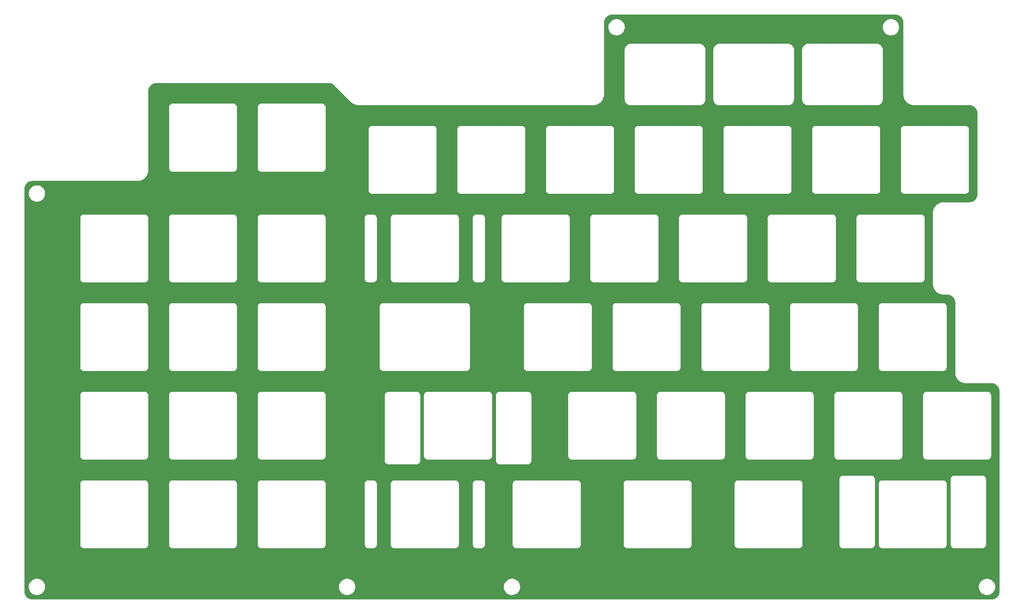
<source format=gtl>
%TF.GenerationSoftware,KiCad,Pcbnew,(6.0.5)*%
%TF.CreationDate,2022-07-28T20:29:26-06:00*%
%TF.ProjectId,plate-left,706c6174-652d-46c6-9566-742e6b696361,rev?*%
%TF.SameCoordinates,Original*%
%TF.FileFunction,Copper,L1,Top*%
%TF.FilePolarity,Positive*%
%FSLAX46Y46*%
G04 Gerber Fmt 4.6, Leading zero omitted, Abs format (unit mm)*
G04 Created by KiCad (PCBNEW (6.0.5)) date 2022-07-28 20:29:26*
%MOMM*%
%LPD*%
G01*
G04 APERTURE LIST*
G04 APERTURE END LIST*
%TA.AperFunction,NonConductor*%
G36*
X232509318Y-28352414D02*
G01*
X232513900Y-28353222D01*
X232513901Y-28353222D01*
X232524758Y-28355136D01*
X232535613Y-28353221D01*
X232546641Y-28353221D01*
X232546641Y-28353586D01*
X232558999Y-28352948D01*
X232628358Y-28357907D01*
X232757639Y-28367150D01*
X232775428Y-28369708D01*
X232836234Y-28382934D01*
X232994769Y-28417418D01*
X233012013Y-28422481D01*
X233222337Y-28500923D01*
X233238667Y-28508380D01*
X233435698Y-28615963D01*
X233450814Y-28625678D01*
X233630504Y-28760188D01*
X233644085Y-28771954D01*
X233802817Y-28930684D01*
X233814583Y-28944262D01*
X233949101Y-29123953D01*
X233958819Y-29139074D01*
X234047388Y-29301272D01*
X234066397Y-29336084D01*
X234073860Y-29352424D01*
X234142887Y-29537489D01*
X234152307Y-29562744D01*
X234157371Y-29579993D01*
X234174198Y-29657341D01*
X234199185Y-29772200D01*
X234205085Y-29799323D01*
X234207643Y-29817114D01*
X234211264Y-29867732D01*
X234221837Y-30015558D01*
X234221188Y-30028119D01*
X234221528Y-30028119D01*
X234221528Y-30039146D01*
X234219614Y-30050000D01*
X234221528Y-30060855D01*
X234222336Y-30065437D01*
X234224250Y-30087317D01*
X234224250Y-45462683D01*
X234222336Y-45484563D01*
X234219614Y-45500000D01*
X234220194Y-45503289D01*
X234220800Y-45513309D01*
X234234625Y-45741861D01*
X234236799Y-45777806D01*
X234237484Y-45781541D01*
X234237484Y-45781545D01*
X234273636Y-45978812D01*
X234286968Y-46051561D01*
X234369768Y-46317272D01*
X234483993Y-46571066D01*
X234485959Y-46574318D01*
X234485960Y-46574320D01*
X234488275Y-46578149D01*
X234627978Y-46809240D01*
X234630334Y-46812247D01*
X234790464Y-47016634D01*
X234799621Y-47028322D01*
X234996421Y-47225117D01*
X235072294Y-47284558D01*
X235149507Y-47345048D01*
X235215508Y-47396755D01*
X235218754Y-47398717D01*
X235218758Y-47398720D01*
X235450441Y-47538772D01*
X235450448Y-47538776D01*
X235453686Y-47540733D01*
X235457142Y-47542288D01*
X235457149Y-47542292D01*
X235704008Y-47653389D01*
X235704014Y-47653391D01*
X235707482Y-47654952D01*
X235711110Y-47656082D01*
X235711114Y-47656084D01*
X235876478Y-47707610D01*
X235973195Y-47737746D01*
X236246951Y-47787908D01*
X236521037Y-47804480D01*
X236524758Y-47805136D01*
X236540187Y-47802415D01*
X236562070Y-47800500D01*
X248356442Y-47800500D01*
X248378318Y-47802414D01*
X248382900Y-47803222D01*
X248382901Y-47803222D01*
X248393758Y-47805136D01*
X248404613Y-47803221D01*
X248415641Y-47803221D01*
X248415641Y-47803586D01*
X248427999Y-47802948D01*
X248497358Y-47807907D01*
X248626639Y-47817150D01*
X248644428Y-47819708D01*
X248705234Y-47832934D01*
X248863769Y-47867418D01*
X248881013Y-47872481D01*
X249091337Y-47950923D01*
X249107667Y-47958380D01*
X249304698Y-48065963D01*
X249319814Y-48075678D01*
X249499504Y-48210188D01*
X249513085Y-48221954D01*
X249671817Y-48380684D01*
X249683583Y-48394262D01*
X249818101Y-48573953D01*
X249827821Y-48589077D01*
X249935397Y-48786084D01*
X249942860Y-48802424D01*
X249997322Y-48948439D01*
X250021307Y-49012744D01*
X250026371Y-49029993D01*
X250074085Y-49249323D01*
X250076644Y-49267118D01*
X250090837Y-49465558D01*
X250090188Y-49478119D01*
X250090528Y-49478119D01*
X250090528Y-49489146D01*
X250088614Y-49500000D01*
X250090528Y-49510855D01*
X250091336Y-49515437D01*
X250093250Y-49537317D01*
X250093250Y-66937683D01*
X250091336Y-66959563D01*
X250088614Y-66975000D01*
X250090528Y-66985855D01*
X250090528Y-66996878D01*
X250090163Y-66996878D01*
X250090801Y-67009237D01*
X250076594Y-67207876D01*
X250074036Y-67225664D01*
X250038747Y-67387885D01*
X250026324Y-67444992D01*
X250021259Y-67462239D01*
X249969758Y-67600319D01*
X249942819Y-67672543D01*
X249935355Y-67688889D01*
X249910267Y-67734833D01*
X249827778Y-67885897D01*
X249818060Y-67901018D01*
X249683538Y-68080715D01*
X249671779Y-68094284D01*
X249513053Y-68253008D01*
X249499472Y-68264774D01*
X249319786Y-68399280D01*
X249304666Y-68408998D01*
X249107656Y-68516569D01*
X249091303Y-68524037D01*
X248880998Y-68602472D01*
X248863750Y-68607536D01*
X248644421Y-68655243D01*
X248626633Y-68657800D01*
X248427789Y-68672017D01*
X248415637Y-68671388D01*
X248415637Y-68671779D01*
X248404615Y-68671779D01*
X248393758Y-68669864D01*
X248382901Y-68671778D01*
X248382900Y-68671778D01*
X248378318Y-68672586D01*
X248356442Y-68674500D01*
X242906070Y-68674500D01*
X242884187Y-68672585D01*
X242879613Y-68671778D01*
X242879611Y-68671778D01*
X242868758Y-68669864D01*
X242864605Y-68670596D01*
X242855006Y-68671176D01*
X242855005Y-68671176D01*
X242594755Y-68686912D01*
X242594749Y-68686913D01*
X242590957Y-68687142D01*
X242317207Y-68737302D01*
X242171692Y-68782643D01*
X242055132Y-68818962D01*
X242055128Y-68818964D01*
X242051500Y-68820094D01*
X242048032Y-68821655D01*
X242048026Y-68821657D01*
X241801172Y-68932752D01*
X241801165Y-68932756D01*
X241797709Y-68934311D01*
X241794471Y-68936268D01*
X241794464Y-68936272D01*
X241562786Y-69076321D01*
X241562782Y-69076324D01*
X241559536Y-69078286D01*
X241556545Y-69080629D01*
X241556541Y-69080632D01*
X241402955Y-69200955D01*
X241340454Y-69249920D01*
X241143659Y-69446711D01*
X240972019Y-69665789D01*
X240828038Y-69903958D01*
X240713815Y-70157746D01*
X240631016Y-70423451D01*
X240630330Y-70427196D01*
X240630328Y-70427203D01*
X240599707Y-70594295D01*
X240580849Y-70697200D01*
X240564270Y-70971279D01*
X240563614Y-70975000D01*
X240565528Y-70985855D01*
X240566336Y-70990437D01*
X240568250Y-71012317D01*
X240568250Y-86187683D01*
X240566336Y-86209563D01*
X240563614Y-86225000D01*
X240564194Y-86228289D01*
X240580799Y-86502806D01*
X240581484Y-86506541D01*
X240581484Y-86506545D01*
X240617636Y-86703812D01*
X240630968Y-86776561D01*
X240713768Y-87042272D01*
X240827993Y-87296066D01*
X240971978Y-87534240D01*
X241143621Y-87753322D01*
X241340421Y-87950117D01*
X241417482Y-88010489D01*
X241493507Y-88070048D01*
X241559508Y-88121755D01*
X241562754Y-88123717D01*
X241562758Y-88123720D01*
X241794441Y-88263772D01*
X241794448Y-88263776D01*
X241797686Y-88265733D01*
X241801142Y-88267288D01*
X241801149Y-88267292D01*
X242048008Y-88378389D01*
X242048014Y-88378391D01*
X242051482Y-88379952D01*
X242055110Y-88381082D01*
X242055114Y-88381084D01*
X242220478Y-88432610D01*
X242317195Y-88462746D01*
X242590951Y-88512908D01*
X242865037Y-88529480D01*
X242868758Y-88530136D01*
X242884187Y-88527415D01*
X242906070Y-88525500D01*
X243593942Y-88525500D01*
X243615818Y-88527414D01*
X243620400Y-88528222D01*
X243620401Y-88528222D01*
X243631258Y-88530136D01*
X243642113Y-88528221D01*
X243653141Y-88528221D01*
X243653141Y-88528586D01*
X243665499Y-88527948D01*
X243734858Y-88532907D01*
X243864139Y-88542150D01*
X243881928Y-88544708D01*
X243942734Y-88557934D01*
X244101269Y-88592418D01*
X244118513Y-88597481D01*
X244328837Y-88675923D01*
X244345167Y-88683380D01*
X244542198Y-88790963D01*
X244557314Y-88800678D01*
X244737004Y-88935188D01*
X244750585Y-88946954D01*
X244909317Y-89105684D01*
X244921083Y-89119262D01*
X245055601Y-89298953D01*
X245065321Y-89314077D01*
X245172897Y-89511084D01*
X245180360Y-89527424D01*
X245234822Y-89673439D01*
X245258807Y-89737744D01*
X245263871Y-89754993D01*
X245311585Y-89974323D01*
X245314144Y-89992118D01*
X245328337Y-90190558D01*
X245327688Y-90203119D01*
X245328028Y-90203119D01*
X245328028Y-90214146D01*
X245326114Y-90225000D01*
X245328028Y-90235855D01*
X245328836Y-90240437D01*
X245330750Y-90262317D01*
X245330750Y-105237683D01*
X245328836Y-105259563D01*
X245326114Y-105275000D01*
X245326694Y-105278289D01*
X245343299Y-105552806D01*
X245343984Y-105556541D01*
X245343984Y-105556545D01*
X245380136Y-105753812D01*
X245393468Y-105826561D01*
X245476268Y-106092272D01*
X245590493Y-106346066D01*
X245734478Y-106584240D01*
X245906121Y-106803322D01*
X246102921Y-107000117D01*
X246179982Y-107060489D01*
X246256007Y-107120048D01*
X246322008Y-107171755D01*
X246325254Y-107173717D01*
X246325258Y-107173720D01*
X246556941Y-107313772D01*
X246556948Y-107313776D01*
X246560186Y-107315733D01*
X246563642Y-107317288D01*
X246563649Y-107317292D01*
X246810508Y-107428389D01*
X246810514Y-107428391D01*
X246813982Y-107429952D01*
X246817610Y-107431082D01*
X246817614Y-107431084D01*
X246982978Y-107482610D01*
X247079695Y-107512746D01*
X247353451Y-107562908D01*
X247627537Y-107579480D01*
X247631258Y-107580136D01*
X247646687Y-107577415D01*
X247668570Y-107575500D01*
X253118942Y-107575500D01*
X253140818Y-107577414D01*
X253145400Y-107578222D01*
X253145401Y-107578222D01*
X253156258Y-107580136D01*
X253167113Y-107578221D01*
X253178141Y-107578221D01*
X253178141Y-107578586D01*
X253190499Y-107577948D01*
X253259858Y-107582907D01*
X253389139Y-107592150D01*
X253406928Y-107594708D01*
X253467734Y-107607934D01*
X253626269Y-107642418D01*
X253643513Y-107647481D01*
X253853837Y-107725923D01*
X253870167Y-107733380D01*
X254067198Y-107840963D01*
X254082314Y-107850678D01*
X254262004Y-107985188D01*
X254275585Y-107996954D01*
X254434317Y-108155684D01*
X254446083Y-108169262D01*
X254580601Y-108348953D01*
X254590321Y-108364077D01*
X254697897Y-108561084D01*
X254705360Y-108577424D01*
X254759822Y-108723439D01*
X254783807Y-108787744D01*
X254788871Y-108804993D01*
X254836585Y-109024323D01*
X254839144Y-109042118D01*
X254853337Y-109240558D01*
X254852688Y-109253119D01*
X254853028Y-109253119D01*
X254853028Y-109264146D01*
X254851114Y-109275000D01*
X254853028Y-109285855D01*
X254853836Y-109290437D01*
X254855750Y-109312317D01*
X254855750Y-152312683D01*
X254853836Y-152334563D01*
X254851114Y-152350000D01*
X254853028Y-152360855D01*
X254853028Y-152371878D01*
X254852663Y-152371878D01*
X254853301Y-152384237D01*
X254845761Y-152489666D01*
X254839094Y-152582876D01*
X254836536Y-152600664D01*
X254799129Y-152772620D01*
X254788824Y-152819992D01*
X254783759Y-152837239D01*
X254738040Y-152959815D01*
X254705319Y-153047543D01*
X254697855Y-153063889D01*
X254681345Y-153094124D01*
X254590278Y-153260897D01*
X254580560Y-153276018D01*
X254446038Y-153455715D01*
X254434279Y-153469284D01*
X254275553Y-153628008D01*
X254261972Y-153639774D01*
X254082286Y-153774280D01*
X254067166Y-153783998D01*
X253870156Y-153891569D01*
X253853803Y-153899037D01*
X253643498Y-153977472D01*
X253626250Y-153982536D01*
X253406921Y-154030243D01*
X253389133Y-154032800D01*
X253190289Y-154047017D01*
X253178137Y-154046388D01*
X253178137Y-154046779D01*
X253167115Y-154046779D01*
X253156258Y-154044864D01*
X253145401Y-154046778D01*
X253145400Y-154046778D01*
X253140818Y-154047586D01*
X253118942Y-154049500D01*
X47193558Y-154049500D01*
X47171682Y-154047586D01*
X47167100Y-154046778D01*
X47167099Y-154046778D01*
X47156242Y-154044864D01*
X47145387Y-154046779D01*
X47134359Y-154046779D01*
X47134359Y-154046414D01*
X47122001Y-154047052D01*
X47052642Y-154042093D01*
X46923361Y-154032850D01*
X46905572Y-154030292D01*
X46844766Y-154017066D01*
X46686231Y-153982582D01*
X46668987Y-153977519D01*
X46458663Y-153899077D01*
X46442333Y-153891620D01*
X46245302Y-153784037D01*
X46230186Y-153774322D01*
X46050496Y-153639812D01*
X46036915Y-153628046D01*
X45878183Y-153469316D01*
X45866417Y-153455738D01*
X45731899Y-153276047D01*
X45722179Y-153260923D01*
X45614603Y-153063916D01*
X45607140Y-153047576D01*
X45528691Y-152837250D01*
X45523629Y-152820007D01*
X45494821Y-152687584D01*
X45475914Y-152600671D01*
X45473356Y-152582882D01*
X45463369Y-152443239D01*
X45459163Y-152384441D01*
X45459812Y-152371881D01*
X45459472Y-152371881D01*
X45459472Y-152360854D01*
X45461386Y-152350000D01*
X45458664Y-152334563D01*
X45456750Y-152312683D01*
X45456750Y-151304049D01*
X46401444Y-151304049D01*
X46402206Y-151319910D01*
X46413927Y-151563930D01*
X46464685Y-151819112D01*
X46552605Y-152063989D01*
X46675754Y-152293180D01*
X46678549Y-152296923D01*
X46678551Y-152296926D01*
X46828635Y-152497913D01*
X46828640Y-152497919D01*
X46831427Y-152501651D01*
X46834736Y-152504931D01*
X46834741Y-152504937D01*
X46935753Y-152605071D01*
X47016204Y-152684823D01*
X47019966Y-152687581D01*
X47019969Y-152687584D01*
X47132582Y-152770155D01*
X47226025Y-152838670D01*
X47230160Y-152840846D01*
X47230164Y-152840848D01*
X47356024Y-152907066D01*
X47456283Y-152959815D01*
X47701917Y-153045594D01*
X47706510Y-153046466D01*
X47952943Y-153093253D01*
X47952946Y-153093253D01*
X47957532Y-153094124D01*
X48087523Y-153099232D01*
X48212845Y-153104156D01*
X48212851Y-153104156D01*
X48217513Y-153104339D01*
X48318739Y-153093253D01*
X48471495Y-153076524D01*
X48471500Y-153076523D01*
X48476148Y-153076014D01*
X48480672Y-153074823D01*
X48723232Y-153010962D01*
X48723234Y-153010961D01*
X48727755Y-153009771D01*
X48966807Y-152907066D01*
X49188053Y-152770155D01*
X49386632Y-152602046D01*
X49558181Y-152406431D01*
X49580405Y-152371881D01*
X49696405Y-152191538D01*
X49698933Y-152187608D01*
X49805794Y-151950385D01*
X49813024Y-151924750D01*
X49875148Y-151704476D01*
X49875149Y-151704473D01*
X49876418Y-151699972D01*
X49893141Y-151568518D01*
X49908854Y-151445001D01*
X49908854Y-151444997D01*
X49909252Y-151441871D01*
X49910083Y-151410160D01*
X49911575Y-151353160D01*
X49911658Y-151350000D01*
X49908243Y-151304049D01*
X113007694Y-151304049D01*
X113008456Y-151319910D01*
X113020177Y-151563930D01*
X113070935Y-151819112D01*
X113158855Y-152063989D01*
X113282004Y-152293180D01*
X113284799Y-152296923D01*
X113284801Y-152296926D01*
X113434885Y-152497913D01*
X113434890Y-152497919D01*
X113437677Y-152501651D01*
X113440986Y-152504931D01*
X113440991Y-152504937D01*
X113542003Y-152605071D01*
X113622454Y-152684823D01*
X113626216Y-152687581D01*
X113626219Y-152687584D01*
X113738832Y-152770155D01*
X113832275Y-152838670D01*
X113836410Y-152840846D01*
X113836414Y-152840848D01*
X113962274Y-152907066D01*
X114062533Y-152959815D01*
X114308167Y-153045594D01*
X114312760Y-153046466D01*
X114559193Y-153093253D01*
X114559196Y-153093253D01*
X114563782Y-153094124D01*
X114693773Y-153099232D01*
X114819095Y-153104156D01*
X114819101Y-153104156D01*
X114823763Y-153104339D01*
X114924989Y-153093253D01*
X115077745Y-153076524D01*
X115077750Y-153076523D01*
X115082398Y-153076014D01*
X115086922Y-153074823D01*
X115329482Y-153010962D01*
X115329484Y-153010961D01*
X115334005Y-153009771D01*
X115573057Y-152907066D01*
X115794303Y-152770155D01*
X115992882Y-152602046D01*
X116164431Y-152406431D01*
X116186655Y-152371881D01*
X116302655Y-152191538D01*
X116305183Y-152187608D01*
X116412044Y-151950385D01*
X116419274Y-151924750D01*
X116481398Y-151704476D01*
X116481399Y-151704473D01*
X116482668Y-151699972D01*
X116499391Y-151568518D01*
X116515104Y-151445001D01*
X116515104Y-151444997D01*
X116515502Y-151441871D01*
X116516333Y-151410160D01*
X116517825Y-151353160D01*
X116517908Y-151350000D01*
X116514493Y-151304049D01*
X148401444Y-151304049D01*
X148402206Y-151319910D01*
X148413927Y-151563930D01*
X148464685Y-151819112D01*
X148552605Y-152063989D01*
X148675754Y-152293180D01*
X148678549Y-152296923D01*
X148678551Y-152296926D01*
X148828635Y-152497913D01*
X148828640Y-152497919D01*
X148831427Y-152501651D01*
X148834736Y-152504931D01*
X148834741Y-152504937D01*
X148935753Y-152605071D01*
X149016204Y-152684823D01*
X149019966Y-152687581D01*
X149019969Y-152687584D01*
X149132582Y-152770155D01*
X149226025Y-152838670D01*
X149230160Y-152840846D01*
X149230164Y-152840848D01*
X149356024Y-152907066D01*
X149456283Y-152959815D01*
X149701917Y-153045594D01*
X149706510Y-153046466D01*
X149952943Y-153093253D01*
X149952946Y-153093253D01*
X149957532Y-153094124D01*
X150087523Y-153099232D01*
X150212845Y-153104156D01*
X150212851Y-153104156D01*
X150217513Y-153104339D01*
X150318739Y-153093253D01*
X150471495Y-153076524D01*
X150471500Y-153076523D01*
X150476148Y-153076014D01*
X150480672Y-153074823D01*
X150723232Y-153010962D01*
X150723234Y-153010961D01*
X150727755Y-153009771D01*
X150966807Y-152907066D01*
X151188053Y-152770155D01*
X151386632Y-152602046D01*
X151558181Y-152406431D01*
X151580405Y-152371881D01*
X151696405Y-152191538D01*
X151698933Y-152187608D01*
X151805794Y-151950385D01*
X151813024Y-151924750D01*
X151875148Y-151704476D01*
X151875149Y-151704473D01*
X151876418Y-151699972D01*
X151893141Y-151568518D01*
X151908854Y-151445001D01*
X151908854Y-151444997D01*
X151909252Y-151441871D01*
X151910083Y-151410160D01*
X151911575Y-151353160D01*
X151911658Y-151350000D01*
X151908243Y-151304049D01*
X250401444Y-151304049D01*
X250402206Y-151319910D01*
X250413927Y-151563930D01*
X250464685Y-151819112D01*
X250552605Y-152063989D01*
X250675754Y-152293180D01*
X250678549Y-152296923D01*
X250678551Y-152296926D01*
X250828635Y-152497913D01*
X250828640Y-152497919D01*
X250831427Y-152501651D01*
X250834736Y-152504931D01*
X250834741Y-152504937D01*
X250935753Y-152605071D01*
X251016204Y-152684823D01*
X251019966Y-152687581D01*
X251019969Y-152687584D01*
X251132582Y-152770155D01*
X251226025Y-152838670D01*
X251230160Y-152840846D01*
X251230164Y-152840848D01*
X251356024Y-152907066D01*
X251456283Y-152959815D01*
X251701917Y-153045594D01*
X251706510Y-153046466D01*
X251952943Y-153093253D01*
X251952946Y-153093253D01*
X251957532Y-153094124D01*
X252087523Y-153099232D01*
X252212845Y-153104156D01*
X252212851Y-153104156D01*
X252217513Y-153104339D01*
X252318739Y-153093253D01*
X252471495Y-153076524D01*
X252471500Y-153076523D01*
X252476148Y-153076014D01*
X252480672Y-153074823D01*
X252723232Y-153010962D01*
X252723234Y-153010961D01*
X252727755Y-153009771D01*
X252966807Y-152907066D01*
X253188053Y-152770155D01*
X253386632Y-152602046D01*
X253558181Y-152406431D01*
X253580405Y-152371881D01*
X253696405Y-152191538D01*
X253698933Y-152187608D01*
X253805794Y-151950385D01*
X253813024Y-151924750D01*
X253875148Y-151704476D01*
X253875149Y-151704473D01*
X253876418Y-151699972D01*
X253893141Y-151568518D01*
X253908854Y-151445001D01*
X253908854Y-151444997D01*
X253909252Y-151441871D01*
X253910083Y-151410160D01*
X253911575Y-151353160D01*
X253911658Y-151350000D01*
X253896091Y-151140520D01*
X253892722Y-151095186D01*
X253892721Y-151095182D01*
X253892376Y-151090534D01*
X253834955Y-150836768D01*
X253833262Y-150832414D01*
X253742348Y-150598630D01*
X253742347Y-150598628D01*
X253740655Y-150594277D01*
X253611549Y-150368388D01*
X253450473Y-150164064D01*
X253260964Y-149985792D01*
X253047187Y-149837489D01*
X253042997Y-149835423D01*
X253042994Y-149835421D01*
X252818025Y-149724479D01*
X252818022Y-149724478D01*
X252813837Y-149722414D01*
X252566042Y-149643094D01*
X252425819Y-149620257D01*
X252313856Y-149602023D01*
X252313855Y-149602023D01*
X252309244Y-149601272D01*
X252179165Y-149599569D01*
X252053762Y-149597927D01*
X252053759Y-149597927D01*
X252049085Y-149597866D01*
X251791280Y-149632952D01*
X251541493Y-149705758D01*
X251537240Y-149707718D01*
X251537239Y-149707719D01*
X251500884Y-149724479D01*
X251305211Y-149814686D01*
X251301306Y-149817246D01*
X251301301Y-149817249D01*
X251091538Y-149954775D01*
X251091533Y-149954779D01*
X251087625Y-149957341D01*
X250893515Y-150130591D01*
X250727145Y-150330629D01*
X250592170Y-150553061D01*
X250590361Y-150557375D01*
X250590360Y-150557377D01*
X250576588Y-150590221D01*
X250491555Y-150793001D01*
X250427511Y-151045177D01*
X250401444Y-151304049D01*
X151908243Y-151304049D01*
X151896091Y-151140520D01*
X151892722Y-151095186D01*
X151892721Y-151095182D01*
X151892376Y-151090534D01*
X151834955Y-150836768D01*
X151833262Y-150832414D01*
X151742348Y-150598630D01*
X151742347Y-150598628D01*
X151740655Y-150594277D01*
X151611549Y-150368388D01*
X151450473Y-150164064D01*
X151260964Y-149985792D01*
X151047187Y-149837489D01*
X151042997Y-149835423D01*
X151042994Y-149835421D01*
X150818025Y-149724479D01*
X150818022Y-149724478D01*
X150813837Y-149722414D01*
X150566042Y-149643094D01*
X150425819Y-149620257D01*
X150313856Y-149602023D01*
X150313855Y-149602023D01*
X150309244Y-149601272D01*
X150179165Y-149599569D01*
X150053762Y-149597927D01*
X150053759Y-149597927D01*
X150049085Y-149597866D01*
X149791280Y-149632952D01*
X149541493Y-149705758D01*
X149537240Y-149707718D01*
X149537239Y-149707719D01*
X149500884Y-149724479D01*
X149305211Y-149814686D01*
X149301306Y-149817246D01*
X149301301Y-149817249D01*
X149091538Y-149954775D01*
X149091533Y-149954779D01*
X149087625Y-149957341D01*
X148893515Y-150130591D01*
X148727145Y-150330629D01*
X148592170Y-150553061D01*
X148590361Y-150557375D01*
X148590360Y-150557377D01*
X148576588Y-150590221D01*
X148491555Y-150793001D01*
X148427511Y-151045177D01*
X148401444Y-151304049D01*
X116514493Y-151304049D01*
X116502341Y-151140520D01*
X116498972Y-151095186D01*
X116498971Y-151095182D01*
X116498626Y-151090534D01*
X116441205Y-150836768D01*
X116439512Y-150832414D01*
X116348598Y-150598630D01*
X116348597Y-150598628D01*
X116346905Y-150594277D01*
X116217799Y-150368388D01*
X116056723Y-150164064D01*
X115867214Y-149985792D01*
X115653437Y-149837489D01*
X115649247Y-149835423D01*
X115649244Y-149835421D01*
X115424275Y-149724479D01*
X115424272Y-149724478D01*
X115420087Y-149722414D01*
X115172292Y-149643094D01*
X115032069Y-149620257D01*
X114920106Y-149602023D01*
X114920105Y-149602023D01*
X114915494Y-149601272D01*
X114785415Y-149599569D01*
X114660012Y-149597927D01*
X114660009Y-149597927D01*
X114655335Y-149597866D01*
X114397530Y-149632952D01*
X114147743Y-149705758D01*
X114143490Y-149707718D01*
X114143489Y-149707719D01*
X114107134Y-149724479D01*
X113911461Y-149814686D01*
X113907556Y-149817246D01*
X113907551Y-149817249D01*
X113697788Y-149954775D01*
X113697783Y-149954779D01*
X113693875Y-149957341D01*
X113499765Y-150130591D01*
X113333395Y-150330629D01*
X113198420Y-150553061D01*
X113196611Y-150557375D01*
X113196610Y-150557377D01*
X113182838Y-150590221D01*
X113097805Y-150793001D01*
X113033761Y-151045177D01*
X113007694Y-151304049D01*
X49908243Y-151304049D01*
X49896091Y-151140520D01*
X49892722Y-151095186D01*
X49892721Y-151095182D01*
X49892376Y-151090534D01*
X49834955Y-150836768D01*
X49833262Y-150832414D01*
X49742348Y-150598630D01*
X49742347Y-150598628D01*
X49740655Y-150594277D01*
X49611549Y-150368388D01*
X49450473Y-150164064D01*
X49260964Y-149985792D01*
X49047187Y-149837489D01*
X49042997Y-149835423D01*
X49042994Y-149835421D01*
X48818025Y-149724479D01*
X48818022Y-149724478D01*
X48813837Y-149722414D01*
X48566042Y-149643094D01*
X48425819Y-149620257D01*
X48313856Y-149602023D01*
X48313855Y-149602023D01*
X48309244Y-149601272D01*
X48179165Y-149599569D01*
X48053762Y-149597927D01*
X48053759Y-149597927D01*
X48049085Y-149597866D01*
X47791280Y-149632952D01*
X47541493Y-149705758D01*
X47537240Y-149707718D01*
X47537239Y-149707719D01*
X47500884Y-149724479D01*
X47305211Y-149814686D01*
X47301306Y-149817246D01*
X47301301Y-149817249D01*
X47091538Y-149954775D01*
X47091533Y-149954779D01*
X47087625Y-149957341D01*
X46893515Y-150130591D01*
X46727145Y-150330629D01*
X46592170Y-150553061D01*
X46590361Y-150557375D01*
X46590360Y-150557377D01*
X46576588Y-150590221D01*
X46491555Y-150793001D01*
X46427511Y-151045177D01*
X46401444Y-151304049D01*
X45456750Y-151304049D01*
X45456750Y-142250000D01*
X57451114Y-142250000D01*
X57452956Y-142260444D01*
X57453029Y-142261185D01*
X57453029Y-142262327D01*
X57453428Y-142265237D01*
X57467381Y-142406916D01*
X57513149Y-142557802D01*
X57587472Y-142696861D01*
X57687494Y-142818749D01*
X57692276Y-142822674D01*
X57692278Y-142822676D01*
X57692321Y-142822711D01*
X57809373Y-142918784D01*
X57814830Y-142921701D01*
X57814834Y-142921704D01*
X57907003Y-142970977D01*
X57948424Y-142993121D01*
X58099306Y-143038903D01*
X58132698Y-143042195D01*
X58187530Y-143047601D01*
X58193843Y-143048675D01*
X58196872Y-143049883D01*
X58203165Y-143050500D01*
X58210743Y-143050500D01*
X58223102Y-143051108D01*
X58237691Y-143052546D01*
X58241620Y-143052933D01*
X58243708Y-143053220D01*
X58244529Y-143053220D01*
X58246415Y-143053406D01*
X58256219Y-143055136D01*
X58267074Y-143053223D01*
X58267076Y-143053223D01*
X58271676Y-143052412D01*
X58293544Y-143050500D01*
X71218956Y-143050500D01*
X71240823Y-143052412D01*
X71256281Y-143055136D01*
X71265430Y-143053522D01*
X71268483Y-143053221D01*
X71268975Y-143053221D01*
X71270220Y-143053050D01*
X71407047Y-143039560D01*
X71413204Y-143038953D01*
X71564095Y-142993168D01*
X71606506Y-142970495D01*
X71697695Y-142921746D01*
X71697699Y-142921743D01*
X71703156Y-142918826D01*
X71825042Y-142818785D01*
X71828962Y-142814008D01*
X71828966Y-142814004D01*
X71921150Y-142701667D01*
X71925071Y-142696889D01*
X71999399Y-142557821D01*
X72045169Y-142406925D01*
X72045778Y-142400749D01*
X72053858Y-142318697D01*
X72054929Y-142312394D01*
X72056133Y-142309378D01*
X72056750Y-142303085D01*
X72056750Y-142295523D01*
X72057357Y-142283173D01*
X72059188Y-142264583D01*
X72059472Y-142262513D01*
X72059472Y-142261698D01*
X72059660Y-142259789D01*
X72061386Y-142250000D01*
X76501114Y-142250000D01*
X76502956Y-142260444D01*
X76503029Y-142261185D01*
X76503029Y-142262327D01*
X76503428Y-142265237D01*
X76517381Y-142406916D01*
X76563149Y-142557802D01*
X76637472Y-142696861D01*
X76737494Y-142818749D01*
X76742276Y-142822674D01*
X76742278Y-142822676D01*
X76742321Y-142822711D01*
X76859373Y-142918784D01*
X76864830Y-142921701D01*
X76864834Y-142921704D01*
X76957003Y-142970977D01*
X76998424Y-142993121D01*
X77149306Y-143038903D01*
X77182698Y-143042195D01*
X77237530Y-143047601D01*
X77243843Y-143048675D01*
X77246872Y-143049883D01*
X77253165Y-143050500D01*
X77260743Y-143050500D01*
X77273102Y-143051108D01*
X77287691Y-143052546D01*
X77291620Y-143052933D01*
X77293708Y-143053220D01*
X77294529Y-143053220D01*
X77296415Y-143053406D01*
X77306219Y-143055136D01*
X77317074Y-143053223D01*
X77317076Y-143053223D01*
X77321676Y-143052412D01*
X77343544Y-143050500D01*
X90268956Y-143050500D01*
X90290823Y-143052412D01*
X90306281Y-143055136D01*
X90315430Y-143053522D01*
X90318483Y-143053221D01*
X90318975Y-143053221D01*
X90320220Y-143053050D01*
X90457047Y-143039560D01*
X90463204Y-143038953D01*
X90614095Y-142993168D01*
X90656506Y-142970495D01*
X90747695Y-142921746D01*
X90747699Y-142921743D01*
X90753156Y-142918826D01*
X90875042Y-142818785D01*
X90878962Y-142814008D01*
X90878966Y-142814004D01*
X90971150Y-142701667D01*
X90975071Y-142696889D01*
X91049399Y-142557821D01*
X91095169Y-142406925D01*
X91095778Y-142400749D01*
X91103858Y-142318697D01*
X91104929Y-142312394D01*
X91106133Y-142309378D01*
X91106750Y-142303085D01*
X91106750Y-142295523D01*
X91107357Y-142283173D01*
X91109188Y-142264583D01*
X91109472Y-142262513D01*
X91109472Y-142261698D01*
X91109660Y-142259789D01*
X91111386Y-142250000D01*
X95551114Y-142250000D01*
X95552956Y-142260444D01*
X95553029Y-142261185D01*
X95553029Y-142262327D01*
X95553428Y-142265237D01*
X95567381Y-142406916D01*
X95613149Y-142557802D01*
X95687472Y-142696861D01*
X95787494Y-142818749D01*
X95792276Y-142822674D01*
X95792278Y-142822676D01*
X95792321Y-142822711D01*
X95909373Y-142918784D01*
X95914830Y-142921701D01*
X95914834Y-142921704D01*
X96007003Y-142970977D01*
X96048424Y-142993121D01*
X96199306Y-143038903D01*
X96232698Y-143042195D01*
X96287530Y-143047601D01*
X96293843Y-143048675D01*
X96296872Y-143049883D01*
X96303165Y-143050500D01*
X96310743Y-143050500D01*
X96323102Y-143051108D01*
X96337691Y-143052546D01*
X96341620Y-143052933D01*
X96343708Y-143053220D01*
X96344529Y-143053220D01*
X96346415Y-143053406D01*
X96356219Y-143055136D01*
X96367074Y-143053223D01*
X96367076Y-143053223D01*
X96371676Y-143052412D01*
X96393544Y-143050500D01*
X109318956Y-143050500D01*
X109340823Y-143052412D01*
X109356281Y-143055136D01*
X109365430Y-143053522D01*
X109368483Y-143053221D01*
X109368975Y-143053221D01*
X109370220Y-143053050D01*
X109507047Y-143039560D01*
X109513204Y-143038953D01*
X109664095Y-142993168D01*
X109706506Y-142970495D01*
X109797695Y-142921746D01*
X109797699Y-142921743D01*
X109803156Y-142918826D01*
X109925042Y-142818785D01*
X109928962Y-142814008D01*
X109928966Y-142814004D01*
X110021150Y-142701667D01*
X110025071Y-142696889D01*
X110099399Y-142557821D01*
X110145169Y-142406925D01*
X110145778Y-142400749D01*
X110153858Y-142318697D01*
X110154929Y-142312394D01*
X110156133Y-142309378D01*
X110156750Y-142303085D01*
X110156750Y-142295523D01*
X110157357Y-142283173D01*
X110159188Y-142264583D01*
X110159472Y-142262513D01*
X110159472Y-142261698D01*
X110159660Y-142259789D01*
X110161386Y-142250000D01*
X118526114Y-142250000D01*
X118527956Y-142260444D01*
X118528029Y-142261185D01*
X118528029Y-142262327D01*
X118528428Y-142265237D01*
X118542381Y-142406916D01*
X118588149Y-142557802D01*
X118662472Y-142696861D01*
X118762494Y-142818749D01*
X118767276Y-142822674D01*
X118767278Y-142822676D01*
X118767321Y-142822711D01*
X118884373Y-142918784D01*
X118889830Y-142921701D01*
X118889834Y-142921704D01*
X118982003Y-142970977D01*
X119023424Y-142993121D01*
X119174306Y-143038903D01*
X119207698Y-143042195D01*
X119262530Y-143047601D01*
X119268843Y-143048675D01*
X119271872Y-143049883D01*
X119278165Y-143050500D01*
X119285743Y-143050500D01*
X119298102Y-143051108D01*
X119312691Y-143052546D01*
X119316620Y-143052933D01*
X119318708Y-143053220D01*
X119319529Y-143053220D01*
X119321415Y-143053406D01*
X119331219Y-143055136D01*
X119342074Y-143053223D01*
X119342076Y-143053223D01*
X119346676Y-143052412D01*
X119368544Y-143050500D01*
X120293956Y-143050500D01*
X120315823Y-143052412D01*
X120331281Y-143055136D01*
X120340430Y-143053522D01*
X120343483Y-143053221D01*
X120343975Y-143053221D01*
X120345220Y-143053050D01*
X120482047Y-143039560D01*
X120488204Y-143038953D01*
X120639095Y-142993168D01*
X120681506Y-142970495D01*
X120772695Y-142921746D01*
X120772699Y-142921743D01*
X120778156Y-142918826D01*
X120900042Y-142818785D01*
X120903962Y-142814008D01*
X120903966Y-142814004D01*
X120996150Y-142701667D01*
X121000071Y-142696889D01*
X121074399Y-142557821D01*
X121120169Y-142406925D01*
X121120778Y-142400749D01*
X121128858Y-142318697D01*
X121129929Y-142312394D01*
X121131133Y-142309378D01*
X121131750Y-142303085D01*
X121131750Y-142295523D01*
X121132357Y-142283173D01*
X121134188Y-142264583D01*
X121134472Y-142262513D01*
X121134472Y-142261698D01*
X121134660Y-142259789D01*
X121136386Y-142250000D01*
X124126114Y-142250000D01*
X124127956Y-142260444D01*
X124128029Y-142261185D01*
X124128029Y-142262327D01*
X124128428Y-142265237D01*
X124142381Y-142406916D01*
X124188149Y-142557802D01*
X124262472Y-142696861D01*
X124362494Y-142818749D01*
X124367276Y-142822674D01*
X124367278Y-142822676D01*
X124367321Y-142822711D01*
X124484373Y-142918784D01*
X124489830Y-142921701D01*
X124489834Y-142921704D01*
X124582003Y-142970977D01*
X124623424Y-142993121D01*
X124774306Y-143038903D01*
X124807698Y-143042195D01*
X124862530Y-143047601D01*
X124868843Y-143048675D01*
X124871872Y-143049883D01*
X124878165Y-143050500D01*
X124885743Y-143050500D01*
X124898102Y-143051108D01*
X124912691Y-143052546D01*
X124916620Y-143052933D01*
X124918708Y-143053220D01*
X124919529Y-143053220D01*
X124921415Y-143053406D01*
X124931219Y-143055136D01*
X124942074Y-143053223D01*
X124942076Y-143053223D01*
X124946676Y-143052412D01*
X124968544Y-143050500D01*
X137893956Y-143050500D01*
X137915823Y-143052412D01*
X137931281Y-143055136D01*
X137940430Y-143053522D01*
X137943483Y-143053221D01*
X137943975Y-143053221D01*
X137945220Y-143053050D01*
X138082047Y-143039560D01*
X138088204Y-143038953D01*
X138239095Y-142993168D01*
X138281506Y-142970495D01*
X138372695Y-142921746D01*
X138372699Y-142921743D01*
X138378156Y-142918826D01*
X138500042Y-142818785D01*
X138503962Y-142814008D01*
X138503966Y-142814004D01*
X138596150Y-142701667D01*
X138600071Y-142696889D01*
X138674399Y-142557821D01*
X138720169Y-142406925D01*
X138720778Y-142400749D01*
X138728858Y-142318697D01*
X138729929Y-142312394D01*
X138731133Y-142309378D01*
X138731750Y-142303085D01*
X138731750Y-142295523D01*
X138732357Y-142283173D01*
X138734188Y-142264583D01*
X138734472Y-142262513D01*
X138734472Y-142261698D01*
X138734660Y-142259789D01*
X138736386Y-142250000D01*
X141726114Y-142250000D01*
X141727956Y-142260444D01*
X141728029Y-142261185D01*
X141728029Y-142262327D01*
X141728428Y-142265237D01*
X141742381Y-142406916D01*
X141788149Y-142557802D01*
X141862472Y-142696861D01*
X141962494Y-142818749D01*
X141967276Y-142822674D01*
X141967278Y-142822676D01*
X141967321Y-142822711D01*
X142084373Y-142918784D01*
X142089830Y-142921701D01*
X142089834Y-142921704D01*
X142182003Y-142970977D01*
X142223424Y-142993121D01*
X142374306Y-143038903D01*
X142407698Y-143042195D01*
X142462530Y-143047601D01*
X142468843Y-143048675D01*
X142471872Y-143049883D01*
X142478165Y-143050500D01*
X142485743Y-143050500D01*
X142498102Y-143051108D01*
X142512691Y-143052546D01*
X142516620Y-143052933D01*
X142518708Y-143053220D01*
X142519529Y-143053220D01*
X142521415Y-143053406D01*
X142531219Y-143055136D01*
X142542074Y-143053223D01*
X142542076Y-143053223D01*
X142546676Y-143052412D01*
X142568544Y-143050500D01*
X143493956Y-143050500D01*
X143515823Y-143052412D01*
X143531281Y-143055136D01*
X143540430Y-143053522D01*
X143543483Y-143053221D01*
X143543975Y-143053221D01*
X143545220Y-143053050D01*
X143682047Y-143039560D01*
X143688204Y-143038953D01*
X143839095Y-142993168D01*
X143881506Y-142970495D01*
X143972695Y-142921746D01*
X143972699Y-142921743D01*
X143978156Y-142918826D01*
X144100042Y-142818785D01*
X144103962Y-142814008D01*
X144103966Y-142814004D01*
X144196150Y-142701667D01*
X144200071Y-142696889D01*
X144274399Y-142557821D01*
X144320169Y-142406925D01*
X144320778Y-142400749D01*
X144328858Y-142318697D01*
X144329929Y-142312394D01*
X144331133Y-142309378D01*
X144331750Y-142303085D01*
X144331750Y-142295523D01*
X144332357Y-142283173D01*
X144334188Y-142264583D01*
X144334472Y-142262513D01*
X144334472Y-142261698D01*
X144334660Y-142259789D01*
X144336375Y-142250061D01*
X150319864Y-142250061D01*
X150321592Y-142259847D01*
X150321782Y-142261771D01*
X150321782Y-142262577D01*
X150322064Y-142264630D01*
X150336107Y-142406963D01*
X150381894Y-142557833D01*
X150456227Y-142696875D01*
X150556251Y-142818749D01*
X150678125Y-142918773D01*
X150817167Y-142993106D01*
X150968037Y-143038893D01*
X151023750Y-143044390D01*
X151056281Y-143047600D01*
X151062588Y-143048673D01*
X151065622Y-143049883D01*
X151071915Y-143050500D01*
X151079481Y-143050500D01*
X151091851Y-143051109D01*
X151097784Y-143051694D01*
X151110363Y-143052935D01*
X151112421Y-143053218D01*
X151113229Y-143053218D01*
X151115153Y-143053408D01*
X151124939Y-143055136D01*
X151140417Y-143052410D01*
X151162272Y-143050500D01*
X164087683Y-143050500D01*
X164109563Y-143052414D01*
X164114144Y-143053222D01*
X164114145Y-143053222D01*
X164125000Y-143055136D01*
X164134803Y-143053407D01*
X164136691Y-143053221D01*
X164137510Y-143053221D01*
X164139593Y-143052935D01*
X164281925Y-143038917D01*
X164287843Y-143037122D01*
X164287847Y-143037121D01*
X164426897Y-142994941D01*
X164426900Y-142994940D01*
X164432820Y-142993144D01*
X164438278Y-142990227D01*
X164438282Y-142990225D01*
X164566423Y-142921732D01*
X164571886Y-142918812D01*
X164693778Y-142818778D01*
X164793812Y-142696886D01*
X164799633Y-142685995D01*
X164865225Y-142563282D01*
X164865227Y-142563278D01*
X164868144Y-142557820D01*
X164869941Y-142551897D01*
X164912121Y-142412847D01*
X164912122Y-142412843D01*
X164913917Y-142406925D01*
X164922607Y-142318697D01*
X164923679Y-142312397D01*
X164924883Y-142309378D01*
X164925500Y-142303085D01*
X164925500Y-142295506D01*
X164926105Y-142283173D01*
X164927937Y-142264574D01*
X164928221Y-142262504D01*
X164928221Y-142261691D01*
X164928407Y-142259803D01*
X164930125Y-142250061D01*
X174132364Y-142250061D01*
X174134092Y-142259847D01*
X174134282Y-142261771D01*
X174134282Y-142262577D01*
X174134564Y-142264630D01*
X174148607Y-142406963D01*
X174194394Y-142557833D01*
X174268727Y-142696875D01*
X174368751Y-142818749D01*
X174490625Y-142918773D01*
X174629667Y-142993106D01*
X174780537Y-143038893D01*
X174836250Y-143044390D01*
X174868781Y-143047600D01*
X174875088Y-143048673D01*
X174878122Y-143049883D01*
X174884415Y-143050500D01*
X174891981Y-143050500D01*
X174904351Y-143051109D01*
X174910284Y-143051694D01*
X174922863Y-143052935D01*
X174924921Y-143053218D01*
X174925729Y-143053218D01*
X174927653Y-143053408D01*
X174937439Y-143055136D01*
X174952917Y-143052410D01*
X174974772Y-143050500D01*
X187900183Y-143050500D01*
X187922063Y-143052414D01*
X187926644Y-143053222D01*
X187926645Y-143053222D01*
X187937500Y-143055136D01*
X187947303Y-143053407D01*
X187949191Y-143053221D01*
X187950010Y-143053221D01*
X187952093Y-143052935D01*
X188094425Y-143038917D01*
X188100343Y-143037122D01*
X188100347Y-143037121D01*
X188239397Y-142994941D01*
X188239400Y-142994940D01*
X188245320Y-142993144D01*
X188250778Y-142990227D01*
X188250782Y-142990225D01*
X188378923Y-142921732D01*
X188384386Y-142918812D01*
X188506278Y-142818778D01*
X188606312Y-142696886D01*
X188612133Y-142685995D01*
X188677725Y-142563282D01*
X188677727Y-142563278D01*
X188680644Y-142557820D01*
X188682441Y-142551897D01*
X188724621Y-142412847D01*
X188724622Y-142412843D01*
X188726417Y-142406925D01*
X188735107Y-142318697D01*
X188736179Y-142312397D01*
X188737383Y-142309378D01*
X188738000Y-142303085D01*
X188738000Y-142295506D01*
X188738605Y-142283173D01*
X188740437Y-142264574D01*
X188740721Y-142262504D01*
X188740721Y-142261691D01*
X188740907Y-142259803D01*
X188742625Y-142250061D01*
X197944864Y-142250061D01*
X197946592Y-142259847D01*
X197946782Y-142261771D01*
X197946782Y-142262577D01*
X197947064Y-142264630D01*
X197961107Y-142406963D01*
X198006894Y-142557833D01*
X198081227Y-142696875D01*
X198181251Y-142818749D01*
X198303125Y-142918773D01*
X198442167Y-142993106D01*
X198593037Y-143038893D01*
X198648750Y-143044390D01*
X198681281Y-143047600D01*
X198687588Y-143048673D01*
X198690622Y-143049883D01*
X198696915Y-143050500D01*
X198704481Y-143050500D01*
X198716851Y-143051109D01*
X198722784Y-143051694D01*
X198735363Y-143052935D01*
X198737421Y-143053218D01*
X198738229Y-143053218D01*
X198740153Y-143053408D01*
X198749939Y-143055136D01*
X198765417Y-143052410D01*
X198787272Y-143050500D01*
X211712683Y-143050500D01*
X211734563Y-143052414D01*
X211739144Y-143053222D01*
X211739145Y-143053222D01*
X211750000Y-143055136D01*
X211759803Y-143053407D01*
X211761691Y-143053221D01*
X211762510Y-143053221D01*
X211764593Y-143052935D01*
X211906925Y-143038917D01*
X211912843Y-143037122D01*
X211912847Y-143037121D01*
X212051897Y-142994941D01*
X212051900Y-142994940D01*
X212057820Y-142993144D01*
X212063278Y-142990227D01*
X212063282Y-142990225D01*
X212191423Y-142921732D01*
X212196886Y-142918812D01*
X212318778Y-142818778D01*
X212418812Y-142696886D01*
X212424633Y-142685995D01*
X212490225Y-142563282D01*
X212490227Y-142563278D01*
X212493144Y-142557820D01*
X212494941Y-142551897D01*
X212537121Y-142412847D01*
X212537122Y-142412843D01*
X212538917Y-142406925D01*
X212547607Y-142318697D01*
X212548679Y-142312397D01*
X212549883Y-142309378D01*
X212550500Y-142303085D01*
X212550500Y-142295506D01*
X212551105Y-142283173D01*
X212552937Y-142264574D01*
X212553221Y-142262504D01*
X212553221Y-142261691D01*
X212553407Y-142259803D01*
X212555136Y-142250000D01*
X220463114Y-142250000D01*
X220464956Y-142260444D01*
X220465029Y-142261185D01*
X220465029Y-142262327D01*
X220465428Y-142265237D01*
X220479381Y-142406916D01*
X220525149Y-142557802D01*
X220599472Y-142696861D01*
X220699494Y-142818749D01*
X220704276Y-142822674D01*
X220704278Y-142822676D01*
X220704321Y-142822711D01*
X220821373Y-142918784D01*
X220826830Y-142921701D01*
X220826834Y-142921704D01*
X220919003Y-142970977D01*
X220960424Y-142993121D01*
X221111306Y-143038903D01*
X221144698Y-143042195D01*
X221199530Y-143047601D01*
X221205843Y-143048675D01*
X221208872Y-143049883D01*
X221215165Y-143050500D01*
X221222743Y-143050500D01*
X221235102Y-143051108D01*
X221249691Y-143052546D01*
X221253620Y-143052933D01*
X221255708Y-143053220D01*
X221256529Y-143053220D01*
X221258415Y-143053406D01*
X221268219Y-143055136D01*
X221279074Y-143053223D01*
X221279076Y-143053223D01*
X221283676Y-143052412D01*
X221305544Y-143050500D01*
X227230956Y-143050500D01*
X227252823Y-143052412D01*
X227268281Y-143055136D01*
X227277430Y-143053522D01*
X227280483Y-143053221D01*
X227280975Y-143053221D01*
X227282220Y-143053050D01*
X227419047Y-143039560D01*
X227425204Y-143038953D01*
X227576095Y-142993168D01*
X227618506Y-142970495D01*
X227709695Y-142921746D01*
X227709699Y-142921743D01*
X227715156Y-142918826D01*
X227837042Y-142818785D01*
X227840962Y-142814008D01*
X227840966Y-142814004D01*
X227933150Y-142701667D01*
X227937071Y-142696889D01*
X228011399Y-142557821D01*
X228057169Y-142406925D01*
X228057778Y-142400749D01*
X228065858Y-142318697D01*
X228066929Y-142312394D01*
X228068133Y-142309378D01*
X228068750Y-142303085D01*
X228068750Y-142295523D01*
X228069357Y-142283173D01*
X228071188Y-142264583D01*
X228071472Y-142262513D01*
X228071472Y-142261698D01*
X228071660Y-142259789D01*
X228073386Y-142250000D01*
X228901114Y-142250000D01*
X228902956Y-142260444D01*
X228903029Y-142261185D01*
X228903029Y-142262327D01*
X228903428Y-142265237D01*
X228917381Y-142406916D01*
X228963149Y-142557802D01*
X229037472Y-142696861D01*
X229137494Y-142818749D01*
X229142276Y-142822674D01*
X229142278Y-142822676D01*
X229142321Y-142822711D01*
X229259373Y-142918784D01*
X229264830Y-142921701D01*
X229264834Y-142921704D01*
X229357003Y-142970977D01*
X229398424Y-142993121D01*
X229549306Y-143038903D01*
X229582698Y-143042195D01*
X229637530Y-143047601D01*
X229643843Y-143048675D01*
X229646872Y-143049883D01*
X229653165Y-143050500D01*
X229660743Y-143050500D01*
X229673102Y-143051108D01*
X229687691Y-143052546D01*
X229691620Y-143052933D01*
X229693708Y-143053220D01*
X229694529Y-143053220D01*
X229696415Y-143053406D01*
X229706219Y-143055136D01*
X229717074Y-143053223D01*
X229717076Y-143053223D01*
X229721676Y-143052412D01*
X229743544Y-143050500D01*
X242668956Y-143050500D01*
X242690823Y-143052412D01*
X242706281Y-143055136D01*
X242715430Y-143053522D01*
X242718483Y-143053221D01*
X242718975Y-143053221D01*
X242720220Y-143053050D01*
X242857047Y-143039560D01*
X242863204Y-143038953D01*
X243014095Y-142993168D01*
X243056506Y-142970495D01*
X243147695Y-142921746D01*
X243147699Y-142921743D01*
X243153156Y-142918826D01*
X243275042Y-142818785D01*
X243278962Y-142814008D01*
X243278966Y-142814004D01*
X243371150Y-142701667D01*
X243375071Y-142696889D01*
X243449399Y-142557821D01*
X243495169Y-142406925D01*
X243495778Y-142400749D01*
X243503858Y-142318697D01*
X243504929Y-142312394D01*
X243506133Y-142309378D01*
X243506750Y-142303085D01*
X243506750Y-142295523D01*
X243507357Y-142283173D01*
X243509188Y-142264583D01*
X243509472Y-142262513D01*
X243509472Y-142261698D01*
X243509660Y-142259789D01*
X243511386Y-142250000D01*
X244339114Y-142250000D01*
X244340956Y-142260444D01*
X244341029Y-142261185D01*
X244341029Y-142262327D01*
X244341428Y-142265237D01*
X244355381Y-142406916D01*
X244401149Y-142557802D01*
X244475472Y-142696861D01*
X244575494Y-142818749D01*
X244580276Y-142822674D01*
X244580278Y-142822676D01*
X244580321Y-142822711D01*
X244697373Y-142918784D01*
X244702830Y-142921701D01*
X244702834Y-142921704D01*
X244795003Y-142970977D01*
X244836424Y-142993121D01*
X244987306Y-143038903D01*
X245020698Y-143042195D01*
X245075530Y-143047601D01*
X245081843Y-143048675D01*
X245084872Y-143049883D01*
X245091165Y-143050500D01*
X245098743Y-143050500D01*
X245111102Y-143051108D01*
X245125691Y-143052546D01*
X245129620Y-143052933D01*
X245131708Y-143053220D01*
X245132529Y-143053220D01*
X245134415Y-143053406D01*
X245144219Y-143055136D01*
X245155074Y-143053223D01*
X245155076Y-143053223D01*
X245159676Y-143052412D01*
X245181544Y-143050500D01*
X251106956Y-143050500D01*
X251128823Y-143052412D01*
X251144281Y-143055136D01*
X251153430Y-143053522D01*
X251156483Y-143053221D01*
X251156975Y-143053221D01*
X251158220Y-143053050D01*
X251295047Y-143039560D01*
X251301204Y-143038953D01*
X251452095Y-142993168D01*
X251494506Y-142970495D01*
X251585695Y-142921746D01*
X251585699Y-142921743D01*
X251591156Y-142918826D01*
X251713042Y-142818785D01*
X251716962Y-142814008D01*
X251716966Y-142814004D01*
X251809150Y-142701667D01*
X251813071Y-142696889D01*
X251887399Y-142557821D01*
X251933169Y-142406925D01*
X251933778Y-142400749D01*
X251941858Y-142318697D01*
X251942929Y-142312394D01*
X251944133Y-142309378D01*
X251944750Y-142303085D01*
X251944750Y-142295523D01*
X251945357Y-142283173D01*
X251947188Y-142264583D01*
X251947472Y-142262513D01*
X251947472Y-142261698D01*
X251947660Y-142259789D01*
X251949386Y-142250000D01*
X251946664Y-142234563D01*
X251944750Y-142212683D01*
X251944750Y-128287317D01*
X251946664Y-128265437D01*
X251947472Y-128260856D01*
X251947472Y-128260855D01*
X251949386Y-128250000D01*
X251947544Y-128239556D01*
X251947471Y-128238815D01*
X251947471Y-128237673D01*
X251947071Y-128234756D01*
X251933119Y-128093084D01*
X251887351Y-127942198D01*
X251813028Y-127803139D01*
X251713006Y-127681251D01*
X251708224Y-127677326D01*
X251708222Y-127677324D01*
X251595914Y-127585145D01*
X251591127Y-127581216D01*
X251585670Y-127578299D01*
X251585666Y-127578296D01*
X251457532Y-127509796D01*
X251452076Y-127506879D01*
X251301194Y-127461097D01*
X251267802Y-127457805D01*
X251212970Y-127452399D01*
X251206657Y-127451325D01*
X251203628Y-127450117D01*
X251197335Y-127449500D01*
X251189757Y-127449500D01*
X251177398Y-127448892D01*
X251162809Y-127447454D01*
X251158880Y-127447067D01*
X251156792Y-127446780D01*
X251155971Y-127446780D01*
X251154085Y-127446594D01*
X251144281Y-127444864D01*
X251133426Y-127446777D01*
X251133424Y-127446777D01*
X251128824Y-127447588D01*
X251106956Y-127449500D01*
X245181544Y-127449500D01*
X245159676Y-127447588D01*
X245155086Y-127446779D01*
X245144219Y-127444864D01*
X245135070Y-127446478D01*
X245132017Y-127446779D01*
X245131525Y-127446779D01*
X245130280Y-127446950D01*
X245002346Y-127459563D01*
X244987296Y-127461047D01*
X244836405Y-127506832D01*
X244830949Y-127509749D01*
X244702805Y-127578254D01*
X244702801Y-127578257D01*
X244697344Y-127581174D01*
X244575458Y-127681215D01*
X244571538Y-127685992D01*
X244571534Y-127685996D01*
X244494241Y-127780187D01*
X244475429Y-127803111D01*
X244401101Y-127942179D01*
X244355331Y-128093075D01*
X244354725Y-128099230D01*
X244354724Y-128099234D01*
X244346642Y-128181303D01*
X244345571Y-128187606D01*
X244344367Y-128190622D01*
X244343750Y-128196915D01*
X244343750Y-128204477D01*
X244343143Y-128216827D01*
X244341312Y-128235417D01*
X244341028Y-128237487D01*
X244341028Y-128238302D01*
X244340840Y-128240211D01*
X244339114Y-128250000D01*
X244341028Y-128260855D01*
X244341836Y-128265437D01*
X244343750Y-128287317D01*
X244343750Y-142212683D01*
X244341836Y-142234563D01*
X244339114Y-142250000D01*
X243511386Y-142250000D01*
X243508664Y-142234563D01*
X243506750Y-142212683D01*
X243506750Y-129287317D01*
X243508664Y-129265437D01*
X243509472Y-129260856D01*
X243509472Y-129260855D01*
X243511386Y-129250000D01*
X243509544Y-129239556D01*
X243509471Y-129238815D01*
X243509471Y-129237673D01*
X243509071Y-129234756D01*
X243507307Y-129216841D01*
X243495119Y-129093084D01*
X243449351Y-128942198D01*
X243375028Y-128803139D01*
X243275006Y-128681251D01*
X243270224Y-128677326D01*
X243270222Y-128677324D01*
X243157914Y-128585145D01*
X243153127Y-128581216D01*
X243147670Y-128578299D01*
X243147666Y-128578296D01*
X243055497Y-128529023D01*
X243014076Y-128506879D01*
X242863194Y-128461097D01*
X242829802Y-128457805D01*
X242774970Y-128452399D01*
X242768657Y-128451325D01*
X242765628Y-128450117D01*
X242759335Y-128449500D01*
X242751757Y-128449500D01*
X242739398Y-128448892D01*
X242724809Y-128447454D01*
X242720880Y-128447067D01*
X242718792Y-128446780D01*
X242717971Y-128446780D01*
X242716085Y-128446594D01*
X242706281Y-128444864D01*
X242695426Y-128446777D01*
X242695424Y-128446777D01*
X242690824Y-128447588D01*
X242668956Y-128449500D01*
X229743544Y-128449500D01*
X229721676Y-128447588D01*
X229718709Y-128447065D01*
X229706219Y-128444864D01*
X229697070Y-128446478D01*
X229694017Y-128446779D01*
X229693525Y-128446779D01*
X229692280Y-128446950D01*
X229564346Y-128459563D01*
X229549296Y-128461047D01*
X229398405Y-128506832D01*
X229355994Y-128529505D01*
X229264805Y-128578254D01*
X229264801Y-128578257D01*
X229259344Y-128581174D01*
X229137458Y-128681215D01*
X229133538Y-128685992D01*
X229133534Y-128685996D01*
X229056241Y-128780187D01*
X229037429Y-128803111D01*
X228963101Y-128942179D01*
X228917331Y-129093075D01*
X228916725Y-129099230D01*
X228916724Y-129099234D01*
X228908642Y-129181303D01*
X228907571Y-129187606D01*
X228906367Y-129190622D01*
X228905750Y-129196915D01*
X228905750Y-129204477D01*
X228905143Y-129216827D01*
X228903312Y-129235417D01*
X228903028Y-129237487D01*
X228903028Y-129238302D01*
X228902840Y-129240211D01*
X228901114Y-129250000D01*
X228903028Y-129260855D01*
X228903836Y-129265437D01*
X228905750Y-129287317D01*
X228905750Y-142212683D01*
X228903836Y-142234563D01*
X228901114Y-142250000D01*
X228073386Y-142250000D01*
X228070664Y-142234563D01*
X228068750Y-142212683D01*
X228068750Y-128287317D01*
X228070664Y-128265437D01*
X228071472Y-128260856D01*
X228071472Y-128260855D01*
X228073386Y-128250000D01*
X228071544Y-128239556D01*
X228071471Y-128238815D01*
X228071471Y-128237673D01*
X228071071Y-128234756D01*
X228057119Y-128093084D01*
X228011351Y-127942198D01*
X227937028Y-127803139D01*
X227837006Y-127681251D01*
X227832224Y-127677326D01*
X227832222Y-127677324D01*
X227719914Y-127585145D01*
X227715127Y-127581216D01*
X227709670Y-127578299D01*
X227709666Y-127578296D01*
X227581532Y-127509796D01*
X227576076Y-127506879D01*
X227425194Y-127461097D01*
X227391802Y-127457805D01*
X227336970Y-127452399D01*
X227330657Y-127451325D01*
X227327628Y-127450117D01*
X227321335Y-127449500D01*
X227313757Y-127449500D01*
X227301398Y-127448892D01*
X227286809Y-127447454D01*
X227282880Y-127447067D01*
X227280792Y-127446780D01*
X227279971Y-127446780D01*
X227278085Y-127446594D01*
X227268281Y-127444864D01*
X227257426Y-127446777D01*
X227257424Y-127446777D01*
X227252824Y-127447588D01*
X227230956Y-127449500D01*
X221305544Y-127449500D01*
X221283676Y-127447588D01*
X221279086Y-127446779D01*
X221268219Y-127444864D01*
X221259070Y-127446478D01*
X221256017Y-127446779D01*
X221255525Y-127446779D01*
X221254280Y-127446950D01*
X221126346Y-127459563D01*
X221111296Y-127461047D01*
X220960405Y-127506832D01*
X220954949Y-127509749D01*
X220826805Y-127578254D01*
X220826801Y-127578257D01*
X220821344Y-127581174D01*
X220699458Y-127681215D01*
X220695538Y-127685992D01*
X220695534Y-127685996D01*
X220618241Y-127780187D01*
X220599429Y-127803111D01*
X220525101Y-127942179D01*
X220479331Y-128093075D01*
X220478725Y-128099230D01*
X220478724Y-128099234D01*
X220470642Y-128181303D01*
X220469571Y-128187606D01*
X220468367Y-128190622D01*
X220467750Y-128196915D01*
X220467750Y-128204477D01*
X220467143Y-128216827D01*
X220465312Y-128235417D01*
X220465028Y-128237487D01*
X220465028Y-128238302D01*
X220464840Y-128240211D01*
X220463114Y-128250000D01*
X220465028Y-128260855D01*
X220465836Y-128265437D01*
X220467750Y-128287317D01*
X220467750Y-142212683D01*
X220465836Y-142234563D01*
X220463114Y-142250000D01*
X212555136Y-142250000D01*
X212552414Y-142234563D01*
X212550500Y-142212683D01*
X212550500Y-129287272D01*
X212552410Y-129265417D01*
X212553213Y-129260855D01*
X212555136Y-129249939D01*
X212553408Y-129240153D01*
X212553218Y-129238229D01*
X212553218Y-129237423D01*
X212552935Y-129235362D01*
X212552876Y-129234756D01*
X212538893Y-129093037D01*
X212493106Y-128942167D01*
X212418773Y-128803125D01*
X212318749Y-128681251D01*
X212196875Y-128581227D01*
X212057833Y-128506894D01*
X211906963Y-128461107D01*
X211851250Y-128455610D01*
X211818719Y-128452400D01*
X211812412Y-128451327D01*
X211809378Y-128450117D01*
X211803085Y-128449500D01*
X211795519Y-128449500D01*
X211783149Y-128448891D01*
X211769962Y-128447590D01*
X211764637Y-128447065D01*
X211762579Y-128446782D01*
X211761771Y-128446782D01*
X211759847Y-128446592D01*
X211750061Y-128444864D01*
X211734606Y-128447586D01*
X211734583Y-128447590D01*
X211712728Y-128449500D01*
X198787317Y-128449500D01*
X198765437Y-128447586D01*
X198760856Y-128446778D01*
X198760855Y-128446778D01*
X198750000Y-128444864D01*
X198740197Y-128446593D01*
X198738309Y-128446779D01*
X198737490Y-128446779D01*
X198735407Y-128447065D01*
X198593075Y-128461083D01*
X198587157Y-128462878D01*
X198587153Y-128462879D01*
X198448103Y-128505059D01*
X198448100Y-128505060D01*
X198442180Y-128506856D01*
X198436722Y-128509773D01*
X198436718Y-128509775D01*
X198314005Y-128575367D01*
X198303114Y-128581188D01*
X198181222Y-128681222D01*
X198081188Y-128803114D01*
X198078268Y-128808577D01*
X198009778Y-128936714D01*
X198006856Y-128942180D01*
X198005060Y-128948100D01*
X198005059Y-128948103D01*
X197971049Y-129060222D01*
X197961083Y-129093075D01*
X197960476Y-129099239D01*
X197952395Y-129181290D01*
X197951321Y-129187603D01*
X197950117Y-129190622D01*
X197949500Y-129196915D01*
X197949500Y-129204494D01*
X197948895Y-129216827D01*
X197947064Y-129235417D01*
X197946779Y-129237496D01*
X197946779Y-129238309D01*
X197946593Y-129240197D01*
X197944864Y-129250000D01*
X197946778Y-129260855D01*
X197946778Y-129260856D01*
X197947586Y-129265437D01*
X197949500Y-129287317D01*
X197949500Y-142212728D01*
X197947590Y-142234583D01*
X197944864Y-142250061D01*
X188742625Y-142250061D01*
X188742636Y-142250000D01*
X188739914Y-142234563D01*
X188738000Y-142212683D01*
X188738000Y-129287272D01*
X188739910Y-129265417D01*
X188740713Y-129260855D01*
X188742636Y-129249939D01*
X188740908Y-129240153D01*
X188740718Y-129238229D01*
X188740718Y-129237423D01*
X188740435Y-129235362D01*
X188740376Y-129234756D01*
X188726393Y-129093037D01*
X188680606Y-128942167D01*
X188606273Y-128803125D01*
X188506249Y-128681251D01*
X188384375Y-128581227D01*
X188245333Y-128506894D01*
X188094463Y-128461107D01*
X188038750Y-128455610D01*
X188006219Y-128452400D01*
X187999912Y-128451327D01*
X187996878Y-128450117D01*
X187990585Y-128449500D01*
X187983019Y-128449500D01*
X187970649Y-128448891D01*
X187957462Y-128447590D01*
X187952137Y-128447065D01*
X187950079Y-128446782D01*
X187949271Y-128446782D01*
X187947347Y-128446592D01*
X187937561Y-128444864D01*
X187922106Y-128447586D01*
X187922083Y-128447590D01*
X187900228Y-128449500D01*
X174974817Y-128449500D01*
X174952937Y-128447586D01*
X174948356Y-128446778D01*
X174948355Y-128446778D01*
X174937500Y-128444864D01*
X174927697Y-128446593D01*
X174925809Y-128446779D01*
X174924990Y-128446779D01*
X174922907Y-128447065D01*
X174780575Y-128461083D01*
X174774657Y-128462878D01*
X174774653Y-128462879D01*
X174635603Y-128505059D01*
X174635600Y-128505060D01*
X174629680Y-128506856D01*
X174624222Y-128509773D01*
X174624218Y-128509775D01*
X174501505Y-128575367D01*
X174490614Y-128581188D01*
X174368722Y-128681222D01*
X174268688Y-128803114D01*
X174265768Y-128808577D01*
X174197278Y-128936714D01*
X174194356Y-128942180D01*
X174192560Y-128948100D01*
X174192559Y-128948103D01*
X174158549Y-129060222D01*
X174148583Y-129093075D01*
X174147976Y-129099239D01*
X174139895Y-129181290D01*
X174138821Y-129187603D01*
X174137617Y-129190622D01*
X174137000Y-129196915D01*
X174137000Y-129204494D01*
X174136395Y-129216827D01*
X174134564Y-129235417D01*
X174134279Y-129237496D01*
X174134279Y-129238309D01*
X174134093Y-129240197D01*
X174132364Y-129250000D01*
X174134278Y-129260855D01*
X174134278Y-129260856D01*
X174135086Y-129265437D01*
X174137000Y-129287317D01*
X174137000Y-142212728D01*
X174135090Y-142234583D01*
X174132364Y-142250061D01*
X164930125Y-142250061D01*
X164930136Y-142250000D01*
X164927414Y-142234563D01*
X164925500Y-142212683D01*
X164925500Y-129287272D01*
X164927410Y-129265417D01*
X164928213Y-129260855D01*
X164930136Y-129249939D01*
X164928408Y-129240153D01*
X164928218Y-129238229D01*
X164928218Y-129237423D01*
X164927935Y-129235362D01*
X164927876Y-129234756D01*
X164913893Y-129093037D01*
X164868106Y-128942167D01*
X164793773Y-128803125D01*
X164693749Y-128681251D01*
X164571875Y-128581227D01*
X164432833Y-128506894D01*
X164281963Y-128461107D01*
X164226250Y-128455610D01*
X164193719Y-128452400D01*
X164187412Y-128451327D01*
X164184378Y-128450117D01*
X164178085Y-128449500D01*
X164170519Y-128449500D01*
X164158149Y-128448891D01*
X164144962Y-128447590D01*
X164139637Y-128447065D01*
X164137579Y-128446782D01*
X164136771Y-128446782D01*
X164134847Y-128446592D01*
X164125061Y-128444864D01*
X164109606Y-128447586D01*
X164109583Y-128447590D01*
X164087728Y-128449500D01*
X151162317Y-128449500D01*
X151140437Y-128447586D01*
X151135856Y-128446778D01*
X151135855Y-128446778D01*
X151125000Y-128444864D01*
X151115197Y-128446593D01*
X151113309Y-128446779D01*
X151112490Y-128446779D01*
X151110407Y-128447065D01*
X150968075Y-128461083D01*
X150962157Y-128462878D01*
X150962153Y-128462879D01*
X150823103Y-128505059D01*
X150823100Y-128505060D01*
X150817180Y-128506856D01*
X150811722Y-128509773D01*
X150811718Y-128509775D01*
X150689005Y-128575367D01*
X150678114Y-128581188D01*
X150556222Y-128681222D01*
X150456188Y-128803114D01*
X150453268Y-128808577D01*
X150384778Y-128936714D01*
X150381856Y-128942180D01*
X150380060Y-128948100D01*
X150380059Y-128948103D01*
X150346049Y-129060222D01*
X150336083Y-129093075D01*
X150335476Y-129099239D01*
X150327395Y-129181290D01*
X150326321Y-129187603D01*
X150325117Y-129190622D01*
X150324500Y-129196915D01*
X150324500Y-129204494D01*
X150323895Y-129216827D01*
X150322064Y-129235417D01*
X150321779Y-129237496D01*
X150321779Y-129238309D01*
X150321593Y-129240197D01*
X150319864Y-129250000D01*
X150321778Y-129260855D01*
X150321778Y-129260856D01*
X150322586Y-129265437D01*
X150324500Y-129287317D01*
X150324500Y-142212728D01*
X150322590Y-142234583D01*
X150319864Y-142250061D01*
X144336375Y-142250061D01*
X144336386Y-142250000D01*
X144333664Y-142234563D01*
X144331750Y-142212683D01*
X144331750Y-129287317D01*
X144333664Y-129265437D01*
X144334472Y-129260856D01*
X144334472Y-129260855D01*
X144336386Y-129250000D01*
X144334544Y-129239556D01*
X144334471Y-129238815D01*
X144334471Y-129237673D01*
X144334071Y-129234756D01*
X144332307Y-129216841D01*
X144320119Y-129093084D01*
X144274351Y-128942198D01*
X144200028Y-128803139D01*
X144100006Y-128681251D01*
X144095224Y-128677326D01*
X144095222Y-128677324D01*
X143982914Y-128585145D01*
X143978127Y-128581216D01*
X143972670Y-128578299D01*
X143972666Y-128578296D01*
X143880497Y-128529023D01*
X143839076Y-128506879D01*
X143688194Y-128461097D01*
X143654802Y-128457805D01*
X143599970Y-128452399D01*
X143593657Y-128451325D01*
X143590628Y-128450117D01*
X143584335Y-128449500D01*
X143576757Y-128449500D01*
X143564398Y-128448892D01*
X143549809Y-128447454D01*
X143545880Y-128447067D01*
X143543792Y-128446780D01*
X143542971Y-128446780D01*
X143541085Y-128446594D01*
X143531281Y-128444864D01*
X143520426Y-128446777D01*
X143520424Y-128446777D01*
X143515824Y-128447588D01*
X143493956Y-128449500D01*
X142568544Y-128449500D01*
X142546676Y-128447588D01*
X142543709Y-128447065D01*
X142531219Y-128444864D01*
X142522070Y-128446478D01*
X142519017Y-128446779D01*
X142518525Y-128446779D01*
X142517280Y-128446950D01*
X142389346Y-128459563D01*
X142374296Y-128461047D01*
X142223405Y-128506832D01*
X142180994Y-128529505D01*
X142089805Y-128578254D01*
X142089801Y-128578257D01*
X142084344Y-128581174D01*
X141962458Y-128681215D01*
X141958538Y-128685992D01*
X141958534Y-128685996D01*
X141881241Y-128780187D01*
X141862429Y-128803111D01*
X141788101Y-128942179D01*
X141742331Y-129093075D01*
X141741725Y-129099230D01*
X141741724Y-129099234D01*
X141733642Y-129181303D01*
X141732571Y-129187606D01*
X141731367Y-129190622D01*
X141730750Y-129196915D01*
X141730750Y-129204477D01*
X141730143Y-129216827D01*
X141728312Y-129235417D01*
X141728028Y-129237487D01*
X141728028Y-129238302D01*
X141727840Y-129240211D01*
X141726114Y-129250000D01*
X141728028Y-129260855D01*
X141728836Y-129265437D01*
X141730750Y-129287317D01*
X141730750Y-142212683D01*
X141728836Y-142234563D01*
X141726114Y-142250000D01*
X138736386Y-142250000D01*
X138733664Y-142234563D01*
X138731750Y-142212683D01*
X138731750Y-129287317D01*
X138733664Y-129265437D01*
X138734472Y-129260856D01*
X138734472Y-129260855D01*
X138736386Y-129250000D01*
X138734544Y-129239556D01*
X138734471Y-129238815D01*
X138734471Y-129237673D01*
X138734071Y-129234756D01*
X138732307Y-129216841D01*
X138720119Y-129093084D01*
X138674351Y-128942198D01*
X138600028Y-128803139D01*
X138500006Y-128681251D01*
X138495224Y-128677326D01*
X138495222Y-128677324D01*
X138382914Y-128585145D01*
X138378127Y-128581216D01*
X138372670Y-128578299D01*
X138372666Y-128578296D01*
X138280497Y-128529023D01*
X138239076Y-128506879D01*
X138088194Y-128461097D01*
X138054802Y-128457805D01*
X137999970Y-128452399D01*
X137993657Y-128451325D01*
X137990628Y-128450117D01*
X137984335Y-128449500D01*
X137976757Y-128449500D01*
X137964398Y-128448892D01*
X137949809Y-128447454D01*
X137945880Y-128447067D01*
X137943792Y-128446780D01*
X137942971Y-128446780D01*
X137941085Y-128446594D01*
X137931281Y-128444864D01*
X137920426Y-128446777D01*
X137920424Y-128446777D01*
X137915824Y-128447588D01*
X137893956Y-128449500D01*
X124968544Y-128449500D01*
X124946676Y-128447588D01*
X124943709Y-128447065D01*
X124931219Y-128444864D01*
X124922070Y-128446478D01*
X124919017Y-128446779D01*
X124918525Y-128446779D01*
X124917280Y-128446950D01*
X124789346Y-128459563D01*
X124774296Y-128461047D01*
X124623405Y-128506832D01*
X124580994Y-128529505D01*
X124489805Y-128578254D01*
X124489801Y-128578257D01*
X124484344Y-128581174D01*
X124362458Y-128681215D01*
X124358538Y-128685992D01*
X124358534Y-128685996D01*
X124281241Y-128780187D01*
X124262429Y-128803111D01*
X124188101Y-128942179D01*
X124142331Y-129093075D01*
X124141725Y-129099230D01*
X124141724Y-129099234D01*
X124133642Y-129181303D01*
X124132571Y-129187606D01*
X124131367Y-129190622D01*
X124130750Y-129196915D01*
X124130750Y-129204477D01*
X124130143Y-129216827D01*
X124128312Y-129235417D01*
X124128028Y-129237487D01*
X124128028Y-129238302D01*
X124127840Y-129240211D01*
X124126114Y-129250000D01*
X124128028Y-129260855D01*
X124128836Y-129265437D01*
X124130750Y-129287317D01*
X124130750Y-142212683D01*
X124128836Y-142234563D01*
X124126114Y-142250000D01*
X121136386Y-142250000D01*
X121133664Y-142234563D01*
X121131750Y-142212683D01*
X121131750Y-129287317D01*
X121133664Y-129265437D01*
X121134472Y-129260856D01*
X121134472Y-129260855D01*
X121136386Y-129250000D01*
X121134544Y-129239556D01*
X121134471Y-129238815D01*
X121134471Y-129237673D01*
X121134071Y-129234756D01*
X121132307Y-129216841D01*
X121120119Y-129093084D01*
X121074351Y-128942198D01*
X121000028Y-128803139D01*
X120900006Y-128681251D01*
X120895224Y-128677326D01*
X120895222Y-128677324D01*
X120782914Y-128585145D01*
X120778127Y-128581216D01*
X120772670Y-128578299D01*
X120772666Y-128578296D01*
X120680497Y-128529023D01*
X120639076Y-128506879D01*
X120488194Y-128461097D01*
X120454802Y-128457805D01*
X120399970Y-128452399D01*
X120393657Y-128451325D01*
X120390628Y-128450117D01*
X120384335Y-128449500D01*
X120376757Y-128449500D01*
X120364398Y-128448892D01*
X120349809Y-128447454D01*
X120345880Y-128447067D01*
X120343792Y-128446780D01*
X120342971Y-128446780D01*
X120341085Y-128446594D01*
X120331281Y-128444864D01*
X120320426Y-128446777D01*
X120320424Y-128446777D01*
X120315824Y-128447588D01*
X120293956Y-128449500D01*
X119368544Y-128449500D01*
X119346676Y-128447588D01*
X119343709Y-128447065D01*
X119331219Y-128444864D01*
X119322070Y-128446478D01*
X119319017Y-128446779D01*
X119318525Y-128446779D01*
X119317280Y-128446950D01*
X119189346Y-128459563D01*
X119174296Y-128461047D01*
X119023405Y-128506832D01*
X118980994Y-128529505D01*
X118889805Y-128578254D01*
X118889801Y-128578257D01*
X118884344Y-128581174D01*
X118762458Y-128681215D01*
X118758538Y-128685992D01*
X118758534Y-128685996D01*
X118681241Y-128780187D01*
X118662429Y-128803111D01*
X118588101Y-128942179D01*
X118542331Y-129093075D01*
X118541725Y-129099230D01*
X118541724Y-129099234D01*
X118533642Y-129181303D01*
X118532571Y-129187606D01*
X118531367Y-129190622D01*
X118530750Y-129196915D01*
X118530750Y-129204477D01*
X118530143Y-129216827D01*
X118528312Y-129235417D01*
X118528028Y-129237487D01*
X118528028Y-129238302D01*
X118527840Y-129240211D01*
X118526114Y-129250000D01*
X118528028Y-129260855D01*
X118528836Y-129265437D01*
X118530750Y-129287317D01*
X118530750Y-142212683D01*
X118528836Y-142234563D01*
X118526114Y-142250000D01*
X110161386Y-142250000D01*
X110158664Y-142234563D01*
X110156750Y-142212683D01*
X110156750Y-129287317D01*
X110158664Y-129265437D01*
X110159472Y-129260856D01*
X110159472Y-129260855D01*
X110161386Y-129250000D01*
X110159544Y-129239556D01*
X110159471Y-129238815D01*
X110159471Y-129237673D01*
X110159071Y-129234756D01*
X110157307Y-129216841D01*
X110145119Y-129093084D01*
X110099351Y-128942198D01*
X110025028Y-128803139D01*
X109925006Y-128681251D01*
X109920224Y-128677326D01*
X109920222Y-128677324D01*
X109807914Y-128585145D01*
X109803127Y-128581216D01*
X109797670Y-128578299D01*
X109797666Y-128578296D01*
X109705497Y-128529023D01*
X109664076Y-128506879D01*
X109513194Y-128461097D01*
X109479802Y-128457805D01*
X109424970Y-128452399D01*
X109418657Y-128451325D01*
X109415628Y-128450117D01*
X109409335Y-128449500D01*
X109401757Y-128449500D01*
X109389398Y-128448892D01*
X109374809Y-128447454D01*
X109370880Y-128447067D01*
X109368792Y-128446780D01*
X109367971Y-128446780D01*
X109366085Y-128446594D01*
X109356281Y-128444864D01*
X109345426Y-128446777D01*
X109345424Y-128446777D01*
X109340824Y-128447588D01*
X109318956Y-128449500D01*
X96393544Y-128449500D01*
X96371676Y-128447588D01*
X96368709Y-128447065D01*
X96356219Y-128444864D01*
X96347070Y-128446478D01*
X96344017Y-128446779D01*
X96343525Y-128446779D01*
X96342280Y-128446950D01*
X96214346Y-128459563D01*
X96199296Y-128461047D01*
X96048405Y-128506832D01*
X96005994Y-128529505D01*
X95914805Y-128578254D01*
X95914801Y-128578257D01*
X95909344Y-128581174D01*
X95787458Y-128681215D01*
X95783538Y-128685992D01*
X95783534Y-128685996D01*
X95706241Y-128780187D01*
X95687429Y-128803111D01*
X95613101Y-128942179D01*
X95567331Y-129093075D01*
X95566725Y-129099230D01*
X95566724Y-129099234D01*
X95558642Y-129181303D01*
X95557571Y-129187606D01*
X95556367Y-129190622D01*
X95555750Y-129196915D01*
X95555750Y-129204477D01*
X95555143Y-129216827D01*
X95553312Y-129235417D01*
X95553028Y-129237487D01*
X95553028Y-129238302D01*
X95552840Y-129240211D01*
X95551114Y-129250000D01*
X95553028Y-129260855D01*
X95553836Y-129265437D01*
X95555750Y-129287317D01*
X95555750Y-142212683D01*
X95553836Y-142234563D01*
X95551114Y-142250000D01*
X91111386Y-142250000D01*
X91108664Y-142234563D01*
X91106750Y-142212683D01*
X91106750Y-129287317D01*
X91108664Y-129265437D01*
X91109472Y-129260856D01*
X91109472Y-129260855D01*
X91111386Y-129250000D01*
X91109544Y-129239556D01*
X91109471Y-129238815D01*
X91109471Y-129237673D01*
X91109071Y-129234756D01*
X91107307Y-129216841D01*
X91095119Y-129093084D01*
X91049351Y-128942198D01*
X90975028Y-128803139D01*
X90875006Y-128681251D01*
X90870224Y-128677326D01*
X90870222Y-128677324D01*
X90757914Y-128585145D01*
X90753127Y-128581216D01*
X90747670Y-128578299D01*
X90747666Y-128578296D01*
X90655497Y-128529023D01*
X90614076Y-128506879D01*
X90463194Y-128461097D01*
X90429802Y-128457805D01*
X90374970Y-128452399D01*
X90368657Y-128451325D01*
X90365628Y-128450117D01*
X90359335Y-128449500D01*
X90351757Y-128449500D01*
X90339398Y-128448892D01*
X90324809Y-128447454D01*
X90320880Y-128447067D01*
X90318792Y-128446780D01*
X90317971Y-128446780D01*
X90316085Y-128446594D01*
X90306281Y-128444864D01*
X90295426Y-128446777D01*
X90295424Y-128446777D01*
X90290824Y-128447588D01*
X90268956Y-128449500D01*
X77343544Y-128449500D01*
X77321676Y-128447588D01*
X77318709Y-128447065D01*
X77306219Y-128444864D01*
X77297070Y-128446478D01*
X77294017Y-128446779D01*
X77293525Y-128446779D01*
X77292280Y-128446950D01*
X77164346Y-128459563D01*
X77149296Y-128461047D01*
X76998405Y-128506832D01*
X76955994Y-128529505D01*
X76864805Y-128578254D01*
X76864801Y-128578257D01*
X76859344Y-128581174D01*
X76737458Y-128681215D01*
X76733538Y-128685992D01*
X76733534Y-128685996D01*
X76656241Y-128780187D01*
X76637429Y-128803111D01*
X76563101Y-128942179D01*
X76517331Y-129093075D01*
X76516725Y-129099230D01*
X76516724Y-129099234D01*
X76508642Y-129181303D01*
X76507571Y-129187606D01*
X76506367Y-129190622D01*
X76505750Y-129196915D01*
X76505750Y-129204477D01*
X76505143Y-129216827D01*
X76503312Y-129235417D01*
X76503028Y-129237487D01*
X76503028Y-129238302D01*
X76502840Y-129240211D01*
X76501114Y-129250000D01*
X76503028Y-129260855D01*
X76503836Y-129265437D01*
X76505750Y-129287317D01*
X76505750Y-142212683D01*
X76503836Y-142234563D01*
X76501114Y-142250000D01*
X72061386Y-142250000D01*
X72058664Y-142234563D01*
X72056750Y-142212683D01*
X72056750Y-129287317D01*
X72058664Y-129265437D01*
X72059472Y-129260856D01*
X72059472Y-129260855D01*
X72061386Y-129250000D01*
X72059544Y-129239556D01*
X72059471Y-129238815D01*
X72059471Y-129237673D01*
X72059071Y-129234756D01*
X72057307Y-129216841D01*
X72045119Y-129093084D01*
X71999351Y-128942198D01*
X71925028Y-128803139D01*
X71825006Y-128681251D01*
X71820224Y-128677326D01*
X71820222Y-128677324D01*
X71707914Y-128585145D01*
X71703127Y-128581216D01*
X71697670Y-128578299D01*
X71697666Y-128578296D01*
X71605497Y-128529023D01*
X71564076Y-128506879D01*
X71413194Y-128461097D01*
X71379802Y-128457805D01*
X71324970Y-128452399D01*
X71318657Y-128451325D01*
X71315628Y-128450117D01*
X71309335Y-128449500D01*
X71301757Y-128449500D01*
X71289398Y-128448892D01*
X71274809Y-128447454D01*
X71270880Y-128447067D01*
X71268792Y-128446780D01*
X71267971Y-128446780D01*
X71266085Y-128446594D01*
X71256281Y-128444864D01*
X71245426Y-128446777D01*
X71245424Y-128446777D01*
X71240824Y-128447588D01*
X71218956Y-128449500D01*
X58293544Y-128449500D01*
X58271676Y-128447588D01*
X58268709Y-128447065D01*
X58256219Y-128444864D01*
X58247070Y-128446478D01*
X58244017Y-128446779D01*
X58243525Y-128446779D01*
X58242280Y-128446950D01*
X58114346Y-128459563D01*
X58099296Y-128461047D01*
X57948405Y-128506832D01*
X57905994Y-128529505D01*
X57814805Y-128578254D01*
X57814801Y-128578257D01*
X57809344Y-128581174D01*
X57687458Y-128681215D01*
X57683538Y-128685992D01*
X57683534Y-128685996D01*
X57606241Y-128780187D01*
X57587429Y-128803111D01*
X57513101Y-128942179D01*
X57467331Y-129093075D01*
X57466725Y-129099230D01*
X57466724Y-129099234D01*
X57458642Y-129181303D01*
X57457571Y-129187606D01*
X57456367Y-129190622D01*
X57455750Y-129196915D01*
X57455750Y-129204477D01*
X57455143Y-129216827D01*
X57453312Y-129235417D01*
X57453028Y-129237487D01*
X57453028Y-129238302D01*
X57452840Y-129240211D01*
X57451114Y-129250000D01*
X57453028Y-129260855D01*
X57453836Y-129265437D01*
X57455750Y-129287317D01*
X57455750Y-142212683D01*
X57453836Y-142234563D01*
X57451114Y-142250000D01*
X45456750Y-142250000D01*
X45456750Y-124200061D01*
X122831864Y-124200061D01*
X122833592Y-124209847D01*
X122833782Y-124211771D01*
X122833782Y-124212577D01*
X122834064Y-124214630D01*
X122848107Y-124356963D01*
X122893894Y-124507833D01*
X122968227Y-124646875D01*
X123068251Y-124768749D01*
X123190125Y-124868773D01*
X123329167Y-124943106D01*
X123480037Y-124988893D01*
X123535750Y-124994390D01*
X123568281Y-124997600D01*
X123574588Y-124998673D01*
X123577622Y-124999883D01*
X123583915Y-125000500D01*
X123591481Y-125000500D01*
X123603851Y-125001109D01*
X123609784Y-125001694D01*
X123622363Y-125002935D01*
X123624421Y-125003218D01*
X123625229Y-125003218D01*
X123627153Y-125003408D01*
X123636939Y-125005136D01*
X123652417Y-125002410D01*
X123674272Y-125000500D01*
X129599683Y-125000500D01*
X129621563Y-125002414D01*
X129626144Y-125003222D01*
X129626145Y-125003222D01*
X129637000Y-125005136D01*
X129646803Y-125003407D01*
X129648691Y-125003221D01*
X129649510Y-125003221D01*
X129651593Y-125002935D01*
X129793925Y-124988917D01*
X129799843Y-124987122D01*
X129799847Y-124987121D01*
X129938897Y-124944941D01*
X129938900Y-124944940D01*
X129944820Y-124943144D01*
X129950278Y-124940227D01*
X129950282Y-124940225D01*
X130078423Y-124871732D01*
X130083886Y-124868812D01*
X130205778Y-124768778D01*
X130305812Y-124646886D01*
X130311633Y-124635995D01*
X130377225Y-124513282D01*
X130377227Y-124513278D01*
X130380144Y-124507820D01*
X130381941Y-124501897D01*
X130424121Y-124362847D01*
X130424122Y-124362843D01*
X130425917Y-124356925D01*
X130434606Y-124268706D01*
X130435679Y-124262397D01*
X130436883Y-124259378D01*
X130437500Y-124253085D01*
X130437500Y-124245506D01*
X130438105Y-124233173D01*
X130439937Y-124214574D01*
X130440221Y-124212504D01*
X130440221Y-124211691D01*
X130440407Y-124209803D01*
X130442125Y-124200061D01*
X146707864Y-124200061D01*
X146709592Y-124209847D01*
X146709782Y-124211771D01*
X146709782Y-124212577D01*
X146710064Y-124214630D01*
X146724107Y-124356963D01*
X146769894Y-124507833D01*
X146844227Y-124646875D01*
X146944251Y-124768749D01*
X147066125Y-124868773D01*
X147205167Y-124943106D01*
X147356037Y-124988893D01*
X147411750Y-124994390D01*
X147444281Y-124997600D01*
X147450588Y-124998673D01*
X147453622Y-124999883D01*
X147459915Y-125000500D01*
X147467481Y-125000500D01*
X147479851Y-125001109D01*
X147485784Y-125001694D01*
X147498363Y-125002935D01*
X147500421Y-125003218D01*
X147501229Y-125003218D01*
X147503153Y-125003408D01*
X147512939Y-125005136D01*
X147528417Y-125002410D01*
X147550272Y-125000500D01*
X153475683Y-125000500D01*
X153497563Y-125002414D01*
X153502144Y-125003222D01*
X153502145Y-125003222D01*
X153513000Y-125005136D01*
X153522803Y-125003407D01*
X153524691Y-125003221D01*
X153525510Y-125003221D01*
X153527593Y-125002935D01*
X153669925Y-124988917D01*
X153675843Y-124987122D01*
X153675847Y-124987121D01*
X153814897Y-124944941D01*
X153814900Y-124944940D01*
X153820820Y-124943144D01*
X153826278Y-124940227D01*
X153826282Y-124940225D01*
X153954423Y-124871732D01*
X153959886Y-124868812D01*
X154081778Y-124768778D01*
X154181812Y-124646886D01*
X154187633Y-124635995D01*
X154253225Y-124513282D01*
X154253227Y-124513278D01*
X154256144Y-124507820D01*
X154257941Y-124501897D01*
X154300121Y-124362847D01*
X154300122Y-124362843D01*
X154301917Y-124356925D01*
X154310606Y-124268706D01*
X154311679Y-124262397D01*
X154312883Y-124259378D01*
X154313500Y-124253085D01*
X154313500Y-124245506D01*
X154314105Y-124233173D01*
X154315937Y-124214574D01*
X154316221Y-124212504D01*
X154316221Y-124211691D01*
X154316407Y-124209803D01*
X154318136Y-124200000D01*
X154315414Y-124184563D01*
X154313500Y-124162683D01*
X154313500Y-123200000D01*
X162226114Y-123200000D01*
X162227956Y-123210444D01*
X162228029Y-123211185D01*
X162228029Y-123212327D01*
X162228428Y-123215237D01*
X162242381Y-123356916D01*
X162288149Y-123507802D01*
X162362472Y-123646861D01*
X162462494Y-123768749D01*
X162467276Y-123772674D01*
X162467278Y-123772676D01*
X162467321Y-123772711D01*
X162584373Y-123868784D01*
X162589830Y-123871701D01*
X162589834Y-123871704D01*
X162682003Y-123920977D01*
X162723424Y-123943121D01*
X162874306Y-123988903D01*
X162907698Y-123992195D01*
X162962530Y-123997601D01*
X162968843Y-123998675D01*
X162971872Y-123999883D01*
X162978165Y-124000500D01*
X162985743Y-124000500D01*
X162998102Y-124001108D01*
X163012691Y-124002546D01*
X163016620Y-124002933D01*
X163018708Y-124003220D01*
X163019529Y-124003220D01*
X163021415Y-124003406D01*
X163031219Y-124005136D01*
X163042074Y-124003223D01*
X163042076Y-124003223D01*
X163046676Y-124002412D01*
X163068544Y-124000500D01*
X175993956Y-124000500D01*
X176015823Y-124002412D01*
X176031281Y-124005136D01*
X176040430Y-124003522D01*
X176043483Y-124003221D01*
X176043975Y-124003221D01*
X176045220Y-124003050D01*
X176182047Y-123989560D01*
X176188204Y-123988953D01*
X176339095Y-123943168D01*
X176381506Y-123920495D01*
X176472695Y-123871746D01*
X176472699Y-123871743D01*
X176478156Y-123868826D01*
X176600042Y-123768785D01*
X176603962Y-123764008D01*
X176603966Y-123764004D01*
X176696150Y-123651667D01*
X176700071Y-123646889D01*
X176774399Y-123507821D01*
X176820169Y-123356925D01*
X176820778Y-123350749D01*
X176828858Y-123268697D01*
X176829929Y-123262394D01*
X176831133Y-123259378D01*
X176831750Y-123253085D01*
X176831750Y-123245523D01*
X176832357Y-123233173D01*
X176834188Y-123214583D01*
X176834472Y-123212513D01*
X176834472Y-123211698D01*
X176834660Y-123209789D01*
X176836386Y-123200000D01*
X181276114Y-123200000D01*
X181277956Y-123210444D01*
X181278029Y-123211185D01*
X181278029Y-123212327D01*
X181278428Y-123215237D01*
X181292381Y-123356916D01*
X181338149Y-123507802D01*
X181412472Y-123646861D01*
X181512494Y-123768749D01*
X181517276Y-123772674D01*
X181517278Y-123772676D01*
X181517321Y-123772711D01*
X181634373Y-123868784D01*
X181639830Y-123871701D01*
X181639834Y-123871704D01*
X181732003Y-123920977D01*
X181773424Y-123943121D01*
X181924306Y-123988903D01*
X181957698Y-123992195D01*
X182012530Y-123997601D01*
X182018843Y-123998675D01*
X182021872Y-123999883D01*
X182028165Y-124000500D01*
X182035743Y-124000500D01*
X182048102Y-124001108D01*
X182062691Y-124002546D01*
X182066620Y-124002933D01*
X182068708Y-124003220D01*
X182069529Y-124003220D01*
X182071415Y-124003406D01*
X182081219Y-124005136D01*
X182092074Y-124003223D01*
X182092076Y-124003223D01*
X182096676Y-124002412D01*
X182118544Y-124000500D01*
X195043956Y-124000500D01*
X195065823Y-124002412D01*
X195081281Y-124005136D01*
X195090430Y-124003522D01*
X195093483Y-124003221D01*
X195093975Y-124003221D01*
X195095220Y-124003050D01*
X195232047Y-123989560D01*
X195238204Y-123988953D01*
X195389095Y-123943168D01*
X195431506Y-123920495D01*
X195522695Y-123871746D01*
X195522699Y-123871743D01*
X195528156Y-123868826D01*
X195650042Y-123768785D01*
X195653962Y-123764008D01*
X195653966Y-123764004D01*
X195746150Y-123651667D01*
X195750071Y-123646889D01*
X195824399Y-123507821D01*
X195870169Y-123356925D01*
X195870778Y-123350749D01*
X195878858Y-123268697D01*
X195879929Y-123262394D01*
X195881133Y-123259378D01*
X195881750Y-123253085D01*
X195881750Y-123245523D01*
X195882357Y-123233173D01*
X195884188Y-123214583D01*
X195884472Y-123212513D01*
X195884472Y-123211698D01*
X195884660Y-123209789D01*
X195886386Y-123200000D01*
X200326114Y-123200000D01*
X200327956Y-123210444D01*
X200328029Y-123211185D01*
X200328029Y-123212327D01*
X200328428Y-123215237D01*
X200342381Y-123356916D01*
X200388149Y-123507802D01*
X200462472Y-123646861D01*
X200562494Y-123768749D01*
X200567276Y-123772674D01*
X200567278Y-123772676D01*
X200567321Y-123772711D01*
X200684373Y-123868784D01*
X200689830Y-123871701D01*
X200689834Y-123871704D01*
X200782003Y-123920977D01*
X200823424Y-123943121D01*
X200974306Y-123988903D01*
X201007698Y-123992195D01*
X201062530Y-123997601D01*
X201068843Y-123998675D01*
X201071872Y-123999883D01*
X201078165Y-124000500D01*
X201085743Y-124000500D01*
X201098102Y-124001108D01*
X201112691Y-124002546D01*
X201116620Y-124002933D01*
X201118708Y-124003220D01*
X201119529Y-124003220D01*
X201121415Y-124003406D01*
X201131219Y-124005136D01*
X201142074Y-124003223D01*
X201142076Y-124003223D01*
X201146676Y-124002412D01*
X201168544Y-124000500D01*
X214093956Y-124000500D01*
X214115823Y-124002412D01*
X214131281Y-124005136D01*
X214140430Y-124003522D01*
X214143483Y-124003221D01*
X214143975Y-124003221D01*
X214145220Y-124003050D01*
X214282047Y-123989560D01*
X214288204Y-123988953D01*
X214439095Y-123943168D01*
X214481506Y-123920495D01*
X214572695Y-123871746D01*
X214572699Y-123871743D01*
X214578156Y-123868826D01*
X214700042Y-123768785D01*
X214703962Y-123764008D01*
X214703966Y-123764004D01*
X214796150Y-123651667D01*
X214800071Y-123646889D01*
X214874399Y-123507821D01*
X214920169Y-123356925D01*
X214920778Y-123350749D01*
X214928858Y-123268697D01*
X214929929Y-123262394D01*
X214931133Y-123259378D01*
X214931750Y-123253085D01*
X214931750Y-123245523D01*
X214932357Y-123233173D01*
X214934188Y-123214583D01*
X214934472Y-123212513D01*
X214934472Y-123211698D01*
X214934660Y-123209789D01*
X214936386Y-123200000D01*
X219376114Y-123200000D01*
X219377956Y-123210444D01*
X219378029Y-123211185D01*
X219378029Y-123212327D01*
X219378428Y-123215237D01*
X219392381Y-123356916D01*
X219438149Y-123507802D01*
X219512472Y-123646861D01*
X219612494Y-123768749D01*
X219617276Y-123772674D01*
X219617278Y-123772676D01*
X219617321Y-123772711D01*
X219734373Y-123868784D01*
X219739830Y-123871701D01*
X219739834Y-123871704D01*
X219832003Y-123920977D01*
X219873424Y-123943121D01*
X220024306Y-123988903D01*
X220057698Y-123992195D01*
X220112530Y-123997601D01*
X220118843Y-123998675D01*
X220121872Y-123999883D01*
X220128165Y-124000500D01*
X220135743Y-124000500D01*
X220148102Y-124001108D01*
X220162691Y-124002546D01*
X220166620Y-124002933D01*
X220168708Y-124003220D01*
X220169529Y-124003220D01*
X220171415Y-124003406D01*
X220181219Y-124005136D01*
X220192074Y-124003223D01*
X220192076Y-124003223D01*
X220196676Y-124002412D01*
X220218544Y-124000500D01*
X233143956Y-124000500D01*
X233165823Y-124002412D01*
X233181281Y-124005136D01*
X233190430Y-124003522D01*
X233193483Y-124003221D01*
X233193975Y-124003221D01*
X233195220Y-124003050D01*
X233332047Y-123989560D01*
X233338204Y-123988953D01*
X233489095Y-123943168D01*
X233531506Y-123920495D01*
X233622695Y-123871746D01*
X233622699Y-123871743D01*
X233628156Y-123868826D01*
X233750042Y-123768785D01*
X233753962Y-123764008D01*
X233753966Y-123764004D01*
X233846150Y-123651667D01*
X233850071Y-123646889D01*
X233924399Y-123507821D01*
X233970169Y-123356925D01*
X233970778Y-123350749D01*
X233978858Y-123268697D01*
X233979929Y-123262394D01*
X233981133Y-123259378D01*
X233981750Y-123253085D01*
X233981750Y-123245523D01*
X233982357Y-123233173D01*
X233984188Y-123214583D01*
X233984472Y-123212513D01*
X233984472Y-123211698D01*
X233984660Y-123209789D01*
X233986386Y-123200000D01*
X238426114Y-123200000D01*
X238427956Y-123210444D01*
X238428029Y-123211185D01*
X238428029Y-123212327D01*
X238428428Y-123215237D01*
X238442381Y-123356916D01*
X238488149Y-123507802D01*
X238562472Y-123646861D01*
X238662494Y-123768749D01*
X238667276Y-123772674D01*
X238667278Y-123772676D01*
X238667321Y-123772711D01*
X238784373Y-123868784D01*
X238789830Y-123871701D01*
X238789834Y-123871704D01*
X238882003Y-123920977D01*
X238923424Y-123943121D01*
X239074306Y-123988903D01*
X239107698Y-123992195D01*
X239162530Y-123997601D01*
X239168843Y-123998675D01*
X239171872Y-123999883D01*
X239178165Y-124000500D01*
X239185743Y-124000500D01*
X239198102Y-124001108D01*
X239212691Y-124002546D01*
X239216620Y-124002933D01*
X239218708Y-124003220D01*
X239219529Y-124003220D01*
X239221415Y-124003406D01*
X239231219Y-124005136D01*
X239242074Y-124003223D01*
X239242076Y-124003223D01*
X239246676Y-124002412D01*
X239268544Y-124000500D01*
X252193956Y-124000500D01*
X252215823Y-124002412D01*
X252231281Y-124005136D01*
X252240430Y-124003522D01*
X252243483Y-124003221D01*
X252243975Y-124003221D01*
X252245220Y-124003050D01*
X252382047Y-123989560D01*
X252388204Y-123988953D01*
X252539095Y-123943168D01*
X252581506Y-123920495D01*
X252672695Y-123871746D01*
X252672699Y-123871743D01*
X252678156Y-123868826D01*
X252800042Y-123768785D01*
X252803962Y-123764008D01*
X252803966Y-123764004D01*
X252896150Y-123651667D01*
X252900071Y-123646889D01*
X252974399Y-123507821D01*
X253020169Y-123356925D01*
X253020778Y-123350749D01*
X253028858Y-123268697D01*
X253029929Y-123262394D01*
X253031133Y-123259378D01*
X253031750Y-123253085D01*
X253031750Y-123245523D01*
X253032357Y-123233173D01*
X253034188Y-123214583D01*
X253034472Y-123212513D01*
X253034472Y-123211698D01*
X253034660Y-123209789D01*
X253036386Y-123200000D01*
X253033664Y-123184563D01*
X253031750Y-123162683D01*
X253031750Y-110237317D01*
X253033664Y-110215437D01*
X253034472Y-110210856D01*
X253034472Y-110210855D01*
X253036386Y-110200000D01*
X253034544Y-110189556D01*
X253034471Y-110188815D01*
X253034471Y-110187673D01*
X253034071Y-110184756D01*
X253032307Y-110166841D01*
X253020119Y-110043084D01*
X252974351Y-109892198D01*
X252900028Y-109753139D01*
X252800006Y-109631251D01*
X252795224Y-109627326D01*
X252795222Y-109627324D01*
X252682914Y-109535145D01*
X252678127Y-109531216D01*
X252672670Y-109528299D01*
X252672666Y-109528296D01*
X252580497Y-109479023D01*
X252539076Y-109456879D01*
X252388194Y-109411097D01*
X252354802Y-109407805D01*
X252299970Y-109402399D01*
X252293657Y-109401325D01*
X252290628Y-109400117D01*
X252284335Y-109399500D01*
X252276757Y-109399500D01*
X252264398Y-109398892D01*
X252249809Y-109397454D01*
X252245880Y-109397067D01*
X252243792Y-109396780D01*
X252242971Y-109396780D01*
X252241085Y-109396594D01*
X252231281Y-109394864D01*
X252220426Y-109396777D01*
X252220424Y-109396777D01*
X252215824Y-109397588D01*
X252193956Y-109399500D01*
X239268544Y-109399500D01*
X239246676Y-109397588D01*
X239243709Y-109397065D01*
X239231219Y-109394864D01*
X239222070Y-109396478D01*
X239219017Y-109396779D01*
X239218525Y-109396779D01*
X239217280Y-109396950D01*
X239089346Y-109409563D01*
X239074296Y-109411047D01*
X238923405Y-109456832D01*
X238880994Y-109479505D01*
X238789805Y-109528254D01*
X238789801Y-109528257D01*
X238784344Y-109531174D01*
X238662458Y-109631215D01*
X238658538Y-109635992D01*
X238658534Y-109635996D01*
X238581241Y-109730187D01*
X238562429Y-109753111D01*
X238488101Y-109892179D01*
X238442331Y-110043075D01*
X238441725Y-110049230D01*
X238441724Y-110049234D01*
X238433642Y-110131303D01*
X238432571Y-110137606D01*
X238431367Y-110140622D01*
X238430750Y-110146915D01*
X238430750Y-110154477D01*
X238430143Y-110166827D01*
X238428312Y-110185417D01*
X238428028Y-110187487D01*
X238428028Y-110188302D01*
X238427840Y-110190211D01*
X238426114Y-110200000D01*
X238428028Y-110210855D01*
X238428836Y-110215437D01*
X238430750Y-110237317D01*
X238430750Y-123162683D01*
X238428836Y-123184563D01*
X238426114Y-123200000D01*
X233986386Y-123200000D01*
X233983664Y-123184563D01*
X233981750Y-123162683D01*
X233981750Y-110237317D01*
X233983664Y-110215437D01*
X233984472Y-110210856D01*
X233984472Y-110210855D01*
X233986386Y-110200000D01*
X233984544Y-110189556D01*
X233984471Y-110188815D01*
X233984471Y-110187673D01*
X233984071Y-110184756D01*
X233982307Y-110166841D01*
X233970119Y-110043084D01*
X233924351Y-109892198D01*
X233850028Y-109753139D01*
X233750006Y-109631251D01*
X233745224Y-109627326D01*
X233745222Y-109627324D01*
X233632914Y-109535145D01*
X233628127Y-109531216D01*
X233622670Y-109528299D01*
X233622666Y-109528296D01*
X233530497Y-109479023D01*
X233489076Y-109456879D01*
X233338194Y-109411097D01*
X233304802Y-109407805D01*
X233249970Y-109402399D01*
X233243657Y-109401325D01*
X233240628Y-109400117D01*
X233234335Y-109399500D01*
X233226757Y-109399500D01*
X233214398Y-109398892D01*
X233199809Y-109397454D01*
X233195880Y-109397067D01*
X233193792Y-109396780D01*
X233192971Y-109396780D01*
X233191085Y-109396594D01*
X233181281Y-109394864D01*
X233170426Y-109396777D01*
X233170424Y-109396777D01*
X233165824Y-109397588D01*
X233143956Y-109399500D01*
X220218544Y-109399500D01*
X220196676Y-109397588D01*
X220193709Y-109397065D01*
X220181219Y-109394864D01*
X220172070Y-109396478D01*
X220169017Y-109396779D01*
X220168525Y-109396779D01*
X220167280Y-109396950D01*
X220039346Y-109409563D01*
X220024296Y-109411047D01*
X219873405Y-109456832D01*
X219830994Y-109479505D01*
X219739805Y-109528254D01*
X219739801Y-109528257D01*
X219734344Y-109531174D01*
X219612458Y-109631215D01*
X219608538Y-109635992D01*
X219608534Y-109635996D01*
X219531241Y-109730187D01*
X219512429Y-109753111D01*
X219438101Y-109892179D01*
X219392331Y-110043075D01*
X219391725Y-110049230D01*
X219391724Y-110049234D01*
X219383642Y-110131303D01*
X219382571Y-110137606D01*
X219381367Y-110140622D01*
X219380750Y-110146915D01*
X219380750Y-110154477D01*
X219380143Y-110166827D01*
X219378312Y-110185417D01*
X219378028Y-110187487D01*
X219378028Y-110188302D01*
X219377840Y-110190211D01*
X219376114Y-110200000D01*
X219378028Y-110210855D01*
X219378836Y-110215437D01*
X219380750Y-110237317D01*
X219380750Y-123162683D01*
X219378836Y-123184563D01*
X219376114Y-123200000D01*
X214936386Y-123200000D01*
X214933664Y-123184563D01*
X214931750Y-123162683D01*
X214931750Y-110237317D01*
X214933664Y-110215437D01*
X214934472Y-110210856D01*
X214934472Y-110210855D01*
X214936386Y-110200000D01*
X214934544Y-110189556D01*
X214934471Y-110188815D01*
X214934471Y-110187673D01*
X214934071Y-110184756D01*
X214932307Y-110166841D01*
X214920119Y-110043084D01*
X214874351Y-109892198D01*
X214800028Y-109753139D01*
X214700006Y-109631251D01*
X214695224Y-109627326D01*
X214695222Y-109627324D01*
X214582914Y-109535145D01*
X214578127Y-109531216D01*
X214572670Y-109528299D01*
X214572666Y-109528296D01*
X214480497Y-109479023D01*
X214439076Y-109456879D01*
X214288194Y-109411097D01*
X214254802Y-109407805D01*
X214199970Y-109402399D01*
X214193657Y-109401325D01*
X214190628Y-109400117D01*
X214184335Y-109399500D01*
X214176757Y-109399500D01*
X214164398Y-109398892D01*
X214149809Y-109397454D01*
X214145880Y-109397067D01*
X214143792Y-109396780D01*
X214142971Y-109396780D01*
X214141085Y-109396594D01*
X214131281Y-109394864D01*
X214120426Y-109396777D01*
X214120424Y-109396777D01*
X214115824Y-109397588D01*
X214093956Y-109399500D01*
X201168544Y-109399500D01*
X201146676Y-109397588D01*
X201143709Y-109397065D01*
X201131219Y-109394864D01*
X201122070Y-109396478D01*
X201119017Y-109396779D01*
X201118525Y-109396779D01*
X201117280Y-109396950D01*
X200989346Y-109409563D01*
X200974296Y-109411047D01*
X200823405Y-109456832D01*
X200780994Y-109479505D01*
X200689805Y-109528254D01*
X200689801Y-109528257D01*
X200684344Y-109531174D01*
X200562458Y-109631215D01*
X200558538Y-109635992D01*
X200558534Y-109635996D01*
X200481241Y-109730187D01*
X200462429Y-109753111D01*
X200388101Y-109892179D01*
X200342331Y-110043075D01*
X200341725Y-110049230D01*
X200341724Y-110049234D01*
X200333642Y-110131303D01*
X200332571Y-110137606D01*
X200331367Y-110140622D01*
X200330750Y-110146915D01*
X200330750Y-110154477D01*
X200330143Y-110166827D01*
X200328312Y-110185417D01*
X200328028Y-110187487D01*
X200328028Y-110188302D01*
X200327840Y-110190211D01*
X200326114Y-110200000D01*
X200328028Y-110210855D01*
X200328836Y-110215437D01*
X200330750Y-110237317D01*
X200330750Y-123162683D01*
X200328836Y-123184563D01*
X200326114Y-123200000D01*
X195886386Y-123200000D01*
X195883664Y-123184563D01*
X195881750Y-123162683D01*
X195881750Y-110237317D01*
X195883664Y-110215437D01*
X195884472Y-110210856D01*
X195884472Y-110210855D01*
X195886386Y-110200000D01*
X195884544Y-110189556D01*
X195884471Y-110188815D01*
X195884471Y-110187673D01*
X195884071Y-110184756D01*
X195882307Y-110166841D01*
X195870119Y-110043084D01*
X195824351Y-109892198D01*
X195750028Y-109753139D01*
X195650006Y-109631251D01*
X195645224Y-109627326D01*
X195645222Y-109627324D01*
X195532914Y-109535145D01*
X195528127Y-109531216D01*
X195522670Y-109528299D01*
X195522666Y-109528296D01*
X195430497Y-109479023D01*
X195389076Y-109456879D01*
X195238194Y-109411097D01*
X195204802Y-109407805D01*
X195149970Y-109402399D01*
X195143657Y-109401325D01*
X195140628Y-109400117D01*
X195134335Y-109399500D01*
X195126757Y-109399500D01*
X195114398Y-109398892D01*
X195099809Y-109397454D01*
X195095880Y-109397067D01*
X195093792Y-109396780D01*
X195092971Y-109396780D01*
X195091085Y-109396594D01*
X195081281Y-109394864D01*
X195070426Y-109396777D01*
X195070424Y-109396777D01*
X195065824Y-109397588D01*
X195043956Y-109399500D01*
X182118544Y-109399500D01*
X182096676Y-109397588D01*
X182093709Y-109397065D01*
X182081219Y-109394864D01*
X182072070Y-109396478D01*
X182069017Y-109396779D01*
X182068525Y-109396779D01*
X182067280Y-109396950D01*
X181939346Y-109409563D01*
X181924296Y-109411047D01*
X181773405Y-109456832D01*
X181730994Y-109479505D01*
X181639805Y-109528254D01*
X181639801Y-109528257D01*
X181634344Y-109531174D01*
X181512458Y-109631215D01*
X181508538Y-109635992D01*
X181508534Y-109635996D01*
X181431241Y-109730187D01*
X181412429Y-109753111D01*
X181338101Y-109892179D01*
X181292331Y-110043075D01*
X181291725Y-110049230D01*
X181291724Y-110049234D01*
X181283642Y-110131303D01*
X181282571Y-110137606D01*
X181281367Y-110140622D01*
X181280750Y-110146915D01*
X181280750Y-110154477D01*
X181280143Y-110166827D01*
X181278312Y-110185417D01*
X181278028Y-110187487D01*
X181278028Y-110188302D01*
X181277840Y-110190211D01*
X181276114Y-110200000D01*
X181278028Y-110210855D01*
X181278836Y-110215437D01*
X181280750Y-110237317D01*
X181280750Y-123162683D01*
X181278836Y-123184563D01*
X181276114Y-123200000D01*
X176836386Y-123200000D01*
X176833664Y-123184563D01*
X176831750Y-123162683D01*
X176831750Y-110237317D01*
X176833664Y-110215437D01*
X176834472Y-110210856D01*
X176834472Y-110210855D01*
X176836386Y-110200000D01*
X176834544Y-110189556D01*
X176834471Y-110188815D01*
X176834471Y-110187673D01*
X176834071Y-110184756D01*
X176832307Y-110166841D01*
X176820119Y-110043084D01*
X176774351Y-109892198D01*
X176700028Y-109753139D01*
X176600006Y-109631251D01*
X176595224Y-109627326D01*
X176595222Y-109627324D01*
X176482914Y-109535145D01*
X176478127Y-109531216D01*
X176472670Y-109528299D01*
X176472666Y-109528296D01*
X176380497Y-109479023D01*
X176339076Y-109456879D01*
X176188194Y-109411097D01*
X176154802Y-109407805D01*
X176099970Y-109402399D01*
X176093657Y-109401325D01*
X176090628Y-109400117D01*
X176084335Y-109399500D01*
X176076757Y-109399500D01*
X176064398Y-109398892D01*
X176049809Y-109397454D01*
X176045880Y-109397067D01*
X176043792Y-109396780D01*
X176042971Y-109396780D01*
X176041085Y-109396594D01*
X176031281Y-109394864D01*
X176020426Y-109396777D01*
X176020424Y-109396777D01*
X176015824Y-109397588D01*
X175993956Y-109399500D01*
X163068544Y-109399500D01*
X163046676Y-109397588D01*
X163043709Y-109397065D01*
X163031219Y-109394864D01*
X163022070Y-109396478D01*
X163019017Y-109396779D01*
X163018525Y-109396779D01*
X163017280Y-109396950D01*
X162889346Y-109409563D01*
X162874296Y-109411047D01*
X162723405Y-109456832D01*
X162680994Y-109479505D01*
X162589805Y-109528254D01*
X162589801Y-109528257D01*
X162584344Y-109531174D01*
X162462458Y-109631215D01*
X162458538Y-109635992D01*
X162458534Y-109635996D01*
X162381241Y-109730187D01*
X162362429Y-109753111D01*
X162288101Y-109892179D01*
X162242331Y-110043075D01*
X162241725Y-110049230D01*
X162241724Y-110049234D01*
X162233642Y-110131303D01*
X162232571Y-110137606D01*
X162231367Y-110140622D01*
X162230750Y-110146915D01*
X162230750Y-110154477D01*
X162230143Y-110166827D01*
X162228312Y-110185417D01*
X162228028Y-110187487D01*
X162228028Y-110188302D01*
X162227840Y-110190211D01*
X162226114Y-110200000D01*
X162228028Y-110210855D01*
X162228836Y-110215437D01*
X162230750Y-110237317D01*
X162230750Y-123162683D01*
X162228836Y-123184563D01*
X162226114Y-123200000D01*
X154313500Y-123200000D01*
X154313500Y-110237272D01*
X154315410Y-110215417D01*
X154316213Y-110210855D01*
X154318136Y-110199939D01*
X154316408Y-110190153D01*
X154316218Y-110188229D01*
X154316218Y-110187423D01*
X154315935Y-110185362D01*
X154315876Y-110184756D01*
X154301893Y-110043037D01*
X154256106Y-109892167D01*
X154181773Y-109753125D01*
X154081749Y-109631251D01*
X153959875Y-109531227D01*
X153820833Y-109456894D01*
X153669963Y-109411107D01*
X153614250Y-109405610D01*
X153581719Y-109402400D01*
X153575412Y-109401327D01*
X153572378Y-109400117D01*
X153566085Y-109399500D01*
X153558519Y-109399500D01*
X153546149Y-109398891D01*
X153532962Y-109397590D01*
X153527637Y-109397065D01*
X153525579Y-109396782D01*
X153524771Y-109396782D01*
X153522847Y-109396592D01*
X153513061Y-109394864D01*
X153497606Y-109397586D01*
X153497583Y-109397590D01*
X153475728Y-109399500D01*
X147550317Y-109399500D01*
X147528437Y-109397586D01*
X147523856Y-109396778D01*
X147523855Y-109396778D01*
X147513000Y-109394864D01*
X147503197Y-109396593D01*
X147501309Y-109396779D01*
X147500490Y-109396779D01*
X147498407Y-109397065D01*
X147356075Y-109411083D01*
X147350157Y-109412878D01*
X147350153Y-109412879D01*
X147211103Y-109455059D01*
X147211100Y-109455060D01*
X147205180Y-109456856D01*
X147199722Y-109459773D01*
X147199718Y-109459775D01*
X147077005Y-109525367D01*
X147066114Y-109531188D01*
X146944222Y-109631222D01*
X146844188Y-109753114D01*
X146841268Y-109758577D01*
X146772778Y-109886714D01*
X146769856Y-109892180D01*
X146768060Y-109898100D01*
X146768059Y-109898103D01*
X146734049Y-110010222D01*
X146724083Y-110043075D01*
X146723476Y-110049239D01*
X146715395Y-110131290D01*
X146714321Y-110137603D01*
X146713117Y-110140622D01*
X146712500Y-110146915D01*
X146712500Y-110154494D01*
X146711895Y-110166827D01*
X146710064Y-110185417D01*
X146709779Y-110187496D01*
X146709779Y-110188309D01*
X146709593Y-110190197D01*
X146707864Y-110200000D01*
X146709778Y-110210855D01*
X146709778Y-110210856D01*
X146710586Y-110215437D01*
X146712500Y-110237317D01*
X146712500Y-124162728D01*
X146710590Y-124184583D01*
X146707864Y-124200061D01*
X130442125Y-124200061D01*
X130442136Y-124200000D01*
X130439414Y-124184563D01*
X130437500Y-124162683D01*
X130437500Y-123200061D01*
X131269864Y-123200061D01*
X131271592Y-123209847D01*
X131271782Y-123211771D01*
X131271782Y-123212577D01*
X131272064Y-123214630D01*
X131286107Y-123356963D01*
X131331894Y-123507833D01*
X131406227Y-123646875D01*
X131506251Y-123768749D01*
X131628125Y-123868773D01*
X131767167Y-123943106D01*
X131918037Y-123988893D01*
X131973750Y-123994390D01*
X132006281Y-123997600D01*
X132012588Y-123998673D01*
X132015622Y-123999883D01*
X132021915Y-124000500D01*
X132029481Y-124000500D01*
X132041851Y-124001109D01*
X132047784Y-124001694D01*
X132060363Y-124002935D01*
X132062421Y-124003218D01*
X132063229Y-124003218D01*
X132065153Y-124003408D01*
X132074939Y-124005136D01*
X132090417Y-124002410D01*
X132112272Y-124000500D01*
X145037683Y-124000500D01*
X145059563Y-124002414D01*
X145064144Y-124003222D01*
X145064145Y-124003222D01*
X145075000Y-124005136D01*
X145084803Y-124003407D01*
X145086691Y-124003221D01*
X145087510Y-124003221D01*
X145089593Y-124002935D01*
X145231925Y-123988917D01*
X145237843Y-123987122D01*
X145237847Y-123987121D01*
X145376897Y-123944941D01*
X145376900Y-123944940D01*
X145382820Y-123943144D01*
X145388278Y-123940227D01*
X145388282Y-123940225D01*
X145516423Y-123871732D01*
X145521886Y-123868812D01*
X145643778Y-123768778D01*
X145743812Y-123646886D01*
X145749633Y-123635995D01*
X145815225Y-123513282D01*
X145815227Y-123513278D01*
X145818144Y-123507820D01*
X145819941Y-123501897D01*
X145862121Y-123362847D01*
X145862122Y-123362843D01*
X145863917Y-123356925D01*
X145872607Y-123268697D01*
X145873679Y-123262397D01*
X145874883Y-123259378D01*
X145875500Y-123253085D01*
X145875500Y-123245506D01*
X145876105Y-123233173D01*
X145877937Y-123214574D01*
X145878221Y-123212504D01*
X145878221Y-123211691D01*
X145878407Y-123209803D01*
X145880136Y-123200000D01*
X145877414Y-123184563D01*
X145875500Y-123162683D01*
X145875500Y-110237272D01*
X145877410Y-110215417D01*
X145878213Y-110210855D01*
X145880136Y-110199939D01*
X145878408Y-110190153D01*
X145878218Y-110188229D01*
X145878218Y-110187423D01*
X145877935Y-110185362D01*
X145877876Y-110184756D01*
X145863893Y-110043037D01*
X145818106Y-109892167D01*
X145743773Y-109753125D01*
X145643749Y-109631251D01*
X145521875Y-109531227D01*
X145382833Y-109456894D01*
X145231963Y-109411107D01*
X145176250Y-109405610D01*
X145143719Y-109402400D01*
X145137412Y-109401327D01*
X145134378Y-109400117D01*
X145128085Y-109399500D01*
X145120519Y-109399500D01*
X145108149Y-109398891D01*
X145094962Y-109397590D01*
X145089637Y-109397065D01*
X145087579Y-109396782D01*
X145086771Y-109396782D01*
X145084847Y-109396592D01*
X145075061Y-109394864D01*
X145059606Y-109397586D01*
X145059583Y-109397590D01*
X145037728Y-109399500D01*
X132112317Y-109399500D01*
X132090437Y-109397586D01*
X132085856Y-109396778D01*
X132085855Y-109396778D01*
X132075000Y-109394864D01*
X132065197Y-109396593D01*
X132063309Y-109396779D01*
X132062490Y-109396779D01*
X132060407Y-109397065D01*
X131918075Y-109411083D01*
X131912157Y-109412878D01*
X131912153Y-109412879D01*
X131773103Y-109455059D01*
X131773100Y-109455060D01*
X131767180Y-109456856D01*
X131761722Y-109459773D01*
X131761718Y-109459775D01*
X131639005Y-109525367D01*
X131628114Y-109531188D01*
X131506222Y-109631222D01*
X131406188Y-109753114D01*
X131403268Y-109758577D01*
X131334778Y-109886714D01*
X131331856Y-109892180D01*
X131330060Y-109898100D01*
X131330059Y-109898103D01*
X131296049Y-110010222D01*
X131286083Y-110043075D01*
X131285476Y-110049239D01*
X131277395Y-110131290D01*
X131276321Y-110137603D01*
X131275117Y-110140622D01*
X131274500Y-110146915D01*
X131274500Y-110154494D01*
X131273895Y-110166827D01*
X131272064Y-110185417D01*
X131271779Y-110187496D01*
X131271779Y-110188309D01*
X131271593Y-110190197D01*
X131269864Y-110200000D01*
X131271778Y-110210855D01*
X131271778Y-110210856D01*
X131272586Y-110215437D01*
X131274500Y-110237317D01*
X131274500Y-123162728D01*
X131272590Y-123184583D01*
X131269864Y-123200061D01*
X130437500Y-123200061D01*
X130437500Y-110237272D01*
X130439410Y-110215417D01*
X130440213Y-110210855D01*
X130442136Y-110199939D01*
X130440408Y-110190153D01*
X130440218Y-110188229D01*
X130440218Y-110187423D01*
X130439935Y-110185362D01*
X130439876Y-110184756D01*
X130425893Y-110043037D01*
X130380106Y-109892167D01*
X130305773Y-109753125D01*
X130205749Y-109631251D01*
X130083875Y-109531227D01*
X129944833Y-109456894D01*
X129793963Y-109411107D01*
X129738250Y-109405610D01*
X129705719Y-109402400D01*
X129699412Y-109401327D01*
X129696378Y-109400117D01*
X129690085Y-109399500D01*
X129682519Y-109399500D01*
X129670149Y-109398891D01*
X129656962Y-109397590D01*
X129651637Y-109397065D01*
X129649579Y-109396782D01*
X129648771Y-109396782D01*
X129646847Y-109396592D01*
X129637061Y-109394864D01*
X129621606Y-109397586D01*
X129621583Y-109397590D01*
X129599728Y-109399500D01*
X123674317Y-109399500D01*
X123652437Y-109397586D01*
X123647856Y-109396778D01*
X123647855Y-109396778D01*
X123637000Y-109394864D01*
X123627197Y-109396593D01*
X123625309Y-109396779D01*
X123624490Y-109396779D01*
X123622407Y-109397065D01*
X123480075Y-109411083D01*
X123474157Y-109412878D01*
X123474153Y-109412879D01*
X123335103Y-109455059D01*
X123335100Y-109455060D01*
X123329180Y-109456856D01*
X123323722Y-109459773D01*
X123323718Y-109459775D01*
X123201005Y-109525367D01*
X123190114Y-109531188D01*
X123068222Y-109631222D01*
X122968188Y-109753114D01*
X122965268Y-109758577D01*
X122896778Y-109886714D01*
X122893856Y-109892180D01*
X122892060Y-109898100D01*
X122892059Y-109898103D01*
X122858049Y-110010222D01*
X122848083Y-110043075D01*
X122847476Y-110049239D01*
X122839395Y-110131290D01*
X122838321Y-110137603D01*
X122837117Y-110140622D01*
X122836500Y-110146915D01*
X122836500Y-110154494D01*
X122835895Y-110166827D01*
X122834064Y-110185417D01*
X122833779Y-110187496D01*
X122833779Y-110188309D01*
X122833593Y-110190197D01*
X122831864Y-110200000D01*
X122833778Y-110210855D01*
X122833778Y-110210856D01*
X122834586Y-110215437D01*
X122836500Y-110237317D01*
X122836500Y-124162728D01*
X122834590Y-124184583D01*
X122831864Y-124200061D01*
X45456750Y-124200061D01*
X45456750Y-123200000D01*
X57451114Y-123200000D01*
X57452956Y-123210444D01*
X57453029Y-123211185D01*
X57453029Y-123212327D01*
X57453428Y-123215237D01*
X57467381Y-123356916D01*
X57513149Y-123507802D01*
X57587472Y-123646861D01*
X57687494Y-123768749D01*
X57692276Y-123772674D01*
X57692278Y-123772676D01*
X57692321Y-123772711D01*
X57809373Y-123868784D01*
X57814830Y-123871701D01*
X57814834Y-123871704D01*
X57907003Y-123920977D01*
X57948424Y-123943121D01*
X58099306Y-123988903D01*
X58132698Y-123992195D01*
X58187530Y-123997601D01*
X58193843Y-123998675D01*
X58196872Y-123999883D01*
X58203165Y-124000500D01*
X58210743Y-124000500D01*
X58223102Y-124001108D01*
X58237691Y-124002546D01*
X58241620Y-124002933D01*
X58243708Y-124003220D01*
X58244529Y-124003220D01*
X58246415Y-124003406D01*
X58256219Y-124005136D01*
X58267074Y-124003223D01*
X58267076Y-124003223D01*
X58271676Y-124002412D01*
X58293544Y-124000500D01*
X71218956Y-124000500D01*
X71240823Y-124002412D01*
X71256281Y-124005136D01*
X71265430Y-124003522D01*
X71268483Y-124003221D01*
X71268975Y-124003221D01*
X71270220Y-124003050D01*
X71407047Y-123989560D01*
X71413204Y-123988953D01*
X71564095Y-123943168D01*
X71606506Y-123920495D01*
X71697695Y-123871746D01*
X71697699Y-123871743D01*
X71703156Y-123868826D01*
X71825042Y-123768785D01*
X71828962Y-123764008D01*
X71828966Y-123764004D01*
X71921150Y-123651667D01*
X71925071Y-123646889D01*
X71999399Y-123507821D01*
X72045169Y-123356925D01*
X72045778Y-123350749D01*
X72053858Y-123268697D01*
X72054929Y-123262394D01*
X72056133Y-123259378D01*
X72056750Y-123253085D01*
X72056750Y-123245523D01*
X72057357Y-123233173D01*
X72059188Y-123214583D01*
X72059472Y-123212513D01*
X72059472Y-123211698D01*
X72059660Y-123209789D01*
X72061386Y-123200000D01*
X76501114Y-123200000D01*
X76502956Y-123210444D01*
X76503029Y-123211185D01*
X76503029Y-123212327D01*
X76503428Y-123215237D01*
X76517381Y-123356916D01*
X76563149Y-123507802D01*
X76637472Y-123646861D01*
X76737494Y-123768749D01*
X76742276Y-123772674D01*
X76742278Y-123772676D01*
X76742321Y-123772711D01*
X76859373Y-123868784D01*
X76864830Y-123871701D01*
X76864834Y-123871704D01*
X76957003Y-123920977D01*
X76998424Y-123943121D01*
X77149306Y-123988903D01*
X77182698Y-123992195D01*
X77237530Y-123997601D01*
X77243843Y-123998675D01*
X77246872Y-123999883D01*
X77253165Y-124000500D01*
X77260743Y-124000500D01*
X77273102Y-124001108D01*
X77287691Y-124002546D01*
X77291620Y-124002933D01*
X77293708Y-124003220D01*
X77294529Y-124003220D01*
X77296415Y-124003406D01*
X77306219Y-124005136D01*
X77317074Y-124003223D01*
X77317076Y-124003223D01*
X77321676Y-124002412D01*
X77343544Y-124000500D01*
X90268956Y-124000500D01*
X90290823Y-124002412D01*
X90306281Y-124005136D01*
X90315430Y-124003522D01*
X90318483Y-124003221D01*
X90318975Y-124003221D01*
X90320220Y-124003050D01*
X90457047Y-123989560D01*
X90463204Y-123988953D01*
X90614095Y-123943168D01*
X90656506Y-123920495D01*
X90747695Y-123871746D01*
X90747699Y-123871743D01*
X90753156Y-123868826D01*
X90875042Y-123768785D01*
X90878962Y-123764008D01*
X90878966Y-123764004D01*
X90971150Y-123651667D01*
X90975071Y-123646889D01*
X91049399Y-123507821D01*
X91095169Y-123356925D01*
X91095778Y-123350749D01*
X91103858Y-123268697D01*
X91104929Y-123262394D01*
X91106133Y-123259378D01*
X91106750Y-123253085D01*
X91106750Y-123245523D01*
X91107357Y-123233173D01*
X91109188Y-123214583D01*
X91109472Y-123212513D01*
X91109472Y-123211698D01*
X91109660Y-123209789D01*
X91111386Y-123200000D01*
X95551114Y-123200000D01*
X95552956Y-123210444D01*
X95553029Y-123211185D01*
X95553029Y-123212327D01*
X95553428Y-123215237D01*
X95567381Y-123356916D01*
X95613149Y-123507802D01*
X95687472Y-123646861D01*
X95787494Y-123768749D01*
X95792276Y-123772674D01*
X95792278Y-123772676D01*
X95792321Y-123772711D01*
X95909373Y-123868784D01*
X95914830Y-123871701D01*
X95914834Y-123871704D01*
X96007003Y-123920977D01*
X96048424Y-123943121D01*
X96199306Y-123988903D01*
X96232698Y-123992195D01*
X96287530Y-123997601D01*
X96293843Y-123998675D01*
X96296872Y-123999883D01*
X96303165Y-124000500D01*
X96310743Y-124000500D01*
X96323102Y-124001108D01*
X96337691Y-124002546D01*
X96341620Y-124002933D01*
X96343708Y-124003220D01*
X96344529Y-124003220D01*
X96346415Y-124003406D01*
X96356219Y-124005136D01*
X96367074Y-124003223D01*
X96367076Y-124003223D01*
X96371676Y-124002412D01*
X96393544Y-124000500D01*
X109318956Y-124000500D01*
X109340823Y-124002412D01*
X109356281Y-124005136D01*
X109365430Y-124003522D01*
X109368483Y-124003221D01*
X109368975Y-124003221D01*
X109370220Y-124003050D01*
X109507047Y-123989560D01*
X109513204Y-123988953D01*
X109664095Y-123943168D01*
X109706506Y-123920495D01*
X109797695Y-123871746D01*
X109797699Y-123871743D01*
X109803156Y-123868826D01*
X109925042Y-123768785D01*
X109928962Y-123764008D01*
X109928966Y-123764004D01*
X110021150Y-123651667D01*
X110025071Y-123646889D01*
X110099399Y-123507821D01*
X110145169Y-123356925D01*
X110145778Y-123350749D01*
X110153858Y-123268697D01*
X110154929Y-123262394D01*
X110156133Y-123259378D01*
X110156750Y-123253085D01*
X110156750Y-123245523D01*
X110157357Y-123233173D01*
X110159188Y-123214583D01*
X110159472Y-123212513D01*
X110159472Y-123211698D01*
X110159660Y-123209789D01*
X110161386Y-123200000D01*
X110158664Y-123184563D01*
X110156750Y-123162683D01*
X110156750Y-110237317D01*
X110158664Y-110215437D01*
X110159472Y-110210856D01*
X110159472Y-110210855D01*
X110161386Y-110200000D01*
X110159544Y-110189556D01*
X110159471Y-110188815D01*
X110159471Y-110187673D01*
X110159071Y-110184756D01*
X110157307Y-110166841D01*
X110145119Y-110043084D01*
X110099351Y-109892198D01*
X110025028Y-109753139D01*
X109925006Y-109631251D01*
X109920224Y-109627326D01*
X109920222Y-109627324D01*
X109807914Y-109535145D01*
X109803127Y-109531216D01*
X109797670Y-109528299D01*
X109797666Y-109528296D01*
X109705497Y-109479023D01*
X109664076Y-109456879D01*
X109513194Y-109411097D01*
X109479802Y-109407805D01*
X109424970Y-109402399D01*
X109418657Y-109401325D01*
X109415628Y-109400117D01*
X109409335Y-109399500D01*
X109401757Y-109399500D01*
X109389398Y-109398892D01*
X109374809Y-109397454D01*
X109370880Y-109397067D01*
X109368792Y-109396780D01*
X109367971Y-109396780D01*
X109366085Y-109396594D01*
X109356281Y-109394864D01*
X109345426Y-109396777D01*
X109345424Y-109396777D01*
X109340824Y-109397588D01*
X109318956Y-109399500D01*
X96393544Y-109399500D01*
X96371676Y-109397588D01*
X96368709Y-109397065D01*
X96356219Y-109394864D01*
X96347070Y-109396478D01*
X96344017Y-109396779D01*
X96343525Y-109396779D01*
X96342280Y-109396950D01*
X96214346Y-109409563D01*
X96199296Y-109411047D01*
X96048405Y-109456832D01*
X96005994Y-109479505D01*
X95914805Y-109528254D01*
X95914801Y-109528257D01*
X95909344Y-109531174D01*
X95787458Y-109631215D01*
X95783538Y-109635992D01*
X95783534Y-109635996D01*
X95706241Y-109730187D01*
X95687429Y-109753111D01*
X95613101Y-109892179D01*
X95567331Y-110043075D01*
X95566725Y-110049230D01*
X95566724Y-110049234D01*
X95558642Y-110131303D01*
X95557571Y-110137606D01*
X95556367Y-110140622D01*
X95555750Y-110146915D01*
X95555750Y-110154477D01*
X95555143Y-110166827D01*
X95553312Y-110185417D01*
X95553028Y-110187487D01*
X95553028Y-110188302D01*
X95552840Y-110190211D01*
X95551114Y-110200000D01*
X95553028Y-110210855D01*
X95553836Y-110215437D01*
X95555750Y-110237317D01*
X95555750Y-123162683D01*
X95553836Y-123184563D01*
X95551114Y-123200000D01*
X91111386Y-123200000D01*
X91108664Y-123184563D01*
X91106750Y-123162683D01*
X91106750Y-110237317D01*
X91108664Y-110215437D01*
X91109472Y-110210856D01*
X91109472Y-110210855D01*
X91111386Y-110200000D01*
X91109544Y-110189556D01*
X91109471Y-110188815D01*
X91109471Y-110187673D01*
X91109071Y-110184756D01*
X91107307Y-110166841D01*
X91095119Y-110043084D01*
X91049351Y-109892198D01*
X90975028Y-109753139D01*
X90875006Y-109631251D01*
X90870224Y-109627326D01*
X90870222Y-109627324D01*
X90757914Y-109535145D01*
X90753127Y-109531216D01*
X90747670Y-109528299D01*
X90747666Y-109528296D01*
X90655497Y-109479023D01*
X90614076Y-109456879D01*
X90463194Y-109411097D01*
X90429802Y-109407805D01*
X90374970Y-109402399D01*
X90368657Y-109401325D01*
X90365628Y-109400117D01*
X90359335Y-109399500D01*
X90351757Y-109399500D01*
X90339398Y-109398892D01*
X90324809Y-109397454D01*
X90320880Y-109397067D01*
X90318792Y-109396780D01*
X90317971Y-109396780D01*
X90316085Y-109396594D01*
X90306281Y-109394864D01*
X90295426Y-109396777D01*
X90295424Y-109396777D01*
X90290824Y-109397588D01*
X90268956Y-109399500D01*
X77343544Y-109399500D01*
X77321676Y-109397588D01*
X77318709Y-109397065D01*
X77306219Y-109394864D01*
X77297070Y-109396478D01*
X77294017Y-109396779D01*
X77293525Y-109396779D01*
X77292280Y-109396950D01*
X77164346Y-109409563D01*
X77149296Y-109411047D01*
X76998405Y-109456832D01*
X76955994Y-109479505D01*
X76864805Y-109528254D01*
X76864801Y-109528257D01*
X76859344Y-109531174D01*
X76737458Y-109631215D01*
X76733538Y-109635992D01*
X76733534Y-109635996D01*
X76656241Y-109730187D01*
X76637429Y-109753111D01*
X76563101Y-109892179D01*
X76517331Y-110043075D01*
X76516725Y-110049230D01*
X76516724Y-110049234D01*
X76508642Y-110131303D01*
X76507571Y-110137606D01*
X76506367Y-110140622D01*
X76505750Y-110146915D01*
X76505750Y-110154477D01*
X76505143Y-110166827D01*
X76503312Y-110185417D01*
X76503028Y-110187487D01*
X76503028Y-110188302D01*
X76502840Y-110190211D01*
X76501114Y-110200000D01*
X76503028Y-110210855D01*
X76503836Y-110215437D01*
X76505750Y-110237317D01*
X76505750Y-123162683D01*
X76503836Y-123184563D01*
X76501114Y-123200000D01*
X72061386Y-123200000D01*
X72058664Y-123184563D01*
X72056750Y-123162683D01*
X72056750Y-110237317D01*
X72058664Y-110215437D01*
X72059472Y-110210856D01*
X72059472Y-110210855D01*
X72061386Y-110200000D01*
X72059544Y-110189556D01*
X72059471Y-110188815D01*
X72059471Y-110187673D01*
X72059071Y-110184756D01*
X72057307Y-110166841D01*
X72045119Y-110043084D01*
X71999351Y-109892198D01*
X71925028Y-109753139D01*
X71825006Y-109631251D01*
X71820224Y-109627326D01*
X71820222Y-109627324D01*
X71707914Y-109535145D01*
X71703127Y-109531216D01*
X71697670Y-109528299D01*
X71697666Y-109528296D01*
X71605497Y-109479023D01*
X71564076Y-109456879D01*
X71413194Y-109411097D01*
X71379802Y-109407805D01*
X71324970Y-109402399D01*
X71318657Y-109401325D01*
X71315628Y-109400117D01*
X71309335Y-109399500D01*
X71301757Y-109399500D01*
X71289398Y-109398892D01*
X71274809Y-109397454D01*
X71270880Y-109397067D01*
X71268792Y-109396780D01*
X71267971Y-109396780D01*
X71266085Y-109396594D01*
X71256281Y-109394864D01*
X71245426Y-109396777D01*
X71245424Y-109396777D01*
X71240824Y-109397588D01*
X71218956Y-109399500D01*
X58293544Y-109399500D01*
X58271676Y-109397588D01*
X58268709Y-109397065D01*
X58256219Y-109394864D01*
X58247070Y-109396478D01*
X58244017Y-109396779D01*
X58243525Y-109396779D01*
X58242280Y-109396950D01*
X58114346Y-109409563D01*
X58099296Y-109411047D01*
X57948405Y-109456832D01*
X57905994Y-109479505D01*
X57814805Y-109528254D01*
X57814801Y-109528257D01*
X57809344Y-109531174D01*
X57687458Y-109631215D01*
X57683538Y-109635992D01*
X57683534Y-109635996D01*
X57606241Y-109730187D01*
X57587429Y-109753111D01*
X57513101Y-109892179D01*
X57467331Y-110043075D01*
X57466725Y-110049230D01*
X57466724Y-110049234D01*
X57458642Y-110131303D01*
X57457571Y-110137606D01*
X57456367Y-110140622D01*
X57455750Y-110146915D01*
X57455750Y-110154477D01*
X57455143Y-110166827D01*
X57453312Y-110185417D01*
X57453028Y-110187487D01*
X57453028Y-110188302D01*
X57452840Y-110190211D01*
X57451114Y-110200000D01*
X57453028Y-110210855D01*
X57453836Y-110215437D01*
X57455750Y-110237317D01*
X57455750Y-123162683D01*
X57453836Y-123184563D01*
X57451114Y-123200000D01*
X45456750Y-123200000D01*
X45456750Y-104150000D01*
X57451114Y-104150000D01*
X57452956Y-104160444D01*
X57453029Y-104161185D01*
X57453029Y-104162327D01*
X57453428Y-104165237D01*
X57467381Y-104306916D01*
X57513149Y-104457802D01*
X57587472Y-104596861D01*
X57687494Y-104718749D01*
X57692276Y-104722674D01*
X57692278Y-104722676D01*
X57692321Y-104722711D01*
X57809373Y-104818784D01*
X57814830Y-104821701D01*
X57814834Y-104821704D01*
X57907003Y-104870977D01*
X57948424Y-104893121D01*
X58099306Y-104938903D01*
X58132698Y-104942195D01*
X58187530Y-104947601D01*
X58193843Y-104948675D01*
X58196872Y-104949883D01*
X58203165Y-104950500D01*
X58210743Y-104950500D01*
X58223102Y-104951108D01*
X58237691Y-104952546D01*
X58241620Y-104952933D01*
X58243708Y-104953220D01*
X58244529Y-104953220D01*
X58246415Y-104953406D01*
X58256219Y-104955136D01*
X58267074Y-104953223D01*
X58267076Y-104953223D01*
X58271676Y-104952412D01*
X58293544Y-104950500D01*
X71218956Y-104950500D01*
X71240823Y-104952412D01*
X71256281Y-104955136D01*
X71265430Y-104953522D01*
X71268483Y-104953221D01*
X71268975Y-104953221D01*
X71270220Y-104953050D01*
X71407047Y-104939560D01*
X71413204Y-104938953D01*
X71564095Y-104893168D01*
X71606506Y-104870495D01*
X71697695Y-104821746D01*
X71697699Y-104821743D01*
X71703156Y-104818826D01*
X71825042Y-104718785D01*
X71828962Y-104714008D01*
X71828966Y-104714004D01*
X71921150Y-104601667D01*
X71925071Y-104596889D01*
X71999399Y-104457821D01*
X72045169Y-104306925D01*
X72045778Y-104300749D01*
X72053858Y-104218697D01*
X72054929Y-104212394D01*
X72056133Y-104209378D01*
X72056750Y-104203085D01*
X72056750Y-104195523D01*
X72057357Y-104183173D01*
X72059188Y-104164583D01*
X72059472Y-104162513D01*
X72059472Y-104161698D01*
X72059660Y-104159789D01*
X72061386Y-104150000D01*
X76501114Y-104150000D01*
X76502956Y-104160444D01*
X76503029Y-104161185D01*
X76503029Y-104162327D01*
X76503428Y-104165237D01*
X76517381Y-104306916D01*
X76563149Y-104457802D01*
X76637472Y-104596861D01*
X76737494Y-104718749D01*
X76742276Y-104722674D01*
X76742278Y-104722676D01*
X76742321Y-104722711D01*
X76859373Y-104818784D01*
X76864830Y-104821701D01*
X76864834Y-104821704D01*
X76957003Y-104870977D01*
X76998424Y-104893121D01*
X77149306Y-104938903D01*
X77182698Y-104942195D01*
X77237530Y-104947601D01*
X77243843Y-104948675D01*
X77246872Y-104949883D01*
X77253165Y-104950500D01*
X77260743Y-104950500D01*
X77273102Y-104951108D01*
X77287691Y-104952546D01*
X77291620Y-104952933D01*
X77293708Y-104953220D01*
X77294529Y-104953220D01*
X77296415Y-104953406D01*
X77306219Y-104955136D01*
X77317074Y-104953223D01*
X77317076Y-104953223D01*
X77321676Y-104952412D01*
X77343544Y-104950500D01*
X90268956Y-104950500D01*
X90290823Y-104952412D01*
X90306281Y-104955136D01*
X90315430Y-104953522D01*
X90318483Y-104953221D01*
X90318975Y-104953221D01*
X90320220Y-104953050D01*
X90457047Y-104939560D01*
X90463204Y-104938953D01*
X90614095Y-104893168D01*
X90656506Y-104870495D01*
X90747695Y-104821746D01*
X90747699Y-104821743D01*
X90753156Y-104818826D01*
X90875042Y-104718785D01*
X90878962Y-104714008D01*
X90878966Y-104714004D01*
X90971150Y-104601667D01*
X90975071Y-104596889D01*
X91049399Y-104457821D01*
X91095169Y-104306925D01*
X91095778Y-104300749D01*
X91103858Y-104218697D01*
X91104929Y-104212394D01*
X91106133Y-104209378D01*
X91106750Y-104203085D01*
X91106750Y-104195523D01*
X91107357Y-104183173D01*
X91109188Y-104164583D01*
X91109472Y-104162513D01*
X91109472Y-104161698D01*
X91109660Y-104159789D01*
X91111386Y-104150000D01*
X95551114Y-104150000D01*
X95552956Y-104160444D01*
X95553029Y-104161185D01*
X95553029Y-104162327D01*
X95553428Y-104165237D01*
X95567381Y-104306916D01*
X95613149Y-104457802D01*
X95687472Y-104596861D01*
X95787494Y-104718749D01*
X95792276Y-104722674D01*
X95792278Y-104722676D01*
X95792321Y-104722711D01*
X95909373Y-104818784D01*
X95914830Y-104821701D01*
X95914834Y-104821704D01*
X96007003Y-104870977D01*
X96048424Y-104893121D01*
X96199306Y-104938903D01*
X96232698Y-104942195D01*
X96287530Y-104947601D01*
X96293843Y-104948675D01*
X96296872Y-104949883D01*
X96303165Y-104950500D01*
X96310743Y-104950500D01*
X96323102Y-104951108D01*
X96337691Y-104952546D01*
X96341620Y-104952933D01*
X96343708Y-104953220D01*
X96344529Y-104953220D01*
X96346415Y-104953406D01*
X96356219Y-104955136D01*
X96367074Y-104953223D01*
X96367076Y-104953223D01*
X96371676Y-104952412D01*
X96393544Y-104950500D01*
X109318956Y-104950500D01*
X109340823Y-104952412D01*
X109356281Y-104955136D01*
X109365430Y-104953522D01*
X109368483Y-104953221D01*
X109368975Y-104953221D01*
X109370220Y-104953050D01*
X109507047Y-104939560D01*
X109513204Y-104938953D01*
X109664095Y-104893168D01*
X109706506Y-104870495D01*
X109797695Y-104821746D01*
X109797699Y-104821743D01*
X109803156Y-104818826D01*
X109925042Y-104718785D01*
X109928962Y-104714008D01*
X109928966Y-104714004D01*
X110021150Y-104601667D01*
X110025071Y-104596889D01*
X110099399Y-104457821D01*
X110145169Y-104306925D01*
X110145778Y-104300749D01*
X110153858Y-104218697D01*
X110154929Y-104212394D01*
X110156133Y-104209378D01*
X110156750Y-104203085D01*
X110156750Y-104195523D01*
X110157357Y-104183173D01*
X110159188Y-104164583D01*
X110159472Y-104162513D01*
X110159472Y-104161698D01*
X110159660Y-104159789D01*
X110161375Y-104150061D01*
X121744864Y-104150061D01*
X121746592Y-104159847D01*
X121746782Y-104161771D01*
X121746782Y-104162577D01*
X121747064Y-104164630D01*
X121761107Y-104306963D01*
X121806894Y-104457833D01*
X121881227Y-104596875D01*
X121981251Y-104718749D01*
X122103125Y-104818773D01*
X122242167Y-104893106D01*
X122393037Y-104938893D01*
X122448750Y-104944390D01*
X122481281Y-104947600D01*
X122487588Y-104948673D01*
X122490622Y-104949883D01*
X122496915Y-104950500D01*
X122504481Y-104950500D01*
X122516851Y-104951109D01*
X122522784Y-104951694D01*
X122535363Y-104952935D01*
X122537421Y-104953218D01*
X122538229Y-104953218D01*
X122540153Y-104953408D01*
X122549939Y-104955136D01*
X122565417Y-104952410D01*
X122587272Y-104950500D01*
X140275183Y-104950500D01*
X140297063Y-104952414D01*
X140301644Y-104953222D01*
X140301645Y-104953222D01*
X140312500Y-104955136D01*
X140322303Y-104953407D01*
X140324191Y-104953221D01*
X140325010Y-104953221D01*
X140327093Y-104952935D01*
X140469425Y-104938917D01*
X140475343Y-104937122D01*
X140475347Y-104937121D01*
X140614397Y-104894941D01*
X140614400Y-104894940D01*
X140620320Y-104893144D01*
X140625778Y-104890227D01*
X140625782Y-104890225D01*
X140753923Y-104821732D01*
X140759386Y-104818812D01*
X140881278Y-104718778D01*
X140981312Y-104596886D01*
X140987133Y-104585995D01*
X141052725Y-104463282D01*
X141052727Y-104463278D01*
X141055644Y-104457820D01*
X141057441Y-104451897D01*
X141099621Y-104312847D01*
X141099622Y-104312843D01*
X141101417Y-104306925D01*
X141110107Y-104218697D01*
X141111179Y-104212397D01*
X141112383Y-104209378D01*
X141113000Y-104203085D01*
X141113000Y-104195506D01*
X141113605Y-104183173D01*
X141115437Y-104164574D01*
X141115721Y-104162504D01*
X141115721Y-104161691D01*
X141115907Y-104159803D01*
X141117636Y-104150000D01*
X152701114Y-104150000D01*
X152702956Y-104160444D01*
X152703029Y-104161185D01*
X152703029Y-104162327D01*
X152703428Y-104165237D01*
X152717381Y-104306916D01*
X152763149Y-104457802D01*
X152837472Y-104596861D01*
X152937494Y-104718749D01*
X152942276Y-104722674D01*
X152942278Y-104722676D01*
X152942321Y-104722711D01*
X153059373Y-104818784D01*
X153064830Y-104821701D01*
X153064834Y-104821704D01*
X153157003Y-104870977D01*
X153198424Y-104893121D01*
X153349306Y-104938903D01*
X153382698Y-104942195D01*
X153437530Y-104947601D01*
X153443843Y-104948675D01*
X153446872Y-104949883D01*
X153453165Y-104950500D01*
X153460743Y-104950500D01*
X153473102Y-104951108D01*
X153487691Y-104952546D01*
X153491620Y-104952933D01*
X153493708Y-104953220D01*
X153494529Y-104953220D01*
X153496415Y-104953406D01*
X153506219Y-104955136D01*
X153517074Y-104953223D01*
X153517076Y-104953223D01*
X153521676Y-104952412D01*
X153543544Y-104950500D01*
X166468956Y-104950500D01*
X166490823Y-104952412D01*
X166506281Y-104955136D01*
X166515430Y-104953522D01*
X166518483Y-104953221D01*
X166518975Y-104953221D01*
X166520220Y-104953050D01*
X166657047Y-104939560D01*
X166663204Y-104938953D01*
X166814095Y-104893168D01*
X166856506Y-104870495D01*
X166947695Y-104821746D01*
X166947699Y-104821743D01*
X166953156Y-104818826D01*
X167075042Y-104718785D01*
X167078962Y-104714008D01*
X167078966Y-104714004D01*
X167171150Y-104601667D01*
X167175071Y-104596889D01*
X167249399Y-104457821D01*
X167295169Y-104306925D01*
X167295778Y-104300749D01*
X167303858Y-104218697D01*
X167304929Y-104212394D01*
X167306133Y-104209378D01*
X167306750Y-104203085D01*
X167306750Y-104195523D01*
X167307357Y-104183173D01*
X167309188Y-104164583D01*
X167309472Y-104162513D01*
X167309472Y-104161698D01*
X167309660Y-104159789D01*
X167311386Y-104150000D01*
X171751114Y-104150000D01*
X171752956Y-104160444D01*
X171753029Y-104161185D01*
X171753029Y-104162327D01*
X171753428Y-104165237D01*
X171767381Y-104306916D01*
X171813149Y-104457802D01*
X171887472Y-104596861D01*
X171987494Y-104718749D01*
X171992276Y-104722674D01*
X171992278Y-104722676D01*
X171992321Y-104722711D01*
X172109373Y-104818784D01*
X172114830Y-104821701D01*
X172114834Y-104821704D01*
X172207003Y-104870977D01*
X172248424Y-104893121D01*
X172399306Y-104938903D01*
X172432698Y-104942195D01*
X172487530Y-104947601D01*
X172493843Y-104948675D01*
X172496872Y-104949883D01*
X172503165Y-104950500D01*
X172510743Y-104950500D01*
X172523102Y-104951108D01*
X172537691Y-104952546D01*
X172541620Y-104952933D01*
X172543708Y-104953220D01*
X172544529Y-104953220D01*
X172546415Y-104953406D01*
X172556219Y-104955136D01*
X172567074Y-104953223D01*
X172567076Y-104953223D01*
X172571676Y-104952412D01*
X172593544Y-104950500D01*
X185518956Y-104950500D01*
X185540823Y-104952412D01*
X185556281Y-104955136D01*
X185565430Y-104953522D01*
X185568483Y-104953221D01*
X185568975Y-104953221D01*
X185570220Y-104953050D01*
X185707047Y-104939560D01*
X185713204Y-104938953D01*
X185864095Y-104893168D01*
X185906506Y-104870495D01*
X185997695Y-104821746D01*
X185997699Y-104821743D01*
X186003156Y-104818826D01*
X186125042Y-104718785D01*
X186128962Y-104714008D01*
X186128966Y-104714004D01*
X186221150Y-104601667D01*
X186225071Y-104596889D01*
X186299399Y-104457821D01*
X186345169Y-104306925D01*
X186345778Y-104300749D01*
X186353858Y-104218697D01*
X186354929Y-104212394D01*
X186356133Y-104209378D01*
X186356750Y-104203085D01*
X186356750Y-104195523D01*
X186357357Y-104183173D01*
X186359188Y-104164583D01*
X186359472Y-104162513D01*
X186359472Y-104161698D01*
X186359660Y-104159789D01*
X186361386Y-104150000D01*
X190801114Y-104150000D01*
X190802956Y-104160444D01*
X190803029Y-104161185D01*
X190803029Y-104162327D01*
X190803428Y-104165237D01*
X190817381Y-104306916D01*
X190863149Y-104457802D01*
X190937472Y-104596861D01*
X191037494Y-104718749D01*
X191042276Y-104722674D01*
X191042278Y-104722676D01*
X191042321Y-104722711D01*
X191159373Y-104818784D01*
X191164830Y-104821701D01*
X191164834Y-104821704D01*
X191257003Y-104870977D01*
X191298424Y-104893121D01*
X191449306Y-104938903D01*
X191482698Y-104942195D01*
X191537530Y-104947601D01*
X191543843Y-104948675D01*
X191546872Y-104949883D01*
X191553165Y-104950500D01*
X191560743Y-104950500D01*
X191573102Y-104951108D01*
X191587691Y-104952546D01*
X191591620Y-104952933D01*
X191593708Y-104953220D01*
X191594529Y-104953220D01*
X191596415Y-104953406D01*
X191606219Y-104955136D01*
X191617074Y-104953223D01*
X191617076Y-104953223D01*
X191621676Y-104952412D01*
X191643544Y-104950500D01*
X204568956Y-104950500D01*
X204590823Y-104952412D01*
X204606281Y-104955136D01*
X204615430Y-104953522D01*
X204618483Y-104953221D01*
X204618975Y-104953221D01*
X204620220Y-104953050D01*
X204757047Y-104939560D01*
X204763204Y-104938953D01*
X204914095Y-104893168D01*
X204956506Y-104870495D01*
X205047695Y-104821746D01*
X205047699Y-104821743D01*
X205053156Y-104818826D01*
X205175042Y-104718785D01*
X205178962Y-104714008D01*
X205178966Y-104714004D01*
X205271150Y-104601667D01*
X205275071Y-104596889D01*
X205349399Y-104457821D01*
X205395169Y-104306925D01*
X205395778Y-104300749D01*
X205403858Y-104218697D01*
X205404929Y-104212394D01*
X205406133Y-104209378D01*
X205406750Y-104203085D01*
X205406750Y-104195523D01*
X205407357Y-104183173D01*
X205409188Y-104164583D01*
X205409472Y-104162513D01*
X205409472Y-104161698D01*
X205409660Y-104159789D01*
X205411386Y-104150000D01*
X209851114Y-104150000D01*
X209852956Y-104160444D01*
X209853029Y-104161185D01*
X209853029Y-104162327D01*
X209853428Y-104165237D01*
X209867381Y-104306916D01*
X209913149Y-104457802D01*
X209987472Y-104596861D01*
X210087494Y-104718749D01*
X210092276Y-104722674D01*
X210092278Y-104722676D01*
X210092321Y-104722711D01*
X210209373Y-104818784D01*
X210214830Y-104821701D01*
X210214834Y-104821704D01*
X210307003Y-104870977D01*
X210348424Y-104893121D01*
X210499306Y-104938903D01*
X210532698Y-104942195D01*
X210587530Y-104947601D01*
X210593843Y-104948675D01*
X210596872Y-104949883D01*
X210603165Y-104950500D01*
X210610743Y-104950500D01*
X210623102Y-104951108D01*
X210637691Y-104952546D01*
X210641620Y-104952933D01*
X210643708Y-104953220D01*
X210644529Y-104953220D01*
X210646415Y-104953406D01*
X210656219Y-104955136D01*
X210667074Y-104953223D01*
X210667076Y-104953223D01*
X210671676Y-104952412D01*
X210693544Y-104950500D01*
X223618956Y-104950500D01*
X223640823Y-104952412D01*
X223656281Y-104955136D01*
X223665430Y-104953522D01*
X223668483Y-104953221D01*
X223668975Y-104953221D01*
X223670220Y-104953050D01*
X223807047Y-104939560D01*
X223813204Y-104938953D01*
X223964095Y-104893168D01*
X224006506Y-104870495D01*
X224097695Y-104821746D01*
X224097699Y-104821743D01*
X224103156Y-104818826D01*
X224225042Y-104718785D01*
X224228962Y-104714008D01*
X224228966Y-104714004D01*
X224321150Y-104601667D01*
X224325071Y-104596889D01*
X224399399Y-104457821D01*
X224445169Y-104306925D01*
X224445778Y-104300749D01*
X224453858Y-104218697D01*
X224454929Y-104212394D01*
X224456133Y-104209378D01*
X224456750Y-104203085D01*
X224456750Y-104195523D01*
X224457357Y-104183173D01*
X224459188Y-104164583D01*
X224459472Y-104162513D01*
X224459472Y-104161698D01*
X224459660Y-104159789D01*
X224461386Y-104150000D01*
X228901114Y-104150000D01*
X228902956Y-104160444D01*
X228903029Y-104161185D01*
X228903029Y-104162327D01*
X228903428Y-104165237D01*
X228917381Y-104306916D01*
X228963149Y-104457802D01*
X229037472Y-104596861D01*
X229137494Y-104718749D01*
X229142276Y-104722674D01*
X229142278Y-104722676D01*
X229142321Y-104722711D01*
X229259373Y-104818784D01*
X229264830Y-104821701D01*
X229264834Y-104821704D01*
X229357003Y-104870977D01*
X229398424Y-104893121D01*
X229549306Y-104938903D01*
X229582698Y-104942195D01*
X229637530Y-104947601D01*
X229643843Y-104948675D01*
X229646872Y-104949883D01*
X229653165Y-104950500D01*
X229660743Y-104950500D01*
X229673102Y-104951108D01*
X229687691Y-104952546D01*
X229691620Y-104952933D01*
X229693708Y-104953220D01*
X229694529Y-104953220D01*
X229696415Y-104953406D01*
X229706219Y-104955136D01*
X229717074Y-104953223D01*
X229717076Y-104953223D01*
X229721676Y-104952412D01*
X229743544Y-104950500D01*
X242668956Y-104950500D01*
X242690823Y-104952412D01*
X242706281Y-104955136D01*
X242715430Y-104953522D01*
X242718483Y-104953221D01*
X242718975Y-104953221D01*
X242720220Y-104953050D01*
X242857047Y-104939560D01*
X242863204Y-104938953D01*
X243014095Y-104893168D01*
X243056506Y-104870495D01*
X243147695Y-104821746D01*
X243147699Y-104821743D01*
X243153156Y-104818826D01*
X243275042Y-104718785D01*
X243278962Y-104714008D01*
X243278966Y-104714004D01*
X243371150Y-104601667D01*
X243375071Y-104596889D01*
X243449399Y-104457821D01*
X243495169Y-104306925D01*
X243495778Y-104300749D01*
X243503858Y-104218697D01*
X243504929Y-104212394D01*
X243506133Y-104209378D01*
X243506750Y-104203085D01*
X243506750Y-104195523D01*
X243507357Y-104183173D01*
X243509188Y-104164583D01*
X243509472Y-104162513D01*
X243509472Y-104161698D01*
X243509660Y-104159789D01*
X243511386Y-104150000D01*
X243508664Y-104134563D01*
X243506750Y-104112683D01*
X243506750Y-91187317D01*
X243508664Y-91165437D01*
X243509472Y-91160856D01*
X243509472Y-91160855D01*
X243511386Y-91150000D01*
X243509544Y-91139556D01*
X243509471Y-91138815D01*
X243509471Y-91137673D01*
X243509071Y-91134756D01*
X243507307Y-91116841D01*
X243495119Y-90993084D01*
X243449351Y-90842198D01*
X243375028Y-90703139D01*
X243275006Y-90581251D01*
X243270224Y-90577326D01*
X243270222Y-90577324D01*
X243157914Y-90485145D01*
X243153127Y-90481216D01*
X243147670Y-90478299D01*
X243147666Y-90478296D01*
X243055497Y-90429023D01*
X243014076Y-90406879D01*
X242863194Y-90361097D01*
X242829802Y-90357805D01*
X242774970Y-90352399D01*
X242768657Y-90351325D01*
X242765628Y-90350117D01*
X242759335Y-90349500D01*
X242751757Y-90349500D01*
X242739398Y-90348892D01*
X242724809Y-90347454D01*
X242720880Y-90347067D01*
X242718792Y-90346780D01*
X242717971Y-90346780D01*
X242716085Y-90346594D01*
X242706281Y-90344864D01*
X242695426Y-90346777D01*
X242695424Y-90346777D01*
X242690824Y-90347588D01*
X242668956Y-90349500D01*
X229743544Y-90349500D01*
X229721676Y-90347588D01*
X229718709Y-90347065D01*
X229706219Y-90344864D01*
X229697070Y-90346478D01*
X229694017Y-90346779D01*
X229693525Y-90346779D01*
X229692280Y-90346950D01*
X229564346Y-90359563D01*
X229549296Y-90361047D01*
X229398405Y-90406832D01*
X229355994Y-90429505D01*
X229264805Y-90478254D01*
X229264801Y-90478257D01*
X229259344Y-90481174D01*
X229137458Y-90581215D01*
X229133538Y-90585992D01*
X229133534Y-90585996D01*
X229056241Y-90680187D01*
X229037429Y-90703111D01*
X228963101Y-90842179D01*
X228917331Y-90993075D01*
X228916725Y-90999230D01*
X228916724Y-90999234D01*
X228908642Y-91081303D01*
X228907571Y-91087606D01*
X228906367Y-91090622D01*
X228905750Y-91096915D01*
X228905750Y-91104477D01*
X228905143Y-91116827D01*
X228903312Y-91135417D01*
X228903028Y-91137487D01*
X228903028Y-91138302D01*
X228902840Y-91140211D01*
X228901114Y-91150000D01*
X228903028Y-91160855D01*
X228903836Y-91165437D01*
X228905750Y-91187317D01*
X228905750Y-104112683D01*
X228903836Y-104134563D01*
X228901114Y-104150000D01*
X224461386Y-104150000D01*
X224458664Y-104134563D01*
X224456750Y-104112683D01*
X224456750Y-91187317D01*
X224458664Y-91165437D01*
X224459472Y-91160856D01*
X224459472Y-91160855D01*
X224461386Y-91150000D01*
X224459544Y-91139556D01*
X224459471Y-91138815D01*
X224459471Y-91137673D01*
X224459071Y-91134756D01*
X224457307Y-91116841D01*
X224445119Y-90993084D01*
X224399351Y-90842198D01*
X224325028Y-90703139D01*
X224225006Y-90581251D01*
X224220224Y-90577326D01*
X224220222Y-90577324D01*
X224107914Y-90485145D01*
X224103127Y-90481216D01*
X224097670Y-90478299D01*
X224097666Y-90478296D01*
X224005497Y-90429023D01*
X223964076Y-90406879D01*
X223813194Y-90361097D01*
X223779802Y-90357805D01*
X223724970Y-90352399D01*
X223718657Y-90351325D01*
X223715628Y-90350117D01*
X223709335Y-90349500D01*
X223701757Y-90349500D01*
X223689398Y-90348892D01*
X223674809Y-90347454D01*
X223670880Y-90347067D01*
X223668792Y-90346780D01*
X223667971Y-90346780D01*
X223666085Y-90346594D01*
X223656281Y-90344864D01*
X223645426Y-90346777D01*
X223645424Y-90346777D01*
X223640824Y-90347588D01*
X223618956Y-90349500D01*
X210693544Y-90349500D01*
X210671676Y-90347588D01*
X210668709Y-90347065D01*
X210656219Y-90344864D01*
X210647070Y-90346478D01*
X210644017Y-90346779D01*
X210643525Y-90346779D01*
X210642280Y-90346950D01*
X210514346Y-90359563D01*
X210499296Y-90361047D01*
X210348405Y-90406832D01*
X210305994Y-90429505D01*
X210214805Y-90478254D01*
X210214801Y-90478257D01*
X210209344Y-90481174D01*
X210087458Y-90581215D01*
X210083538Y-90585992D01*
X210083534Y-90585996D01*
X210006241Y-90680187D01*
X209987429Y-90703111D01*
X209913101Y-90842179D01*
X209867331Y-90993075D01*
X209866725Y-90999230D01*
X209866724Y-90999234D01*
X209858642Y-91081303D01*
X209857571Y-91087606D01*
X209856367Y-91090622D01*
X209855750Y-91096915D01*
X209855750Y-91104477D01*
X209855143Y-91116827D01*
X209853312Y-91135417D01*
X209853028Y-91137487D01*
X209853028Y-91138302D01*
X209852840Y-91140211D01*
X209851114Y-91150000D01*
X209853028Y-91160855D01*
X209853836Y-91165437D01*
X209855750Y-91187317D01*
X209855750Y-104112683D01*
X209853836Y-104134563D01*
X209851114Y-104150000D01*
X205411386Y-104150000D01*
X205408664Y-104134563D01*
X205406750Y-104112683D01*
X205406750Y-91187317D01*
X205408664Y-91165437D01*
X205409472Y-91160856D01*
X205409472Y-91160855D01*
X205411386Y-91150000D01*
X205409544Y-91139556D01*
X205409471Y-91138815D01*
X205409471Y-91137673D01*
X205409071Y-91134756D01*
X205407307Y-91116841D01*
X205395119Y-90993084D01*
X205349351Y-90842198D01*
X205275028Y-90703139D01*
X205175006Y-90581251D01*
X205170224Y-90577326D01*
X205170222Y-90577324D01*
X205057914Y-90485145D01*
X205053127Y-90481216D01*
X205047670Y-90478299D01*
X205047666Y-90478296D01*
X204955497Y-90429023D01*
X204914076Y-90406879D01*
X204763194Y-90361097D01*
X204729802Y-90357805D01*
X204674970Y-90352399D01*
X204668657Y-90351325D01*
X204665628Y-90350117D01*
X204659335Y-90349500D01*
X204651757Y-90349500D01*
X204639398Y-90348892D01*
X204624809Y-90347454D01*
X204620880Y-90347067D01*
X204618792Y-90346780D01*
X204617971Y-90346780D01*
X204616085Y-90346594D01*
X204606281Y-90344864D01*
X204595426Y-90346777D01*
X204595424Y-90346777D01*
X204590824Y-90347588D01*
X204568956Y-90349500D01*
X191643544Y-90349500D01*
X191621676Y-90347588D01*
X191618709Y-90347065D01*
X191606219Y-90344864D01*
X191597070Y-90346478D01*
X191594017Y-90346779D01*
X191593525Y-90346779D01*
X191592280Y-90346950D01*
X191464346Y-90359563D01*
X191449296Y-90361047D01*
X191298405Y-90406832D01*
X191255994Y-90429505D01*
X191164805Y-90478254D01*
X191164801Y-90478257D01*
X191159344Y-90481174D01*
X191037458Y-90581215D01*
X191033538Y-90585992D01*
X191033534Y-90585996D01*
X190956241Y-90680187D01*
X190937429Y-90703111D01*
X190863101Y-90842179D01*
X190817331Y-90993075D01*
X190816725Y-90999230D01*
X190816724Y-90999234D01*
X190808642Y-91081303D01*
X190807571Y-91087606D01*
X190806367Y-91090622D01*
X190805750Y-91096915D01*
X190805750Y-91104477D01*
X190805143Y-91116827D01*
X190803312Y-91135417D01*
X190803028Y-91137487D01*
X190803028Y-91138302D01*
X190802840Y-91140211D01*
X190801114Y-91150000D01*
X190803028Y-91160855D01*
X190803836Y-91165437D01*
X190805750Y-91187317D01*
X190805750Y-104112683D01*
X190803836Y-104134563D01*
X190801114Y-104150000D01*
X186361386Y-104150000D01*
X186358664Y-104134563D01*
X186356750Y-104112683D01*
X186356750Y-91187317D01*
X186358664Y-91165437D01*
X186359472Y-91160856D01*
X186359472Y-91160855D01*
X186361386Y-91150000D01*
X186359544Y-91139556D01*
X186359471Y-91138815D01*
X186359471Y-91137673D01*
X186359071Y-91134756D01*
X186357307Y-91116841D01*
X186345119Y-90993084D01*
X186299351Y-90842198D01*
X186225028Y-90703139D01*
X186125006Y-90581251D01*
X186120224Y-90577326D01*
X186120222Y-90577324D01*
X186007914Y-90485145D01*
X186003127Y-90481216D01*
X185997670Y-90478299D01*
X185997666Y-90478296D01*
X185905497Y-90429023D01*
X185864076Y-90406879D01*
X185713194Y-90361097D01*
X185679802Y-90357805D01*
X185624970Y-90352399D01*
X185618657Y-90351325D01*
X185615628Y-90350117D01*
X185609335Y-90349500D01*
X185601757Y-90349500D01*
X185589398Y-90348892D01*
X185574809Y-90347454D01*
X185570880Y-90347067D01*
X185568792Y-90346780D01*
X185567971Y-90346780D01*
X185566085Y-90346594D01*
X185556281Y-90344864D01*
X185545426Y-90346777D01*
X185545424Y-90346777D01*
X185540824Y-90347588D01*
X185518956Y-90349500D01*
X172593544Y-90349500D01*
X172571676Y-90347588D01*
X172568709Y-90347065D01*
X172556219Y-90344864D01*
X172547070Y-90346478D01*
X172544017Y-90346779D01*
X172543525Y-90346779D01*
X172542280Y-90346950D01*
X172414346Y-90359563D01*
X172399296Y-90361047D01*
X172248405Y-90406832D01*
X172205994Y-90429505D01*
X172114805Y-90478254D01*
X172114801Y-90478257D01*
X172109344Y-90481174D01*
X171987458Y-90581215D01*
X171983538Y-90585992D01*
X171983534Y-90585996D01*
X171906241Y-90680187D01*
X171887429Y-90703111D01*
X171813101Y-90842179D01*
X171767331Y-90993075D01*
X171766725Y-90999230D01*
X171766724Y-90999234D01*
X171758642Y-91081303D01*
X171757571Y-91087606D01*
X171756367Y-91090622D01*
X171755750Y-91096915D01*
X171755750Y-91104477D01*
X171755143Y-91116827D01*
X171753312Y-91135417D01*
X171753028Y-91137487D01*
X171753028Y-91138302D01*
X171752840Y-91140211D01*
X171751114Y-91150000D01*
X171753028Y-91160855D01*
X171753836Y-91165437D01*
X171755750Y-91187317D01*
X171755750Y-104112683D01*
X171753836Y-104134563D01*
X171751114Y-104150000D01*
X167311386Y-104150000D01*
X167308664Y-104134563D01*
X167306750Y-104112683D01*
X167306750Y-91187317D01*
X167308664Y-91165437D01*
X167309472Y-91160856D01*
X167309472Y-91160855D01*
X167311386Y-91150000D01*
X167309544Y-91139556D01*
X167309471Y-91138815D01*
X167309471Y-91137673D01*
X167309071Y-91134756D01*
X167307307Y-91116841D01*
X167295119Y-90993084D01*
X167249351Y-90842198D01*
X167175028Y-90703139D01*
X167075006Y-90581251D01*
X167070224Y-90577326D01*
X167070222Y-90577324D01*
X166957914Y-90485145D01*
X166953127Y-90481216D01*
X166947670Y-90478299D01*
X166947666Y-90478296D01*
X166855497Y-90429023D01*
X166814076Y-90406879D01*
X166663194Y-90361097D01*
X166629802Y-90357805D01*
X166574970Y-90352399D01*
X166568657Y-90351325D01*
X166565628Y-90350117D01*
X166559335Y-90349500D01*
X166551757Y-90349500D01*
X166539398Y-90348892D01*
X166524809Y-90347454D01*
X166520880Y-90347067D01*
X166518792Y-90346780D01*
X166517971Y-90346780D01*
X166516085Y-90346594D01*
X166506281Y-90344864D01*
X166495426Y-90346777D01*
X166495424Y-90346777D01*
X166490824Y-90347588D01*
X166468956Y-90349500D01*
X153543544Y-90349500D01*
X153521676Y-90347588D01*
X153518709Y-90347065D01*
X153506219Y-90344864D01*
X153497070Y-90346478D01*
X153494017Y-90346779D01*
X153493525Y-90346779D01*
X153492280Y-90346950D01*
X153364346Y-90359563D01*
X153349296Y-90361047D01*
X153198405Y-90406832D01*
X153155994Y-90429505D01*
X153064805Y-90478254D01*
X153064801Y-90478257D01*
X153059344Y-90481174D01*
X152937458Y-90581215D01*
X152933538Y-90585992D01*
X152933534Y-90585996D01*
X152856241Y-90680187D01*
X152837429Y-90703111D01*
X152763101Y-90842179D01*
X152717331Y-90993075D01*
X152716725Y-90999230D01*
X152716724Y-90999234D01*
X152708642Y-91081303D01*
X152707571Y-91087606D01*
X152706367Y-91090622D01*
X152705750Y-91096915D01*
X152705750Y-91104477D01*
X152705143Y-91116827D01*
X152703312Y-91135417D01*
X152703028Y-91137487D01*
X152703028Y-91138302D01*
X152702840Y-91140211D01*
X152701114Y-91150000D01*
X152703028Y-91160855D01*
X152703836Y-91165437D01*
X152705750Y-91187317D01*
X152705750Y-104112683D01*
X152703836Y-104134563D01*
X152701114Y-104150000D01*
X141117636Y-104150000D01*
X141114914Y-104134563D01*
X141113000Y-104112683D01*
X141113000Y-91187272D01*
X141114910Y-91165417D01*
X141115713Y-91160855D01*
X141117636Y-91149939D01*
X141115908Y-91140153D01*
X141115718Y-91138229D01*
X141115718Y-91137423D01*
X141115435Y-91135362D01*
X141115376Y-91134756D01*
X141101393Y-90993037D01*
X141055606Y-90842167D01*
X140981273Y-90703125D01*
X140881249Y-90581251D01*
X140759375Y-90481227D01*
X140620333Y-90406894D01*
X140469463Y-90361107D01*
X140413750Y-90355610D01*
X140381219Y-90352400D01*
X140374912Y-90351327D01*
X140371878Y-90350117D01*
X140365585Y-90349500D01*
X140358019Y-90349500D01*
X140345649Y-90348891D01*
X140332462Y-90347590D01*
X140327137Y-90347065D01*
X140325079Y-90346782D01*
X140324271Y-90346782D01*
X140322347Y-90346592D01*
X140312561Y-90344864D01*
X140297106Y-90347586D01*
X140297083Y-90347590D01*
X140275228Y-90349500D01*
X122587317Y-90349500D01*
X122565437Y-90347586D01*
X122560856Y-90346778D01*
X122560855Y-90346778D01*
X122550000Y-90344864D01*
X122540197Y-90346593D01*
X122538309Y-90346779D01*
X122537490Y-90346779D01*
X122535407Y-90347065D01*
X122393075Y-90361083D01*
X122387157Y-90362878D01*
X122387153Y-90362879D01*
X122248103Y-90405059D01*
X122248100Y-90405060D01*
X122242180Y-90406856D01*
X122236722Y-90409773D01*
X122236718Y-90409775D01*
X122114005Y-90475367D01*
X122103114Y-90481188D01*
X121981222Y-90581222D01*
X121881188Y-90703114D01*
X121878268Y-90708577D01*
X121809778Y-90836714D01*
X121806856Y-90842180D01*
X121805060Y-90848100D01*
X121805059Y-90848103D01*
X121771049Y-90960222D01*
X121761083Y-90993075D01*
X121760476Y-90999239D01*
X121752395Y-91081290D01*
X121751321Y-91087603D01*
X121750117Y-91090622D01*
X121749500Y-91096915D01*
X121749500Y-91104494D01*
X121748895Y-91116827D01*
X121747064Y-91135417D01*
X121746779Y-91137496D01*
X121746779Y-91138309D01*
X121746593Y-91140197D01*
X121744864Y-91150000D01*
X121746778Y-91160855D01*
X121746778Y-91160856D01*
X121747586Y-91165437D01*
X121749500Y-91187317D01*
X121749500Y-104112728D01*
X121747590Y-104134583D01*
X121744864Y-104150061D01*
X110161375Y-104150061D01*
X110161386Y-104150000D01*
X110158664Y-104134563D01*
X110156750Y-104112683D01*
X110156750Y-91187317D01*
X110158664Y-91165437D01*
X110159472Y-91160856D01*
X110159472Y-91160855D01*
X110161386Y-91150000D01*
X110159544Y-91139556D01*
X110159471Y-91138815D01*
X110159471Y-91137673D01*
X110159071Y-91134756D01*
X110157307Y-91116841D01*
X110145119Y-90993084D01*
X110099351Y-90842198D01*
X110025028Y-90703139D01*
X109925006Y-90581251D01*
X109920224Y-90577326D01*
X109920222Y-90577324D01*
X109807914Y-90485145D01*
X109803127Y-90481216D01*
X109797670Y-90478299D01*
X109797666Y-90478296D01*
X109705497Y-90429023D01*
X109664076Y-90406879D01*
X109513194Y-90361097D01*
X109479802Y-90357805D01*
X109424970Y-90352399D01*
X109418657Y-90351325D01*
X109415628Y-90350117D01*
X109409335Y-90349500D01*
X109401757Y-90349500D01*
X109389398Y-90348892D01*
X109374809Y-90347454D01*
X109370880Y-90347067D01*
X109368792Y-90346780D01*
X109367971Y-90346780D01*
X109366085Y-90346594D01*
X109356281Y-90344864D01*
X109345426Y-90346777D01*
X109345424Y-90346777D01*
X109340824Y-90347588D01*
X109318956Y-90349500D01*
X96393544Y-90349500D01*
X96371676Y-90347588D01*
X96368709Y-90347065D01*
X96356219Y-90344864D01*
X96347070Y-90346478D01*
X96344017Y-90346779D01*
X96343525Y-90346779D01*
X96342280Y-90346950D01*
X96214346Y-90359563D01*
X96199296Y-90361047D01*
X96048405Y-90406832D01*
X96005994Y-90429505D01*
X95914805Y-90478254D01*
X95914801Y-90478257D01*
X95909344Y-90481174D01*
X95787458Y-90581215D01*
X95783538Y-90585992D01*
X95783534Y-90585996D01*
X95706241Y-90680187D01*
X95687429Y-90703111D01*
X95613101Y-90842179D01*
X95567331Y-90993075D01*
X95566725Y-90999230D01*
X95566724Y-90999234D01*
X95558642Y-91081303D01*
X95557571Y-91087606D01*
X95556367Y-91090622D01*
X95555750Y-91096915D01*
X95555750Y-91104477D01*
X95555143Y-91116827D01*
X95553312Y-91135417D01*
X95553028Y-91137487D01*
X95553028Y-91138302D01*
X95552840Y-91140211D01*
X95551114Y-91150000D01*
X95553028Y-91160855D01*
X95553836Y-91165437D01*
X95555750Y-91187317D01*
X95555750Y-104112683D01*
X95553836Y-104134563D01*
X95551114Y-104150000D01*
X91111386Y-104150000D01*
X91108664Y-104134563D01*
X91106750Y-104112683D01*
X91106750Y-91187317D01*
X91108664Y-91165437D01*
X91109472Y-91160856D01*
X91109472Y-91160855D01*
X91111386Y-91150000D01*
X91109544Y-91139556D01*
X91109471Y-91138815D01*
X91109471Y-91137673D01*
X91109071Y-91134756D01*
X91107307Y-91116841D01*
X91095119Y-90993084D01*
X91049351Y-90842198D01*
X90975028Y-90703139D01*
X90875006Y-90581251D01*
X90870224Y-90577326D01*
X90870222Y-90577324D01*
X90757914Y-90485145D01*
X90753127Y-90481216D01*
X90747670Y-90478299D01*
X90747666Y-90478296D01*
X90655497Y-90429023D01*
X90614076Y-90406879D01*
X90463194Y-90361097D01*
X90429802Y-90357805D01*
X90374970Y-90352399D01*
X90368657Y-90351325D01*
X90365628Y-90350117D01*
X90359335Y-90349500D01*
X90351757Y-90349500D01*
X90339398Y-90348892D01*
X90324809Y-90347454D01*
X90320880Y-90347067D01*
X90318792Y-90346780D01*
X90317971Y-90346780D01*
X90316085Y-90346594D01*
X90306281Y-90344864D01*
X90295426Y-90346777D01*
X90295424Y-90346777D01*
X90290824Y-90347588D01*
X90268956Y-90349500D01*
X77343544Y-90349500D01*
X77321676Y-90347588D01*
X77318709Y-90347065D01*
X77306219Y-90344864D01*
X77297070Y-90346478D01*
X77294017Y-90346779D01*
X77293525Y-90346779D01*
X77292280Y-90346950D01*
X77164346Y-90359563D01*
X77149296Y-90361047D01*
X76998405Y-90406832D01*
X76955994Y-90429505D01*
X76864805Y-90478254D01*
X76864801Y-90478257D01*
X76859344Y-90481174D01*
X76737458Y-90581215D01*
X76733538Y-90585992D01*
X76733534Y-90585996D01*
X76656241Y-90680187D01*
X76637429Y-90703111D01*
X76563101Y-90842179D01*
X76517331Y-90993075D01*
X76516725Y-90999230D01*
X76516724Y-90999234D01*
X76508642Y-91081303D01*
X76507571Y-91087606D01*
X76506367Y-91090622D01*
X76505750Y-91096915D01*
X76505750Y-91104477D01*
X76505143Y-91116827D01*
X76503312Y-91135417D01*
X76503028Y-91137487D01*
X76503028Y-91138302D01*
X76502840Y-91140211D01*
X76501114Y-91150000D01*
X76503028Y-91160855D01*
X76503836Y-91165437D01*
X76505750Y-91187317D01*
X76505750Y-104112683D01*
X76503836Y-104134563D01*
X76501114Y-104150000D01*
X72061386Y-104150000D01*
X72058664Y-104134563D01*
X72056750Y-104112683D01*
X72056750Y-91187317D01*
X72058664Y-91165437D01*
X72059472Y-91160856D01*
X72059472Y-91160855D01*
X72061386Y-91150000D01*
X72059544Y-91139556D01*
X72059471Y-91138815D01*
X72059471Y-91137673D01*
X72059071Y-91134756D01*
X72057307Y-91116841D01*
X72045119Y-90993084D01*
X71999351Y-90842198D01*
X71925028Y-90703139D01*
X71825006Y-90581251D01*
X71820224Y-90577326D01*
X71820222Y-90577324D01*
X71707914Y-90485145D01*
X71703127Y-90481216D01*
X71697670Y-90478299D01*
X71697666Y-90478296D01*
X71605497Y-90429023D01*
X71564076Y-90406879D01*
X71413194Y-90361097D01*
X71379802Y-90357805D01*
X71324970Y-90352399D01*
X71318657Y-90351325D01*
X71315628Y-90350117D01*
X71309335Y-90349500D01*
X71301757Y-90349500D01*
X71289398Y-90348892D01*
X71274809Y-90347454D01*
X71270880Y-90347067D01*
X71268792Y-90346780D01*
X71267971Y-90346780D01*
X71266085Y-90346594D01*
X71256281Y-90344864D01*
X71245426Y-90346777D01*
X71245424Y-90346777D01*
X71240824Y-90347588D01*
X71218956Y-90349500D01*
X58293544Y-90349500D01*
X58271676Y-90347588D01*
X58268709Y-90347065D01*
X58256219Y-90344864D01*
X58247070Y-90346478D01*
X58244017Y-90346779D01*
X58243525Y-90346779D01*
X58242280Y-90346950D01*
X58114346Y-90359563D01*
X58099296Y-90361047D01*
X57948405Y-90406832D01*
X57905994Y-90429505D01*
X57814805Y-90478254D01*
X57814801Y-90478257D01*
X57809344Y-90481174D01*
X57687458Y-90581215D01*
X57683538Y-90585992D01*
X57683534Y-90585996D01*
X57606241Y-90680187D01*
X57587429Y-90703111D01*
X57513101Y-90842179D01*
X57467331Y-90993075D01*
X57466725Y-90999230D01*
X57466724Y-90999234D01*
X57458642Y-91081303D01*
X57457571Y-91087606D01*
X57456367Y-91090622D01*
X57455750Y-91096915D01*
X57455750Y-91104477D01*
X57455143Y-91116827D01*
X57453312Y-91135417D01*
X57453028Y-91137487D01*
X57453028Y-91138302D01*
X57452840Y-91140211D01*
X57451114Y-91150000D01*
X57453028Y-91160855D01*
X57453836Y-91165437D01*
X57455750Y-91187317D01*
X57455750Y-104112683D01*
X57453836Y-104134563D01*
X57451114Y-104150000D01*
X45456750Y-104150000D01*
X45456750Y-85100000D01*
X57451114Y-85100000D01*
X57452956Y-85110444D01*
X57453029Y-85111185D01*
X57453029Y-85112327D01*
X57453428Y-85115237D01*
X57467381Y-85256916D01*
X57513149Y-85407802D01*
X57587472Y-85546861D01*
X57687494Y-85668749D01*
X57692276Y-85672674D01*
X57692278Y-85672676D01*
X57692321Y-85672711D01*
X57809373Y-85768784D01*
X57814830Y-85771701D01*
X57814834Y-85771704D01*
X57907003Y-85820977D01*
X57948424Y-85843121D01*
X58099306Y-85888903D01*
X58132698Y-85892195D01*
X58187530Y-85897601D01*
X58193843Y-85898675D01*
X58196872Y-85899883D01*
X58203165Y-85900500D01*
X58210743Y-85900500D01*
X58223102Y-85901108D01*
X58236332Y-85902412D01*
X58241620Y-85902933D01*
X58243708Y-85903220D01*
X58244529Y-85903220D01*
X58246415Y-85903406D01*
X58256219Y-85905136D01*
X58267074Y-85903223D01*
X58267076Y-85903223D01*
X58271676Y-85902412D01*
X58293544Y-85900500D01*
X71218956Y-85900500D01*
X71240823Y-85902412D01*
X71256281Y-85905136D01*
X71265430Y-85903522D01*
X71268483Y-85903221D01*
X71268975Y-85903221D01*
X71270220Y-85903050D01*
X71407047Y-85889560D01*
X71413204Y-85888953D01*
X71564095Y-85843168D01*
X71606506Y-85820495D01*
X71697695Y-85771746D01*
X71697699Y-85771743D01*
X71703156Y-85768826D01*
X71825042Y-85668785D01*
X71828962Y-85664008D01*
X71828966Y-85664004D01*
X71921150Y-85551667D01*
X71925071Y-85546889D01*
X71999399Y-85407821D01*
X72045169Y-85256925D01*
X72045778Y-85250749D01*
X72053858Y-85168697D01*
X72054929Y-85162394D01*
X72056133Y-85159378D01*
X72056750Y-85153085D01*
X72056750Y-85145523D01*
X72057357Y-85133173D01*
X72059188Y-85114583D01*
X72059472Y-85112513D01*
X72059472Y-85111698D01*
X72059660Y-85109789D01*
X72061386Y-85100000D01*
X76501114Y-85100000D01*
X76502956Y-85110444D01*
X76503029Y-85111185D01*
X76503029Y-85112327D01*
X76503428Y-85115237D01*
X76517381Y-85256916D01*
X76563149Y-85407802D01*
X76637472Y-85546861D01*
X76737494Y-85668749D01*
X76742276Y-85672674D01*
X76742278Y-85672676D01*
X76742321Y-85672711D01*
X76859373Y-85768784D01*
X76864830Y-85771701D01*
X76864834Y-85771704D01*
X76957003Y-85820977D01*
X76998424Y-85843121D01*
X77149306Y-85888903D01*
X77182698Y-85892195D01*
X77237530Y-85897601D01*
X77243843Y-85898675D01*
X77246872Y-85899883D01*
X77253165Y-85900500D01*
X77260743Y-85900500D01*
X77273102Y-85901108D01*
X77286332Y-85902412D01*
X77291620Y-85902933D01*
X77293708Y-85903220D01*
X77294529Y-85903220D01*
X77296415Y-85903406D01*
X77306219Y-85905136D01*
X77317074Y-85903223D01*
X77317076Y-85903223D01*
X77321676Y-85902412D01*
X77343544Y-85900500D01*
X90268956Y-85900500D01*
X90290823Y-85902412D01*
X90306281Y-85905136D01*
X90315430Y-85903522D01*
X90318483Y-85903221D01*
X90318975Y-85903221D01*
X90320220Y-85903050D01*
X90457047Y-85889560D01*
X90463204Y-85888953D01*
X90614095Y-85843168D01*
X90656506Y-85820495D01*
X90747695Y-85771746D01*
X90747699Y-85771743D01*
X90753156Y-85768826D01*
X90875042Y-85668785D01*
X90878962Y-85664008D01*
X90878966Y-85664004D01*
X90971150Y-85551667D01*
X90975071Y-85546889D01*
X91049399Y-85407821D01*
X91095169Y-85256925D01*
X91095778Y-85250749D01*
X91103858Y-85168697D01*
X91104929Y-85162394D01*
X91106133Y-85159378D01*
X91106750Y-85153085D01*
X91106750Y-85145523D01*
X91107357Y-85133173D01*
X91109188Y-85114583D01*
X91109472Y-85112513D01*
X91109472Y-85111698D01*
X91109660Y-85109789D01*
X91111386Y-85100000D01*
X95551114Y-85100000D01*
X95552956Y-85110444D01*
X95553029Y-85111185D01*
X95553029Y-85112327D01*
X95553428Y-85115237D01*
X95567381Y-85256916D01*
X95613149Y-85407802D01*
X95687472Y-85546861D01*
X95787494Y-85668749D01*
X95792276Y-85672674D01*
X95792278Y-85672676D01*
X95792321Y-85672711D01*
X95909373Y-85768784D01*
X95914830Y-85771701D01*
X95914834Y-85771704D01*
X96007003Y-85820977D01*
X96048424Y-85843121D01*
X96199306Y-85888903D01*
X96232698Y-85892195D01*
X96287530Y-85897601D01*
X96293843Y-85898675D01*
X96296872Y-85899883D01*
X96303165Y-85900500D01*
X96310743Y-85900500D01*
X96323102Y-85901108D01*
X96336332Y-85902412D01*
X96341620Y-85902933D01*
X96343708Y-85903220D01*
X96344529Y-85903220D01*
X96346415Y-85903406D01*
X96356219Y-85905136D01*
X96367074Y-85903223D01*
X96367076Y-85903223D01*
X96371676Y-85902412D01*
X96393544Y-85900500D01*
X109318956Y-85900500D01*
X109340823Y-85902412D01*
X109356281Y-85905136D01*
X109365430Y-85903522D01*
X109368483Y-85903221D01*
X109368975Y-85903221D01*
X109370220Y-85903050D01*
X109507047Y-85889560D01*
X109513204Y-85888953D01*
X109664095Y-85843168D01*
X109706506Y-85820495D01*
X109797695Y-85771746D01*
X109797699Y-85771743D01*
X109803156Y-85768826D01*
X109925042Y-85668785D01*
X109928962Y-85664008D01*
X109928966Y-85664004D01*
X110021150Y-85551667D01*
X110025071Y-85546889D01*
X110099399Y-85407821D01*
X110145169Y-85256925D01*
X110145778Y-85250749D01*
X110153858Y-85168697D01*
X110154929Y-85162394D01*
X110156133Y-85159378D01*
X110156750Y-85153085D01*
X110156750Y-85145523D01*
X110157357Y-85133173D01*
X110159188Y-85114583D01*
X110159472Y-85112513D01*
X110159472Y-85111698D01*
X110159660Y-85109789D01*
X110161386Y-85100000D01*
X118526114Y-85100000D01*
X118527956Y-85110444D01*
X118528029Y-85111185D01*
X118528029Y-85112327D01*
X118528428Y-85115237D01*
X118542381Y-85256916D01*
X118588149Y-85407802D01*
X118662472Y-85546861D01*
X118762494Y-85668749D01*
X118767276Y-85672674D01*
X118767278Y-85672676D01*
X118767321Y-85672711D01*
X118884373Y-85768784D01*
X118889830Y-85771701D01*
X118889834Y-85771704D01*
X118982003Y-85820977D01*
X119023424Y-85843121D01*
X119174306Y-85888903D01*
X119207698Y-85892195D01*
X119262530Y-85897601D01*
X119268843Y-85898675D01*
X119271872Y-85899883D01*
X119278165Y-85900500D01*
X119285743Y-85900500D01*
X119298102Y-85901108D01*
X119311332Y-85902412D01*
X119316620Y-85902933D01*
X119318708Y-85903220D01*
X119319529Y-85903220D01*
X119321415Y-85903406D01*
X119331219Y-85905136D01*
X119342074Y-85903223D01*
X119342076Y-85903223D01*
X119346676Y-85902412D01*
X119368544Y-85900500D01*
X120293956Y-85900500D01*
X120315823Y-85902412D01*
X120331281Y-85905136D01*
X120340430Y-85903522D01*
X120343483Y-85903221D01*
X120343975Y-85903221D01*
X120345220Y-85903050D01*
X120482047Y-85889560D01*
X120488204Y-85888953D01*
X120639095Y-85843168D01*
X120681506Y-85820495D01*
X120772695Y-85771746D01*
X120772699Y-85771743D01*
X120778156Y-85768826D01*
X120900042Y-85668785D01*
X120903962Y-85664008D01*
X120903966Y-85664004D01*
X120996150Y-85551667D01*
X121000071Y-85546889D01*
X121074399Y-85407821D01*
X121120169Y-85256925D01*
X121120778Y-85250749D01*
X121128858Y-85168697D01*
X121129929Y-85162394D01*
X121131133Y-85159378D01*
X121131750Y-85153085D01*
X121131750Y-85145523D01*
X121132357Y-85133173D01*
X121134188Y-85114583D01*
X121134472Y-85112513D01*
X121134472Y-85111698D01*
X121134660Y-85109789D01*
X121136386Y-85100000D01*
X124126114Y-85100000D01*
X124127956Y-85110444D01*
X124128029Y-85111185D01*
X124128029Y-85112327D01*
X124128428Y-85115237D01*
X124142381Y-85256916D01*
X124188149Y-85407802D01*
X124262472Y-85546861D01*
X124362494Y-85668749D01*
X124367276Y-85672674D01*
X124367278Y-85672676D01*
X124367321Y-85672711D01*
X124484373Y-85768784D01*
X124489830Y-85771701D01*
X124489834Y-85771704D01*
X124582003Y-85820977D01*
X124623424Y-85843121D01*
X124774306Y-85888903D01*
X124807698Y-85892195D01*
X124862530Y-85897601D01*
X124868843Y-85898675D01*
X124871872Y-85899883D01*
X124878165Y-85900500D01*
X124885743Y-85900500D01*
X124898102Y-85901108D01*
X124911332Y-85902412D01*
X124916620Y-85902933D01*
X124918708Y-85903220D01*
X124919529Y-85903220D01*
X124921415Y-85903406D01*
X124931219Y-85905136D01*
X124942074Y-85903223D01*
X124942076Y-85903223D01*
X124946676Y-85902412D01*
X124968544Y-85900500D01*
X137893956Y-85900500D01*
X137915823Y-85902412D01*
X137931281Y-85905136D01*
X137940430Y-85903522D01*
X137943483Y-85903221D01*
X137943975Y-85903221D01*
X137945220Y-85903050D01*
X138082047Y-85889560D01*
X138088204Y-85888953D01*
X138239095Y-85843168D01*
X138281506Y-85820495D01*
X138372695Y-85771746D01*
X138372699Y-85771743D01*
X138378156Y-85768826D01*
X138500042Y-85668785D01*
X138503962Y-85664008D01*
X138503966Y-85664004D01*
X138596150Y-85551667D01*
X138600071Y-85546889D01*
X138674399Y-85407821D01*
X138720169Y-85256925D01*
X138720778Y-85250749D01*
X138728858Y-85168697D01*
X138729929Y-85162394D01*
X138731133Y-85159378D01*
X138731750Y-85153085D01*
X138731750Y-85145523D01*
X138732357Y-85133173D01*
X138734188Y-85114583D01*
X138734472Y-85112513D01*
X138734472Y-85111698D01*
X138734660Y-85109789D01*
X138736386Y-85100000D01*
X141726114Y-85100000D01*
X141727956Y-85110444D01*
X141728029Y-85111185D01*
X141728029Y-85112327D01*
X141728428Y-85115237D01*
X141742381Y-85256916D01*
X141788149Y-85407802D01*
X141862472Y-85546861D01*
X141962494Y-85668749D01*
X141967276Y-85672674D01*
X141967278Y-85672676D01*
X141967321Y-85672711D01*
X142084373Y-85768784D01*
X142089830Y-85771701D01*
X142089834Y-85771704D01*
X142182003Y-85820977D01*
X142223424Y-85843121D01*
X142374306Y-85888903D01*
X142407698Y-85892195D01*
X142462530Y-85897601D01*
X142468843Y-85898675D01*
X142471872Y-85899883D01*
X142478165Y-85900500D01*
X142485743Y-85900500D01*
X142498102Y-85901108D01*
X142511332Y-85902412D01*
X142516620Y-85902933D01*
X142518708Y-85903220D01*
X142519529Y-85903220D01*
X142521415Y-85903406D01*
X142531219Y-85905136D01*
X142542074Y-85903223D01*
X142542076Y-85903223D01*
X142546676Y-85902412D01*
X142568544Y-85900500D01*
X143493956Y-85900500D01*
X143515823Y-85902412D01*
X143531281Y-85905136D01*
X143540430Y-85903522D01*
X143543483Y-85903221D01*
X143543975Y-85903221D01*
X143545220Y-85903050D01*
X143682047Y-85889560D01*
X143688204Y-85888953D01*
X143839095Y-85843168D01*
X143881506Y-85820495D01*
X143972695Y-85771746D01*
X143972699Y-85771743D01*
X143978156Y-85768826D01*
X144100042Y-85668785D01*
X144103962Y-85664008D01*
X144103966Y-85664004D01*
X144196150Y-85551667D01*
X144200071Y-85546889D01*
X144274399Y-85407821D01*
X144320169Y-85256925D01*
X144320778Y-85250749D01*
X144328858Y-85168697D01*
X144329929Y-85162394D01*
X144331133Y-85159378D01*
X144331750Y-85153085D01*
X144331750Y-85145523D01*
X144332357Y-85133173D01*
X144334188Y-85114583D01*
X144334472Y-85112513D01*
X144334472Y-85111698D01*
X144334660Y-85109789D01*
X144336386Y-85100000D01*
X147938614Y-85100000D01*
X147940456Y-85110444D01*
X147940529Y-85111185D01*
X147940529Y-85112327D01*
X147940928Y-85115237D01*
X147954881Y-85256916D01*
X148000649Y-85407802D01*
X148074972Y-85546861D01*
X148174994Y-85668749D01*
X148179776Y-85672674D01*
X148179778Y-85672676D01*
X148179821Y-85672711D01*
X148296873Y-85768784D01*
X148302330Y-85771701D01*
X148302334Y-85771704D01*
X148394503Y-85820977D01*
X148435924Y-85843121D01*
X148586806Y-85888903D01*
X148620198Y-85892195D01*
X148675030Y-85897601D01*
X148681343Y-85898675D01*
X148684372Y-85899883D01*
X148690665Y-85900500D01*
X148698243Y-85900500D01*
X148710602Y-85901108D01*
X148723832Y-85902412D01*
X148729120Y-85902933D01*
X148731208Y-85903220D01*
X148732029Y-85903220D01*
X148733915Y-85903406D01*
X148743719Y-85905136D01*
X148754574Y-85903223D01*
X148754576Y-85903223D01*
X148759176Y-85902412D01*
X148781044Y-85900500D01*
X161706456Y-85900500D01*
X161728323Y-85902412D01*
X161743781Y-85905136D01*
X161752930Y-85903522D01*
X161755983Y-85903221D01*
X161756475Y-85903221D01*
X161757720Y-85903050D01*
X161894547Y-85889560D01*
X161900704Y-85888953D01*
X162051595Y-85843168D01*
X162094006Y-85820495D01*
X162185195Y-85771746D01*
X162185199Y-85771743D01*
X162190656Y-85768826D01*
X162312542Y-85668785D01*
X162316462Y-85664008D01*
X162316466Y-85664004D01*
X162408650Y-85551667D01*
X162412571Y-85546889D01*
X162486899Y-85407821D01*
X162532669Y-85256925D01*
X162533278Y-85250749D01*
X162541358Y-85168697D01*
X162542429Y-85162394D01*
X162543633Y-85159378D01*
X162544250Y-85153085D01*
X162544250Y-85145523D01*
X162544857Y-85133173D01*
X162546688Y-85114583D01*
X162546972Y-85112513D01*
X162546972Y-85111698D01*
X162547160Y-85109789D01*
X162548886Y-85100000D01*
X166988614Y-85100000D01*
X166990456Y-85110444D01*
X166990529Y-85111185D01*
X166990529Y-85112327D01*
X166990928Y-85115237D01*
X167004881Y-85256916D01*
X167050649Y-85407802D01*
X167124972Y-85546861D01*
X167224994Y-85668749D01*
X167229776Y-85672674D01*
X167229778Y-85672676D01*
X167229821Y-85672711D01*
X167346873Y-85768784D01*
X167352330Y-85771701D01*
X167352334Y-85771704D01*
X167444503Y-85820977D01*
X167485924Y-85843121D01*
X167636806Y-85888903D01*
X167670198Y-85892195D01*
X167725030Y-85897601D01*
X167731343Y-85898675D01*
X167734372Y-85899883D01*
X167740665Y-85900500D01*
X167748243Y-85900500D01*
X167760602Y-85901108D01*
X167773832Y-85902412D01*
X167779120Y-85902933D01*
X167781208Y-85903220D01*
X167782029Y-85903220D01*
X167783915Y-85903406D01*
X167793719Y-85905136D01*
X167804574Y-85903223D01*
X167804576Y-85903223D01*
X167809176Y-85902412D01*
X167831044Y-85900500D01*
X180756456Y-85900500D01*
X180778323Y-85902412D01*
X180793781Y-85905136D01*
X180802930Y-85903522D01*
X180805983Y-85903221D01*
X180806475Y-85903221D01*
X180807720Y-85903050D01*
X180944547Y-85889560D01*
X180950704Y-85888953D01*
X181101595Y-85843168D01*
X181144006Y-85820495D01*
X181235195Y-85771746D01*
X181235199Y-85771743D01*
X181240656Y-85768826D01*
X181362542Y-85668785D01*
X181366462Y-85664008D01*
X181366466Y-85664004D01*
X181458650Y-85551667D01*
X181462571Y-85546889D01*
X181536899Y-85407821D01*
X181582669Y-85256925D01*
X181583278Y-85250749D01*
X181591358Y-85168697D01*
X181592429Y-85162394D01*
X181593633Y-85159378D01*
X181594250Y-85153085D01*
X181594250Y-85145523D01*
X181594857Y-85133173D01*
X181596688Y-85114583D01*
X181596972Y-85112513D01*
X181596972Y-85111698D01*
X181597160Y-85109789D01*
X181598886Y-85100000D01*
X186038614Y-85100000D01*
X186040456Y-85110444D01*
X186040529Y-85111185D01*
X186040529Y-85112327D01*
X186040928Y-85115237D01*
X186054881Y-85256916D01*
X186100649Y-85407802D01*
X186174972Y-85546861D01*
X186274994Y-85668749D01*
X186279776Y-85672674D01*
X186279778Y-85672676D01*
X186279821Y-85672711D01*
X186396873Y-85768784D01*
X186402330Y-85771701D01*
X186402334Y-85771704D01*
X186494503Y-85820977D01*
X186535924Y-85843121D01*
X186686806Y-85888903D01*
X186720198Y-85892195D01*
X186775030Y-85897601D01*
X186781343Y-85898675D01*
X186784372Y-85899883D01*
X186790665Y-85900500D01*
X186798243Y-85900500D01*
X186810602Y-85901108D01*
X186823832Y-85902412D01*
X186829120Y-85902933D01*
X186831208Y-85903220D01*
X186832029Y-85903220D01*
X186833915Y-85903406D01*
X186843719Y-85905136D01*
X186854574Y-85903223D01*
X186854576Y-85903223D01*
X186859176Y-85902412D01*
X186881044Y-85900500D01*
X199806456Y-85900500D01*
X199828323Y-85902412D01*
X199843781Y-85905136D01*
X199852930Y-85903522D01*
X199855983Y-85903221D01*
X199856475Y-85903221D01*
X199857720Y-85903050D01*
X199994547Y-85889560D01*
X200000704Y-85888953D01*
X200151595Y-85843168D01*
X200194006Y-85820495D01*
X200285195Y-85771746D01*
X200285199Y-85771743D01*
X200290656Y-85768826D01*
X200412542Y-85668785D01*
X200416462Y-85664008D01*
X200416466Y-85664004D01*
X200508650Y-85551667D01*
X200512571Y-85546889D01*
X200586899Y-85407821D01*
X200632669Y-85256925D01*
X200633278Y-85250749D01*
X200641358Y-85168697D01*
X200642429Y-85162394D01*
X200643633Y-85159378D01*
X200644250Y-85153085D01*
X200644250Y-85145523D01*
X200644857Y-85133173D01*
X200646688Y-85114583D01*
X200646972Y-85112513D01*
X200646972Y-85111698D01*
X200647160Y-85109789D01*
X200648886Y-85100000D01*
X205088614Y-85100000D01*
X205090456Y-85110444D01*
X205090529Y-85111185D01*
X205090529Y-85112327D01*
X205090928Y-85115237D01*
X205104881Y-85256916D01*
X205150649Y-85407802D01*
X205224972Y-85546861D01*
X205324994Y-85668749D01*
X205329776Y-85672674D01*
X205329778Y-85672676D01*
X205329821Y-85672711D01*
X205446873Y-85768784D01*
X205452330Y-85771701D01*
X205452334Y-85771704D01*
X205544503Y-85820977D01*
X205585924Y-85843121D01*
X205736806Y-85888903D01*
X205770198Y-85892195D01*
X205825030Y-85897601D01*
X205831343Y-85898675D01*
X205834372Y-85899883D01*
X205840665Y-85900500D01*
X205848243Y-85900500D01*
X205860602Y-85901108D01*
X205873832Y-85902412D01*
X205879120Y-85902933D01*
X205881208Y-85903220D01*
X205882029Y-85903220D01*
X205883915Y-85903406D01*
X205893719Y-85905136D01*
X205904574Y-85903223D01*
X205904576Y-85903223D01*
X205909176Y-85902412D01*
X205931044Y-85900500D01*
X218856456Y-85900500D01*
X218878323Y-85902412D01*
X218893781Y-85905136D01*
X218902930Y-85903522D01*
X218905983Y-85903221D01*
X218906475Y-85903221D01*
X218907720Y-85903050D01*
X219044547Y-85889560D01*
X219050704Y-85888953D01*
X219201595Y-85843168D01*
X219244006Y-85820495D01*
X219335195Y-85771746D01*
X219335199Y-85771743D01*
X219340656Y-85768826D01*
X219462542Y-85668785D01*
X219466462Y-85664008D01*
X219466466Y-85664004D01*
X219558650Y-85551667D01*
X219562571Y-85546889D01*
X219636899Y-85407821D01*
X219682669Y-85256925D01*
X219683278Y-85250749D01*
X219691358Y-85168697D01*
X219692429Y-85162394D01*
X219693633Y-85159378D01*
X219694250Y-85153085D01*
X219694250Y-85145523D01*
X219694857Y-85133173D01*
X219696688Y-85114583D01*
X219696972Y-85112513D01*
X219696972Y-85111698D01*
X219697160Y-85109789D01*
X219698886Y-85100000D01*
X224138614Y-85100000D01*
X224140456Y-85110444D01*
X224140529Y-85111185D01*
X224140529Y-85112327D01*
X224140928Y-85115237D01*
X224154881Y-85256916D01*
X224200649Y-85407802D01*
X224274972Y-85546861D01*
X224374994Y-85668749D01*
X224379776Y-85672674D01*
X224379778Y-85672676D01*
X224379821Y-85672711D01*
X224496873Y-85768784D01*
X224502330Y-85771701D01*
X224502334Y-85771704D01*
X224594503Y-85820977D01*
X224635924Y-85843121D01*
X224786806Y-85888903D01*
X224820198Y-85892195D01*
X224875030Y-85897601D01*
X224881343Y-85898675D01*
X224884372Y-85899883D01*
X224890665Y-85900500D01*
X224898243Y-85900500D01*
X224910602Y-85901108D01*
X224923832Y-85902412D01*
X224929120Y-85902933D01*
X224931208Y-85903220D01*
X224932029Y-85903220D01*
X224933915Y-85903406D01*
X224943719Y-85905136D01*
X224954574Y-85903223D01*
X224954576Y-85903223D01*
X224959176Y-85902412D01*
X224981044Y-85900500D01*
X237906456Y-85900500D01*
X237928323Y-85902412D01*
X237943781Y-85905136D01*
X237952930Y-85903522D01*
X237955983Y-85903221D01*
X237956475Y-85903221D01*
X237957720Y-85903050D01*
X238094547Y-85889560D01*
X238100704Y-85888953D01*
X238251595Y-85843168D01*
X238294006Y-85820495D01*
X238385195Y-85771746D01*
X238385199Y-85771743D01*
X238390656Y-85768826D01*
X238512542Y-85668785D01*
X238516462Y-85664008D01*
X238516466Y-85664004D01*
X238608650Y-85551667D01*
X238612571Y-85546889D01*
X238686899Y-85407821D01*
X238732669Y-85256925D01*
X238733278Y-85250749D01*
X238741358Y-85168697D01*
X238742429Y-85162394D01*
X238743633Y-85159378D01*
X238744250Y-85153085D01*
X238744250Y-85145523D01*
X238744857Y-85133173D01*
X238746688Y-85114583D01*
X238746972Y-85112513D01*
X238746972Y-85111698D01*
X238747160Y-85109789D01*
X238748886Y-85100000D01*
X238746164Y-85084563D01*
X238744250Y-85062683D01*
X238744250Y-72137317D01*
X238746164Y-72115437D01*
X238746972Y-72110856D01*
X238746972Y-72110855D01*
X238748886Y-72100000D01*
X238747044Y-72089556D01*
X238746971Y-72088815D01*
X238746971Y-72087673D01*
X238746571Y-72084756D01*
X238732619Y-71943084D01*
X238686851Y-71792198D01*
X238612528Y-71653139D01*
X238512506Y-71531251D01*
X238507724Y-71527326D01*
X238507722Y-71527324D01*
X238395414Y-71435145D01*
X238390627Y-71431216D01*
X238385170Y-71428299D01*
X238385166Y-71428296D01*
X238257032Y-71359796D01*
X238251576Y-71356879D01*
X238100694Y-71311097D01*
X238067302Y-71307805D01*
X238012470Y-71302399D01*
X238006157Y-71301325D01*
X238003128Y-71300117D01*
X237996835Y-71299500D01*
X237989257Y-71299500D01*
X237976898Y-71298892D01*
X237962309Y-71297454D01*
X237958380Y-71297067D01*
X237956292Y-71296780D01*
X237955471Y-71296780D01*
X237953585Y-71296594D01*
X237943781Y-71294864D01*
X237932926Y-71296777D01*
X237932924Y-71296777D01*
X237928324Y-71297588D01*
X237906456Y-71299500D01*
X224981044Y-71299500D01*
X224959176Y-71297588D01*
X224954586Y-71296779D01*
X224943719Y-71294864D01*
X224934570Y-71296478D01*
X224931517Y-71296779D01*
X224931025Y-71296779D01*
X224929780Y-71296950D01*
X224801846Y-71309563D01*
X224786796Y-71311047D01*
X224635905Y-71356832D01*
X224630449Y-71359749D01*
X224502305Y-71428254D01*
X224502301Y-71428257D01*
X224496844Y-71431174D01*
X224374958Y-71531215D01*
X224371038Y-71535992D01*
X224371034Y-71535996D01*
X224293741Y-71630187D01*
X224274929Y-71653111D01*
X224200601Y-71792179D01*
X224154831Y-71943075D01*
X224154225Y-71949230D01*
X224154224Y-71949234D01*
X224146142Y-72031303D01*
X224145071Y-72037606D01*
X224143867Y-72040622D01*
X224143250Y-72046915D01*
X224143250Y-72054477D01*
X224142643Y-72066827D01*
X224140812Y-72085417D01*
X224140528Y-72087487D01*
X224140528Y-72088302D01*
X224140340Y-72090211D01*
X224138614Y-72100000D01*
X224140528Y-72110855D01*
X224141336Y-72115437D01*
X224143250Y-72137317D01*
X224143250Y-85062683D01*
X224141336Y-85084563D01*
X224138614Y-85100000D01*
X219698886Y-85100000D01*
X219696164Y-85084563D01*
X219694250Y-85062683D01*
X219694250Y-72137317D01*
X219696164Y-72115437D01*
X219696972Y-72110856D01*
X219696972Y-72110855D01*
X219698886Y-72100000D01*
X219697044Y-72089556D01*
X219696971Y-72088815D01*
X219696971Y-72087673D01*
X219696571Y-72084756D01*
X219682619Y-71943084D01*
X219636851Y-71792198D01*
X219562528Y-71653139D01*
X219462506Y-71531251D01*
X219457724Y-71527326D01*
X219457722Y-71527324D01*
X219345414Y-71435145D01*
X219340627Y-71431216D01*
X219335170Y-71428299D01*
X219335166Y-71428296D01*
X219207032Y-71359796D01*
X219201576Y-71356879D01*
X219050694Y-71311097D01*
X219017302Y-71307805D01*
X218962470Y-71302399D01*
X218956157Y-71301325D01*
X218953128Y-71300117D01*
X218946835Y-71299500D01*
X218939257Y-71299500D01*
X218926898Y-71298892D01*
X218912309Y-71297454D01*
X218908380Y-71297067D01*
X218906292Y-71296780D01*
X218905471Y-71296780D01*
X218903585Y-71296594D01*
X218893781Y-71294864D01*
X218882926Y-71296777D01*
X218882924Y-71296777D01*
X218878324Y-71297588D01*
X218856456Y-71299500D01*
X205931044Y-71299500D01*
X205909176Y-71297588D01*
X205904586Y-71296779D01*
X205893719Y-71294864D01*
X205884570Y-71296478D01*
X205881517Y-71296779D01*
X205881025Y-71296779D01*
X205879780Y-71296950D01*
X205751846Y-71309563D01*
X205736796Y-71311047D01*
X205585905Y-71356832D01*
X205580449Y-71359749D01*
X205452305Y-71428254D01*
X205452301Y-71428257D01*
X205446844Y-71431174D01*
X205324958Y-71531215D01*
X205321038Y-71535992D01*
X205321034Y-71535996D01*
X205243741Y-71630187D01*
X205224929Y-71653111D01*
X205150601Y-71792179D01*
X205104831Y-71943075D01*
X205104225Y-71949230D01*
X205104224Y-71949234D01*
X205096142Y-72031303D01*
X205095071Y-72037606D01*
X205093867Y-72040622D01*
X205093250Y-72046915D01*
X205093250Y-72054477D01*
X205092643Y-72066827D01*
X205090812Y-72085417D01*
X205090528Y-72087487D01*
X205090528Y-72088302D01*
X205090340Y-72090211D01*
X205088614Y-72100000D01*
X205090528Y-72110855D01*
X205091336Y-72115437D01*
X205093250Y-72137317D01*
X205093250Y-85062683D01*
X205091336Y-85084563D01*
X205088614Y-85100000D01*
X200648886Y-85100000D01*
X200646164Y-85084563D01*
X200644250Y-85062683D01*
X200644250Y-72137317D01*
X200646164Y-72115437D01*
X200646972Y-72110856D01*
X200646972Y-72110855D01*
X200648886Y-72100000D01*
X200647044Y-72089556D01*
X200646971Y-72088815D01*
X200646971Y-72087673D01*
X200646571Y-72084756D01*
X200632619Y-71943084D01*
X200586851Y-71792198D01*
X200512528Y-71653139D01*
X200412506Y-71531251D01*
X200407724Y-71527326D01*
X200407722Y-71527324D01*
X200295414Y-71435145D01*
X200290627Y-71431216D01*
X200285170Y-71428299D01*
X200285166Y-71428296D01*
X200157032Y-71359796D01*
X200151576Y-71356879D01*
X200000694Y-71311097D01*
X199967302Y-71307805D01*
X199912470Y-71302399D01*
X199906157Y-71301325D01*
X199903128Y-71300117D01*
X199896835Y-71299500D01*
X199889257Y-71299500D01*
X199876898Y-71298892D01*
X199862309Y-71297454D01*
X199858380Y-71297067D01*
X199856292Y-71296780D01*
X199855471Y-71296780D01*
X199853585Y-71296594D01*
X199843781Y-71294864D01*
X199832926Y-71296777D01*
X199832924Y-71296777D01*
X199828324Y-71297588D01*
X199806456Y-71299500D01*
X186881044Y-71299500D01*
X186859176Y-71297588D01*
X186854586Y-71296779D01*
X186843719Y-71294864D01*
X186834570Y-71296478D01*
X186831517Y-71296779D01*
X186831025Y-71296779D01*
X186829780Y-71296950D01*
X186701846Y-71309563D01*
X186686796Y-71311047D01*
X186535905Y-71356832D01*
X186530449Y-71359749D01*
X186402305Y-71428254D01*
X186402301Y-71428257D01*
X186396844Y-71431174D01*
X186274958Y-71531215D01*
X186271038Y-71535992D01*
X186271034Y-71535996D01*
X186193741Y-71630187D01*
X186174929Y-71653111D01*
X186100601Y-71792179D01*
X186054831Y-71943075D01*
X186054225Y-71949230D01*
X186054224Y-71949234D01*
X186046142Y-72031303D01*
X186045071Y-72037606D01*
X186043867Y-72040622D01*
X186043250Y-72046915D01*
X186043250Y-72054477D01*
X186042643Y-72066827D01*
X186040812Y-72085417D01*
X186040528Y-72087487D01*
X186040528Y-72088302D01*
X186040340Y-72090211D01*
X186038614Y-72100000D01*
X186040528Y-72110855D01*
X186041336Y-72115437D01*
X186043250Y-72137317D01*
X186043250Y-85062683D01*
X186041336Y-85084563D01*
X186038614Y-85100000D01*
X181598886Y-85100000D01*
X181596164Y-85084563D01*
X181594250Y-85062683D01*
X181594250Y-72137317D01*
X181596164Y-72115437D01*
X181596972Y-72110856D01*
X181596972Y-72110855D01*
X181598886Y-72100000D01*
X181597044Y-72089556D01*
X181596971Y-72088815D01*
X181596971Y-72087673D01*
X181596571Y-72084756D01*
X181582619Y-71943084D01*
X181536851Y-71792198D01*
X181462528Y-71653139D01*
X181362506Y-71531251D01*
X181357724Y-71527326D01*
X181357722Y-71527324D01*
X181245414Y-71435145D01*
X181240627Y-71431216D01*
X181235170Y-71428299D01*
X181235166Y-71428296D01*
X181107032Y-71359796D01*
X181101576Y-71356879D01*
X180950694Y-71311097D01*
X180917302Y-71307805D01*
X180862470Y-71302399D01*
X180856157Y-71301325D01*
X180853128Y-71300117D01*
X180846835Y-71299500D01*
X180839257Y-71299500D01*
X180826898Y-71298892D01*
X180812309Y-71297454D01*
X180808380Y-71297067D01*
X180806292Y-71296780D01*
X180805471Y-71296780D01*
X180803585Y-71296594D01*
X180793781Y-71294864D01*
X180782926Y-71296777D01*
X180782924Y-71296777D01*
X180778324Y-71297588D01*
X180756456Y-71299500D01*
X167831044Y-71299500D01*
X167809176Y-71297588D01*
X167804586Y-71296779D01*
X167793719Y-71294864D01*
X167784570Y-71296478D01*
X167781517Y-71296779D01*
X167781025Y-71296779D01*
X167779780Y-71296950D01*
X167651846Y-71309563D01*
X167636796Y-71311047D01*
X167485905Y-71356832D01*
X167480449Y-71359749D01*
X167352305Y-71428254D01*
X167352301Y-71428257D01*
X167346844Y-71431174D01*
X167224958Y-71531215D01*
X167221038Y-71535992D01*
X167221034Y-71535996D01*
X167143741Y-71630187D01*
X167124929Y-71653111D01*
X167050601Y-71792179D01*
X167004831Y-71943075D01*
X167004225Y-71949230D01*
X167004224Y-71949234D01*
X166996142Y-72031303D01*
X166995071Y-72037606D01*
X166993867Y-72040622D01*
X166993250Y-72046915D01*
X166993250Y-72054477D01*
X166992643Y-72066827D01*
X166990812Y-72085417D01*
X166990528Y-72087487D01*
X166990528Y-72088302D01*
X166990340Y-72090211D01*
X166988614Y-72100000D01*
X166990528Y-72110855D01*
X166991336Y-72115437D01*
X166993250Y-72137317D01*
X166993250Y-85062683D01*
X166991336Y-85084563D01*
X166988614Y-85100000D01*
X162548886Y-85100000D01*
X162546164Y-85084563D01*
X162544250Y-85062683D01*
X162544250Y-72137317D01*
X162546164Y-72115437D01*
X162546972Y-72110856D01*
X162546972Y-72110855D01*
X162548886Y-72100000D01*
X162547044Y-72089556D01*
X162546971Y-72088815D01*
X162546971Y-72087673D01*
X162546571Y-72084756D01*
X162532619Y-71943084D01*
X162486851Y-71792198D01*
X162412528Y-71653139D01*
X162312506Y-71531251D01*
X162307724Y-71527326D01*
X162307722Y-71527324D01*
X162195414Y-71435145D01*
X162190627Y-71431216D01*
X162185170Y-71428299D01*
X162185166Y-71428296D01*
X162057032Y-71359796D01*
X162051576Y-71356879D01*
X161900694Y-71311097D01*
X161867302Y-71307805D01*
X161812470Y-71302399D01*
X161806157Y-71301325D01*
X161803128Y-71300117D01*
X161796835Y-71299500D01*
X161789257Y-71299500D01*
X161776898Y-71298892D01*
X161762309Y-71297454D01*
X161758380Y-71297067D01*
X161756292Y-71296780D01*
X161755471Y-71296780D01*
X161753585Y-71296594D01*
X161743781Y-71294864D01*
X161732926Y-71296777D01*
X161732924Y-71296777D01*
X161728324Y-71297588D01*
X161706456Y-71299500D01*
X148781044Y-71299500D01*
X148759176Y-71297588D01*
X148754586Y-71296779D01*
X148743719Y-71294864D01*
X148734570Y-71296478D01*
X148731517Y-71296779D01*
X148731025Y-71296779D01*
X148729780Y-71296950D01*
X148601846Y-71309563D01*
X148586796Y-71311047D01*
X148435905Y-71356832D01*
X148430449Y-71359749D01*
X148302305Y-71428254D01*
X148302301Y-71428257D01*
X148296844Y-71431174D01*
X148174958Y-71531215D01*
X148171038Y-71535992D01*
X148171034Y-71535996D01*
X148093741Y-71630187D01*
X148074929Y-71653111D01*
X148000601Y-71792179D01*
X147954831Y-71943075D01*
X147954225Y-71949230D01*
X147954224Y-71949234D01*
X147946142Y-72031303D01*
X147945071Y-72037606D01*
X147943867Y-72040622D01*
X147943250Y-72046915D01*
X147943250Y-72054477D01*
X147942643Y-72066827D01*
X147940812Y-72085417D01*
X147940528Y-72087487D01*
X147940528Y-72088302D01*
X147940340Y-72090211D01*
X147938614Y-72100000D01*
X147940528Y-72110855D01*
X147941336Y-72115437D01*
X147943250Y-72137317D01*
X147943250Y-85062683D01*
X147941336Y-85084563D01*
X147938614Y-85100000D01*
X144336386Y-85100000D01*
X144333664Y-85084563D01*
X144331750Y-85062683D01*
X144331750Y-72137317D01*
X144333664Y-72115437D01*
X144334472Y-72110856D01*
X144334472Y-72110855D01*
X144336386Y-72100000D01*
X144334544Y-72089556D01*
X144334471Y-72088815D01*
X144334471Y-72087673D01*
X144334071Y-72084756D01*
X144320119Y-71943084D01*
X144274351Y-71792198D01*
X144200028Y-71653139D01*
X144100006Y-71531251D01*
X144095224Y-71527326D01*
X144095222Y-71527324D01*
X143982914Y-71435145D01*
X143978127Y-71431216D01*
X143972670Y-71428299D01*
X143972666Y-71428296D01*
X143844532Y-71359796D01*
X143839076Y-71356879D01*
X143688194Y-71311097D01*
X143654802Y-71307805D01*
X143599970Y-71302399D01*
X143593657Y-71301325D01*
X143590628Y-71300117D01*
X143584335Y-71299500D01*
X143576757Y-71299500D01*
X143564398Y-71298892D01*
X143549809Y-71297454D01*
X143545880Y-71297067D01*
X143543792Y-71296780D01*
X143542971Y-71296780D01*
X143541085Y-71296594D01*
X143531281Y-71294864D01*
X143520426Y-71296777D01*
X143520424Y-71296777D01*
X143515824Y-71297588D01*
X143493956Y-71299500D01*
X142568544Y-71299500D01*
X142546676Y-71297588D01*
X142542086Y-71296779D01*
X142531219Y-71294864D01*
X142522070Y-71296478D01*
X142519017Y-71296779D01*
X142518525Y-71296779D01*
X142517280Y-71296950D01*
X142389346Y-71309563D01*
X142374296Y-71311047D01*
X142223405Y-71356832D01*
X142217949Y-71359749D01*
X142089805Y-71428254D01*
X142089801Y-71428257D01*
X142084344Y-71431174D01*
X141962458Y-71531215D01*
X141958538Y-71535992D01*
X141958534Y-71535996D01*
X141881241Y-71630187D01*
X141862429Y-71653111D01*
X141788101Y-71792179D01*
X141742331Y-71943075D01*
X141741725Y-71949230D01*
X141741724Y-71949234D01*
X141733642Y-72031303D01*
X141732571Y-72037606D01*
X141731367Y-72040622D01*
X141730750Y-72046915D01*
X141730750Y-72054477D01*
X141730143Y-72066827D01*
X141728312Y-72085417D01*
X141728028Y-72087487D01*
X141728028Y-72088302D01*
X141727840Y-72090211D01*
X141726114Y-72100000D01*
X141728028Y-72110855D01*
X141728836Y-72115437D01*
X141730750Y-72137317D01*
X141730750Y-85062683D01*
X141728836Y-85084563D01*
X141726114Y-85100000D01*
X138736386Y-85100000D01*
X138733664Y-85084563D01*
X138731750Y-85062683D01*
X138731750Y-72137317D01*
X138733664Y-72115437D01*
X138734472Y-72110856D01*
X138734472Y-72110855D01*
X138736386Y-72100000D01*
X138734544Y-72089556D01*
X138734471Y-72088815D01*
X138734471Y-72087673D01*
X138734071Y-72084756D01*
X138720119Y-71943084D01*
X138674351Y-71792198D01*
X138600028Y-71653139D01*
X138500006Y-71531251D01*
X138495224Y-71527326D01*
X138495222Y-71527324D01*
X138382914Y-71435145D01*
X138378127Y-71431216D01*
X138372670Y-71428299D01*
X138372666Y-71428296D01*
X138244532Y-71359796D01*
X138239076Y-71356879D01*
X138088194Y-71311097D01*
X138054802Y-71307805D01*
X137999970Y-71302399D01*
X137993657Y-71301325D01*
X137990628Y-71300117D01*
X137984335Y-71299500D01*
X137976757Y-71299500D01*
X137964398Y-71298892D01*
X137949809Y-71297454D01*
X137945880Y-71297067D01*
X137943792Y-71296780D01*
X137942971Y-71296780D01*
X137941085Y-71296594D01*
X137931281Y-71294864D01*
X137920426Y-71296777D01*
X137920424Y-71296777D01*
X137915824Y-71297588D01*
X137893956Y-71299500D01*
X124968544Y-71299500D01*
X124946676Y-71297588D01*
X124942086Y-71296779D01*
X124931219Y-71294864D01*
X124922070Y-71296478D01*
X124919017Y-71296779D01*
X124918525Y-71296779D01*
X124917280Y-71296950D01*
X124789346Y-71309563D01*
X124774296Y-71311047D01*
X124623405Y-71356832D01*
X124617949Y-71359749D01*
X124489805Y-71428254D01*
X124489801Y-71428257D01*
X124484344Y-71431174D01*
X124362458Y-71531215D01*
X124358538Y-71535992D01*
X124358534Y-71535996D01*
X124281241Y-71630187D01*
X124262429Y-71653111D01*
X124188101Y-71792179D01*
X124142331Y-71943075D01*
X124141725Y-71949230D01*
X124141724Y-71949234D01*
X124133642Y-72031303D01*
X124132571Y-72037606D01*
X124131367Y-72040622D01*
X124130750Y-72046915D01*
X124130750Y-72054477D01*
X124130143Y-72066827D01*
X124128312Y-72085417D01*
X124128028Y-72087487D01*
X124128028Y-72088302D01*
X124127840Y-72090211D01*
X124126114Y-72100000D01*
X124128028Y-72110855D01*
X124128836Y-72115437D01*
X124130750Y-72137317D01*
X124130750Y-85062683D01*
X124128836Y-85084563D01*
X124126114Y-85100000D01*
X121136386Y-85100000D01*
X121133664Y-85084563D01*
X121131750Y-85062683D01*
X121131750Y-72137317D01*
X121133664Y-72115437D01*
X121134472Y-72110856D01*
X121134472Y-72110855D01*
X121136386Y-72100000D01*
X121134544Y-72089556D01*
X121134471Y-72088815D01*
X121134471Y-72087673D01*
X121134071Y-72084756D01*
X121120119Y-71943084D01*
X121074351Y-71792198D01*
X121000028Y-71653139D01*
X120900006Y-71531251D01*
X120895224Y-71527326D01*
X120895222Y-71527324D01*
X120782914Y-71435145D01*
X120778127Y-71431216D01*
X120772670Y-71428299D01*
X120772666Y-71428296D01*
X120644532Y-71359796D01*
X120639076Y-71356879D01*
X120488194Y-71311097D01*
X120454802Y-71307805D01*
X120399970Y-71302399D01*
X120393657Y-71301325D01*
X120390628Y-71300117D01*
X120384335Y-71299500D01*
X120376757Y-71299500D01*
X120364398Y-71298892D01*
X120349809Y-71297454D01*
X120345880Y-71297067D01*
X120343792Y-71296780D01*
X120342971Y-71296780D01*
X120341085Y-71296594D01*
X120331281Y-71294864D01*
X120320426Y-71296777D01*
X120320424Y-71296777D01*
X120315824Y-71297588D01*
X120293956Y-71299500D01*
X119368544Y-71299500D01*
X119346676Y-71297588D01*
X119342086Y-71296779D01*
X119331219Y-71294864D01*
X119322070Y-71296478D01*
X119319017Y-71296779D01*
X119318525Y-71296779D01*
X119317280Y-71296950D01*
X119189346Y-71309563D01*
X119174296Y-71311047D01*
X119023405Y-71356832D01*
X119017949Y-71359749D01*
X118889805Y-71428254D01*
X118889801Y-71428257D01*
X118884344Y-71431174D01*
X118762458Y-71531215D01*
X118758538Y-71535992D01*
X118758534Y-71535996D01*
X118681241Y-71630187D01*
X118662429Y-71653111D01*
X118588101Y-71792179D01*
X118542331Y-71943075D01*
X118541725Y-71949230D01*
X118541724Y-71949234D01*
X118533642Y-72031303D01*
X118532571Y-72037606D01*
X118531367Y-72040622D01*
X118530750Y-72046915D01*
X118530750Y-72054477D01*
X118530143Y-72066827D01*
X118528312Y-72085417D01*
X118528028Y-72087487D01*
X118528028Y-72088302D01*
X118527840Y-72090211D01*
X118526114Y-72100000D01*
X118528028Y-72110855D01*
X118528836Y-72115437D01*
X118530750Y-72137317D01*
X118530750Y-85062683D01*
X118528836Y-85084563D01*
X118526114Y-85100000D01*
X110161386Y-85100000D01*
X110158664Y-85084563D01*
X110156750Y-85062683D01*
X110156750Y-72137317D01*
X110158664Y-72115437D01*
X110159472Y-72110856D01*
X110159472Y-72110855D01*
X110161386Y-72100000D01*
X110159544Y-72089556D01*
X110159471Y-72088815D01*
X110159471Y-72087673D01*
X110159071Y-72084756D01*
X110145119Y-71943084D01*
X110099351Y-71792198D01*
X110025028Y-71653139D01*
X109925006Y-71531251D01*
X109920224Y-71527326D01*
X109920222Y-71527324D01*
X109807914Y-71435145D01*
X109803127Y-71431216D01*
X109797670Y-71428299D01*
X109797666Y-71428296D01*
X109669532Y-71359796D01*
X109664076Y-71356879D01*
X109513194Y-71311097D01*
X109479802Y-71307805D01*
X109424970Y-71302399D01*
X109418657Y-71301325D01*
X109415628Y-71300117D01*
X109409335Y-71299500D01*
X109401757Y-71299500D01*
X109389398Y-71298892D01*
X109374809Y-71297454D01*
X109370880Y-71297067D01*
X109368792Y-71296780D01*
X109367971Y-71296780D01*
X109366085Y-71296594D01*
X109356281Y-71294864D01*
X109345426Y-71296777D01*
X109345424Y-71296777D01*
X109340824Y-71297588D01*
X109318956Y-71299500D01*
X96393544Y-71299500D01*
X96371676Y-71297588D01*
X96367086Y-71296779D01*
X96356219Y-71294864D01*
X96347070Y-71296478D01*
X96344017Y-71296779D01*
X96343525Y-71296779D01*
X96342280Y-71296950D01*
X96214346Y-71309563D01*
X96199296Y-71311047D01*
X96048405Y-71356832D01*
X96042949Y-71359749D01*
X95914805Y-71428254D01*
X95914801Y-71428257D01*
X95909344Y-71431174D01*
X95787458Y-71531215D01*
X95783538Y-71535992D01*
X95783534Y-71535996D01*
X95706241Y-71630187D01*
X95687429Y-71653111D01*
X95613101Y-71792179D01*
X95567331Y-71943075D01*
X95566725Y-71949230D01*
X95566724Y-71949234D01*
X95558642Y-72031303D01*
X95557571Y-72037606D01*
X95556367Y-72040622D01*
X95555750Y-72046915D01*
X95555750Y-72054477D01*
X95555143Y-72066827D01*
X95553312Y-72085417D01*
X95553028Y-72087487D01*
X95553028Y-72088302D01*
X95552840Y-72090211D01*
X95551114Y-72100000D01*
X95553028Y-72110855D01*
X95553836Y-72115437D01*
X95555750Y-72137317D01*
X95555750Y-85062683D01*
X95553836Y-85084563D01*
X95551114Y-85100000D01*
X91111386Y-85100000D01*
X91108664Y-85084563D01*
X91106750Y-85062683D01*
X91106750Y-72137317D01*
X91108664Y-72115437D01*
X91109472Y-72110856D01*
X91109472Y-72110855D01*
X91111386Y-72100000D01*
X91109544Y-72089556D01*
X91109471Y-72088815D01*
X91109471Y-72087673D01*
X91109071Y-72084756D01*
X91095119Y-71943084D01*
X91049351Y-71792198D01*
X90975028Y-71653139D01*
X90875006Y-71531251D01*
X90870224Y-71527326D01*
X90870222Y-71527324D01*
X90757914Y-71435145D01*
X90753127Y-71431216D01*
X90747670Y-71428299D01*
X90747666Y-71428296D01*
X90619532Y-71359796D01*
X90614076Y-71356879D01*
X90463194Y-71311097D01*
X90429802Y-71307805D01*
X90374970Y-71302399D01*
X90368657Y-71301325D01*
X90365628Y-71300117D01*
X90359335Y-71299500D01*
X90351757Y-71299500D01*
X90339398Y-71298892D01*
X90324809Y-71297454D01*
X90320880Y-71297067D01*
X90318792Y-71296780D01*
X90317971Y-71296780D01*
X90316085Y-71296594D01*
X90306281Y-71294864D01*
X90295426Y-71296777D01*
X90295424Y-71296777D01*
X90290824Y-71297588D01*
X90268956Y-71299500D01*
X77343544Y-71299500D01*
X77321676Y-71297588D01*
X77317086Y-71296779D01*
X77306219Y-71294864D01*
X77297070Y-71296478D01*
X77294017Y-71296779D01*
X77293525Y-71296779D01*
X77292280Y-71296950D01*
X77164346Y-71309563D01*
X77149296Y-71311047D01*
X76998405Y-71356832D01*
X76992949Y-71359749D01*
X76864805Y-71428254D01*
X76864801Y-71428257D01*
X76859344Y-71431174D01*
X76737458Y-71531215D01*
X76733538Y-71535992D01*
X76733534Y-71535996D01*
X76656241Y-71630187D01*
X76637429Y-71653111D01*
X76563101Y-71792179D01*
X76517331Y-71943075D01*
X76516725Y-71949230D01*
X76516724Y-71949234D01*
X76508642Y-72031303D01*
X76507571Y-72037606D01*
X76506367Y-72040622D01*
X76505750Y-72046915D01*
X76505750Y-72054477D01*
X76505143Y-72066827D01*
X76503312Y-72085417D01*
X76503028Y-72087487D01*
X76503028Y-72088302D01*
X76502840Y-72090211D01*
X76501114Y-72100000D01*
X76503028Y-72110855D01*
X76503836Y-72115437D01*
X76505750Y-72137317D01*
X76505750Y-85062683D01*
X76503836Y-85084563D01*
X76501114Y-85100000D01*
X72061386Y-85100000D01*
X72058664Y-85084563D01*
X72056750Y-85062683D01*
X72056750Y-72137317D01*
X72058664Y-72115437D01*
X72059472Y-72110856D01*
X72059472Y-72110855D01*
X72061386Y-72100000D01*
X72059544Y-72089556D01*
X72059471Y-72088815D01*
X72059471Y-72087673D01*
X72059071Y-72084756D01*
X72045119Y-71943084D01*
X71999351Y-71792198D01*
X71925028Y-71653139D01*
X71825006Y-71531251D01*
X71820224Y-71527326D01*
X71820222Y-71527324D01*
X71707914Y-71435145D01*
X71703127Y-71431216D01*
X71697670Y-71428299D01*
X71697666Y-71428296D01*
X71569532Y-71359796D01*
X71564076Y-71356879D01*
X71413194Y-71311097D01*
X71379802Y-71307805D01*
X71324970Y-71302399D01*
X71318657Y-71301325D01*
X71315628Y-71300117D01*
X71309335Y-71299500D01*
X71301757Y-71299500D01*
X71289398Y-71298892D01*
X71274809Y-71297454D01*
X71270880Y-71297067D01*
X71268792Y-71296780D01*
X71267971Y-71296780D01*
X71266085Y-71296594D01*
X71256281Y-71294864D01*
X71245426Y-71296777D01*
X71245424Y-71296777D01*
X71240824Y-71297588D01*
X71218956Y-71299500D01*
X58293544Y-71299500D01*
X58271676Y-71297588D01*
X58267086Y-71296779D01*
X58256219Y-71294864D01*
X58247070Y-71296478D01*
X58244017Y-71296779D01*
X58243525Y-71296779D01*
X58242280Y-71296950D01*
X58114346Y-71309563D01*
X58099296Y-71311047D01*
X57948405Y-71356832D01*
X57942949Y-71359749D01*
X57814805Y-71428254D01*
X57814801Y-71428257D01*
X57809344Y-71431174D01*
X57687458Y-71531215D01*
X57683538Y-71535992D01*
X57683534Y-71535996D01*
X57606241Y-71630187D01*
X57587429Y-71653111D01*
X57513101Y-71792179D01*
X57467331Y-71943075D01*
X57466725Y-71949230D01*
X57466724Y-71949234D01*
X57458642Y-72031303D01*
X57457571Y-72037606D01*
X57456367Y-72040622D01*
X57455750Y-72046915D01*
X57455750Y-72054477D01*
X57455143Y-72066827D01*
X57453312Y-72085417D01*
X57453028Y-72087487D01*
X57453028Y-72088302D01*
X57452840Y-72090211D01*
X57451114Y-72100000D01*
X57453028Y-72110855D01*
X57453836Y-72115437D01*
X57455750Y-72137317D01*
X57455750Y-85062683D01*
X57453836Y-85084563D01*
X57451114Y-85100000D01*
X45456750Y-85100000D01*
X45456750Y-66741549D01*
X46401444Y-66741549D01*
X46402206Y-66757410D01*
X46413927Y-67001430D01*
X46464685Y-67256612D01*
X46552605Y-67501489D01*
X46675754Y-67730680D01*
X46678549Y-67734423D01*
X46678551Y-67734426D01*
X46828635Y-67935413D01*
X46828640Y-67935419D01*
X46831427Y-67939151D01*
X46834736Y-67942431D01*
X46834741Y-67942437D01*
X46987928Y-68094293D01*
X47016204Y-68122323D01*
X47019966Y-68125081D01*
X47019969Y-68125084D01*
X47132582Y-68207655D01*
X47226025Y-68276170D01*
X47230160Y-68278346D01*
X47230164Y-68278348D01*
X47356024Y-68344566D01*
X47456283Y-68397315D01*
X47701917Y-68483094D01*
X47706510Y-68483966D01*
X47952943Y-68530753D01*
X47952946Y-68530753D01*
X47957532Y-68531624D01*
X48087522Y-68536731D01*
X48212845Y-68541656D01*
X48212851Y-68541656D01*
X48217513Y-68541839D01*
X48318739Y-68530753D01*
X48471495Y-68514024D01*
X48471500Y-68514023D01*
X48476148Y-68513514D01*
X48514985Y-68503289D01*
X48723232Y-68448462D01*
X48723234Y-68448461D01*
X48727755Y-68447271D01*
X48966807Y-68344566D01*
X49188053Y-68207655D01*
X49386632Y-68039546D01*
X49558181Y-67843931D01*
X49698933Y-67625108D01*
X49805794Y-67387885D01*
X49813024Y-67362250D01*
X49875148Y-67141976D01*
X49875149Y-67141973D01*
X49876418Y-67137472D01*
X49893141Y-67006018D01*
X49908854Y-66882501D01*
X49908854Y-66882497D01*
X49909252Y-66879371D01*
X49909942Y-66853050D01*
X49910654Y-66825854D01*
X49911658Y-66787500D01*
X49906772Y-66721746D01*
X49892722Y-66532686D01*
X49892721Y-66532682D01*
X49892376Y-66528034D01*
X49834955Y-66274268D01*
X49824470Y-66247305D01*
X49747742Y-66050000D01*
X119363614Y-66050000D01*
X119365456Y-66060444D01*
X119365529Y-66061185D01*
X119365529Y-66062327D01*
X119365928Y-66065237D01*
X119379881Y-66206916D01*
X119381679Y-66212843D01*
X119381679Y-66212844D01*
X119388411Y-66235036D01*
X119425649Y-66357802D01*
X119499972Y-66496861D01*
X119599994Y-66618749D01*
X119604776Y-66622674D01*
X119604778Y-66622676D01*
X119604821Y-66622711D01*
X119721873Y-66718784D01*
X119727330Y-66721701D01*
X119727334Y-66721704D01*
X119794121Y-66757408D01*
X119860924Y-66793121D01*
X120011806Y-66838903D01*
X120045198Y-66842195D01*
X120100030Y-66847601D01*
X120106343Y-66848675D01*
X120109372Y-66849883D01*
X120115665Y-66850500D01*
X120123243Y-66850500D01*
X120135602Y-66851108D01*
X120148832Y-66852412D01*
X120154120Y-66852933D01*
X120156208Y-66853220D01*
X120157029Y-66853220D01*
X120158915Y-66853406D01*
X120168719Y-66855136D01*
X120179574Y-66853223D01*
X120179576Y-66853223D01*
X120184176Y-66852412D01*
X120206044Y-66850500D01*
X133131456Y-66850500D01*
X133153323Y-66852412D01*
X133168781Y-66855136D01*
X133177930Y-66853522D01*
X133180983Y-66853221D01*
X133181475Y-66853221D01*
X133182720Y-66853050D01*
X133319547Y-66839560D01*
X133325704Y-66838953D01*
X133476595Y-66793168D01*
X133519006Y-66770495D01*
X133610195Y-66721746D01*
X133610199Y-66721743D01*
X133615656Y-66718826D01*
X133737542Y-66618785D01*
X133741462Y-66614008D01*
X133741466Y-66614004D01*
X133833650Y-66501667D01*
X133837571Y-66496889D01*
X133911899Y-66357821D01*
X133947718Y-66239731D01*
X133955873Y-66212847D01*
X133955874Y-66212844D01*
X133957669Y-66206925D01*
X133958278Y-66200749D01*
X133966358Y-66118697D01*
X133967429Y-66112394D01*
X133968633Y-66109378D01*
X133969250Y-66103085D01*
X133969250Y-66095523D01*
X133969857Y-66083173D01*
X133971688Y-66064583D01*
X133971972Y-66062513D01*
X133971972Y-66061698D01*
X133972160Y-66059789D01*
X133973886Y-66050000D01*
X138413614Y-66050000D01*
X138415456Y-66060444D01*
X138415529Y-66061185D01*
X138415529Y-66062327D01*
X138415928Y-66065237D01*
X138429881Y-66206916D01*
X138431679Y-66212843D01*
X138431679Y-66212844D01*
X138438411Y-66235036D01*
X138475649Y-66357802D01*
X138549972Y-66496861D01*
X138649994Y-66618749D01*
X138654776Y-66622674D01*
X138654778Y-66622676D01*
X138654821Y-66622711D01*
X138771873Y-66718784D01*
X138777330Y-66721701D01*
X138777334Y-66721704D01*
X138844121Y-66757408D01*
X138910924Y-66793121D01*
X139061806Y-66838903D01*
X139095198Y-66842195D01*
X139150030Y-66847601D01*
X139156343Y-66848675D01*
X139159372Y-66849883D01*
X139165665Y-66850500D01*
X139173243Y-66850500D01*
X139185602Y-66851108D01*
X139198832Y-66852412D01*
X139204120Y-66852933D01*
X139206208Y-66853220D01*
X139207029Y-66853220D01*
X139208915Y-66853406D01*
X139218719Y-66855136D01*
X139229574Y-66853223D01*
X139229576Y-66853223D01*
X139234176Y-66852412D01*
X139256044Y-66850500D01*
X152181456Y-66850500D01*
X152203323Y-66852412D01*
X152218781Y-66855136D01*
X152227930Y-66853522D01*
X152230983Y-66853221D01*
X152231475Y-66853221D01*
X152232720Y-66853050D01*
X152369547Y-66839560D01*
X152375704Y-66838953D01*
X152526595Y-66793168D01*
X152569006Y-66770495D01*
X152660195Y-66721746D01*
X152660199Y-66721743D01*
X152665656Y-66718826D01*
X152787542Y-66618785D01*
X152791462Y-66614008D01*
X152791466Y-66614004D01*
X152883650Y-66501667D01*
X152887571Y-66496889D01*
X152961899Y-66357821D01*
X152997718Y-66239731D01*
X153005873Y-66212847D01*
X153005874Y-66212844D01*
X153007669Y-66206925D01*
X153008278Y-66200749D01*
X153016358Y-66118697D01*
X153017429Y-66112394D01*
X153018633Y-66109378D01*
X153019250Y-66103085D01*
X153019250Y-66095523D01*
X153019857Y-66083173D01*
X153021688Y-66064583D01*
X153021972Y-66062513D01*
X153021972Y-66061698D01*
X153022160Y-66059789D01*
X153023886Y-66050000D01*
X157463614Y-66050000D01*
X157465456Y-66060444D01*
X157465529Y-66061185D01*
X157465529Y-66062327D01*
X157465928Y-66065237D01*
X157479881Y-66206916D01*
X157481679Y-66212843D01*
X157481679Y-66212844D01*
X157488411Y-66235036D01*
X157525649Y-66357802D01*
X157599972Y-66496861D01*
X157699994Y-66618749D01*
X157704776Y-66622674D01*
X157704778Y-66622676D01*
X157704821Y-66622711D01*
X157821873Y-66718784D01*
X157827330Y-66721701D01*
X157827334Y-66721704D01*
X157894121Y-66757408D01*
X157960924Y-66793121D01*
X158111806Y-66838903D01*
X158145198Y-66842195D01*
X158200030Y-66847601D01*
X158206343Y-66848675D01*
X158209372Y-66849883D01*
X158215665Y-66850500D01*
X158223243Y-66850500D01*
X158235602Y-66851108D01*
X158248832Y-66852412D01*
X158254120Y-66852933D01*
X158256208Y-66853220D01*
X158257029Y-66853220D01*
X158258915Y-66853406D01*
X158268719Y-66855136D01*
X158279574Y-66853223D01*
X158279576Y-66853223D01*
X158284176Y-66852412D01*
X158306044Y-66850500D01*
X171231456Y-66850500D01*
X171253323Y-66852412D01*
X171268781Y-66855136D01*
X171277930Y-66853522D01*
X171280983Y-66853221D01*
X171281475Y-66853221D01*
X171282720Y-66853050D01*
X171419547Y-66839560D01*
X171425704Y-66838953D01*
X171576595Y-66793168D01*
X171619006Y-66770495D01*
X171710195Y-66721746D01*
X171710199Y-66721743D01*
X171715656Y-66718826D01*
X171837542Y-66618785D01*
X171841462Y-66614008D01*
X171841466Y-66614004D01*
X171933650Y-66501667D01*
X171937571Y-66496889D01*
X172011899Y-66357821D01*
X172047718Y-66239731D01*
X172055873Y-66212847D01*
X172055874Y-66212844D01*
X172057669Y-66206925D01*
X172058278Y-66200749D01*
X172066358Y-66118697D01*
X172067429Y-66112394D01*
X172068633Y-66109378D01*
X172069250Y-66103085D01*
X172069250Y-66095523D01*
X172069857Y-66083173D01*
X172071688Y-66064583D01*
X172071972Y-66062513D01*
X172071972Y-66061698D01*
X172072160Y-66059789D01*
X172073886Y-66050000D01*
X176513614Y-66050000D01*
X176515456Y-66060444D01*
X176515529Y-66061185D01*
X176515529Y-66062327D01*
X176515928Y-66065237D01*
X176529881Y-66206916D01*
X176531679Y-66212843D01*
X176531679Y-66212844D01*
X176538411Y-66235036D01*
X176575649Y-66357802D01*
X176649972Y-66496861D01*
X176749994Y-66618749D01*
X176754776Y-66622674D01*
X176754778Y-66622676D01*
X176754821Y-66622711D01*
X176871873Y-66718784D01*
X176877330Y-66721701D01*
X176877334Y-66721704D01*
X176944121Y-66757408D01*
X177010924Y-66793121D01*
X177161806Y-66838903D01*
X177195198Y-66842195D01*
X177250030Y-66847601D01*
X177256343Y-66848675D01*
X177259372Y-66849883D01*
X177265665Y-66850500D01*
X177273243Y-66850500D01*
X177285602Y-66851108D01*
X177298832Y-66852412D01*
X177304120Y-66852933D01*
X177306208Y-66853220D01*
X177307029Y-66853220D01*
X177308915Y-66853406D01*
X177318719Y-66855136D01*
X177329574Y-66853223D01*
X177329576Y-66853223D01*
X177334176Y-66852412D01*
X177356044Y-66850500D01*
X190281456Y-66850500D01*
X190303323Y-66852412D01*
X190318781Y-66855136D01*
X190327930Y-66853522D01*
X190330983Y-66853221D01*
X190331475Y-66853221D01*
X190332720Y-66853050D01*
X190469547Y-66839560D01*
X190475704Y-66838953D01*
X190626595Y-66793168D01*
X190669006Y-66770495D01*
X190760195Y-66721746D01*
X190760199Y-66721743D01*
X190765656Y-66718826D01*
X190887542Y-66618785D01*
X190891462Y-66614008D01*
X190891466Y-66614004D01*
X190983650Y-66501667D01*
X190987571Y-66496889D01*
X191061899Y-66357821D01*
X191097718Y-66239731D01*
X191105873Y-66212847D01*
X191105874Y-66212844D01*
X191107669Y-66206925D01*
X191108278Y-66200749D01*
X191116358Y-66118697D01*
X191117429Y-66112394D01*
X191118633Y-66109378D01*
X191119250Y-66103085D01*
X191119250Y-66095523D01*
X191119857Y-66083173D01*
X191121688Y-66064583D01*
X191121972Y-66062513D01*
X191121972Y-66061698D01*
X191122160Y-66059789D01*
X191123886Y-66050000D01*
X195563614Y-66050000D01*
X195565456Y-66060444D01*
X195565529Y-66061185D01*
X195565529Y-66062327D01*
X195565928Y-66065237D01*
X195579881Y-66206916D01*
X195581679Y-66212843D01*
X195581679Y-66212844D01*
X195588411Y-66235036D01*
X195625649Y-66357802D01*
X195699972Y-66496861D01*
X195799994Y-66618749D01*
X195804776Y-66622674D01*
X195804778Y-66622676D01*
X195804821Y-66622711D01*
X195921873Y-66718784D01*
X195927330Y-66721701D01*
X195927334Y-66721704D01*
X195994121Y-66757408D01*
X196060924Y-66793121D01*
X196211806Y-66838903D01*
X196245198Y-66842195D01*
X196300030Y-66847601D01*
X196306343Y-66848675D01*
X196309372Y-66849883D01*
X196315665Y-66850500D01*
X196323243Y-66850500D01*
X196335602Y-66851108D01*
X196348832Y-66852412D01*
X196354120Y-66852933D01*
X196356208Y-66853220D01*
X196357029Y-66853220D01*
X196358915Y-66853406D01*
X196368719Y-66855136D01*
X196379574Y-66853223D01*
X196379576Y-66853223D01*
X196384176Y-66852412D01*
X196406044Y-66850500D01*
X209331456Y-66850500D01*
X209353323Y-66852412D01*
X209368781Y-66855136D01*
X209377930Y-66853522D01*
X209380983Y-66853221D01*
X209381475Y-66853221D01*
X209382720Y-66853050D01*
X209519547Y-66839560D01*
X209525704Y-66838953D01*
X209676595Y-66793168D01*
X209719006Y-66770495D01*
X209810195Y-66721746D01*
X209810199Y-66721743D01*
X209815656Y-66718826D01*
X209937542Y-66618785D01*
X209941462Y-66614008D01*
X209941466Y-66614004D01*
X210033650Y-66501667D01*
X210037571Y-66496889D01*
X210111899Y-66357821D01*
X210147718Y-66239731D01*
X210155873Y-66212847D01*
X210155874Y-66212844D01*
X210157669Y-66206925D01*
X210158278Y-66200749D01*
X210166358Y-66118697D01*
X210167429Y-66112394D01*
X210168633Y-66109378D01*
X210169250Y-66103085D01*
X210169250Y-66095523D01*
X210169857Y-66083173D01*
X210171688Y-66064583D01*
X210171972Y-66062513D01*
X210171972Y-66061698D01*
X210172160Y-66059789D01*
X210173886Y-66050000D01*
X214613614Y-66050000D01*
X214615456Y-66060444D01*
X214615529Y-66061185D01*
X214615529Y-66062327D01*
X214615928Y-66065237D01*
X214629881Y-66206916D01*
X214631679Y-66212843D01*
X214631679Y-66212844D01*
X214638411Y-66235036D01*
X214675649Y-66357802D01*
X214749972Y-66496861D01*
X214849994Y-66618749D01*
X214854776Y-66622674D01*
X214854778Y-66622676D01*
X214854821Y-66622711D01*
X214971873Y-66718784D01*
X214977330Y-66721701D01*
X214977334Y-66721704D01*
X215044121Y-66757408D01*
X215110924Y-66793121D01*
X215261806Y-66838903D01*
X215295198Y-66842195D01*
X215350030Y-66847601D01*
X215356343Y-66848675D01*
X215359372Y-66849883D01*
X215365665Y-66850500D01*
X215373243Y-66850500D01*
X215385602Y-66851108D01*
X215398832Y-66852412D01*
X215404120Y-66852933D01*
X215406208Y-66853220D01*
X215407029Y-66853220D01*
X215408915Y-66853406D01*
X215418719Y-66855136D01*
X215429574Y-66853223D01*
X215429576Y-66853223D01*
X215434176Y-66852412D01*
X215456044Y-66850500D01*
X2283
... [49189 chars truncated]
</source>
